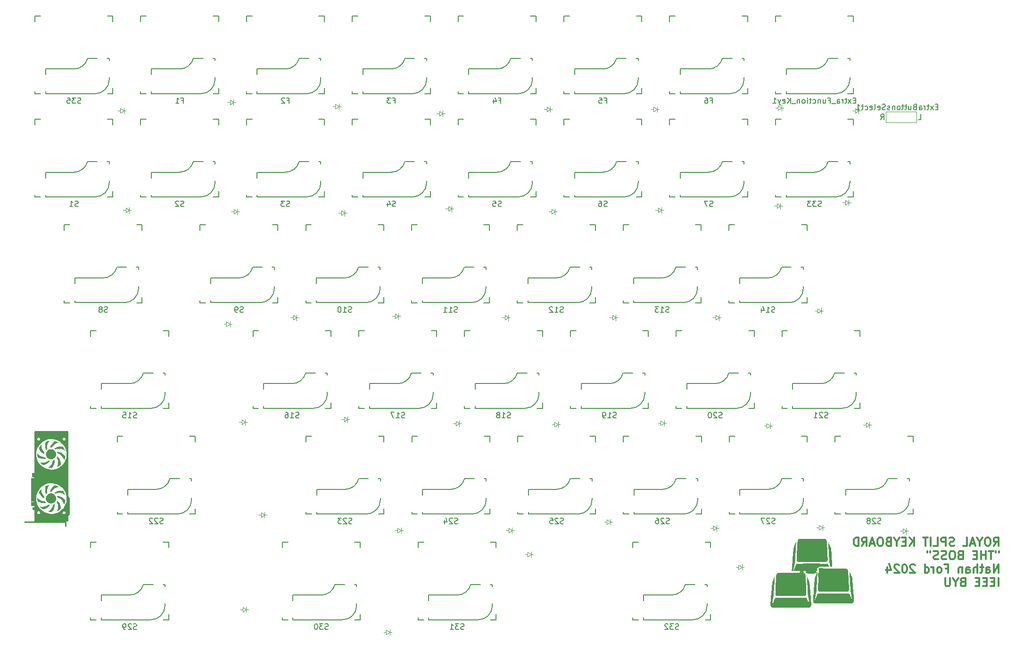
<source format=gbr>
%TF.GenerationSoftware,KiCad,Pcbnew,8.0.4*%
%TF.CreationDate,2024-11-20T20:15:21-07:00*%
%TF.ProjectId,simple_split_MX,73696d70-6c65-45f7-9370-6c69745f4d58,v1.0.0*%
%TF.SameCoordinates,Original*%
%TF.FileFunction,Legend,Bot*%
%TF.FilePolarity,Positive*%
%FSLAX46Y46*%
G04 Gerber Fmt 4.6, Leading zero omitted, Abs format (unit mm)*
G04 Created by KiCad (PCBNEW 8.0.4) date 2024-11-20 20:15:21*
%MOMM*%
%LPD*%
G01*
G04 APERTURE LIST*
%ADD10C,0.300000*%
%ADD11C,0.150000*%
%ADD12C,0.100000*%
%ADD13C,0.000000*%
%ADD14C,0.120000*%
G04 APERTURE END LIST*
D10*
X285088346Y-179056080D02*
X285588346Y-178341794D01*
X285945489Y-179056080D02*
X285945489Y-177556080D01*
X285945489Y-177556080D02*
X285374060Y-177556080D01*
X285374060Y-177556080D02*
X285231203Y-177627509D01*
X285231203Y-177627509D02*
X285159774Y-177698937D01*
X285159774Y-177698937D02*
X285088346Y-177841794D01*
X285088346Y-177841794D02*
X285088346Y-178056080D01*
X285088346Y-178056080D02*
X285159774Y-178198937D01*
X285159774Y-178198937D02*
X285231203Y-178270366D01*
X285231203Y-178270366D02*
X285374060Y-178341794D01*
X285374060Y-178341794D02*
X285945489Y-178341794D01*
X284159774Y-177556080D02*
X283874060Y-177556080D01*
X283874060Y-177556080D02*
X283731203Y-177627509D01*
X283731203Y-177627509D02*
X283588346Y-177770366D01*
X283588346Y-177770366D02*
X283516917Y-178056080D01*
X283516917Y-178056080D02*
X283516917Y-178556080D01*
X283516917Y-178556080D02*
X283588346Y-178841794D01*
X283588346Y-178841794D02*
X283731203Y-178984652D01*
X283731203Y-178984652D02*
X283874060Y-179056080D01*
X283874060Y-179056080D02*
X284159774Y-179056080D01*
X284159774Y-179056080D02*
X284302632Y-178984652D01*
X284302632Y-178984652D02*
X284445489Y-178841794D01*
X284445489Y-178841794D02*
X284516917Y-178556080D01*
X284516917Y-178556080D02*
X284516917Y-178056080D01*
X284516917Y-178056080D02*
X284445489Y-177770366D01*
X284445489Y-177770366D02*
X284302632Y-177627509D01*
X284302632Y-177627509D02*
X284159774Y-177556080D01*
X282588345Y-178341794D02*
X282588345Y-179056080D01*
X283088345Y-177556080D02*
X282588345Y-178341794D01*
X282588345Y-178341794D02*
X282088345Y-177556080D01*
X281659774Y-178627509D02*
X280945489Y-178627509D01*
X281802631Y-179056080D02*
X281302631Y-177556080D01*
X281302631Y-177556080D02*
X280802631Y-179056080D01*
X279588346Y-179056080D02*
X280302632Y-179056080D01*
X280302632Y-179056080D02*
X280302632Y-177556080D01*
X278016917Y-178984652D02*
X277802632Y-179056080D01*
X277802632Y-179056080D02*
X277445489Y-179056080D01*
X277445489Y-179056080D02*
X277302632Y-178984652D01*
X277302632Y-178984652D02*
X277231203Y-178913223D01*
X277231203Y-178913223D02*
X277159774Y-178770366D01*
X277159774Y-178770366D02*
X277159774Y-178627509D01*
X277159774Y-178627509D02*
X277231203Y-178484652D01*
X277231203Y-178484652D02*
X277302632Y-178413223D01*
X277302632Y-178413223D02*
X277445489Y-178341794D01*
X277445489Y-178341794D02*
X277731203Y-178270366D01*
X277731203Y-178270366D02*
X277874060Y-178198937D01*
X277874060Y-178198937D02*
X277945489Y-178127509D01*
X277945489Y-178127509D02*
X278016917Y-177984652D01*
X278016917Y-177984652D02*
X278016917Y-177841794D01*
X278016917Y-177841794D02*
X277945489Y-177698937D01*
X277945489Y-177698937D02*
X277874060Y-177627509D01*
X277874060Y-177627509D02*
X277731203Y-177556080D01*
X277731203Y-177556080D02*
X277374060Y-177556080D01*
X277374060Y-177556080D02*
X277159774Y-177627509D01*
X276516918Y-179056080D02*
X276516918Y-177556080D01*
X276516918Y-177556080D02*
X275945489Y-177556080D01*
X275945489Y-177556080D02*
X275802632Y-177627509D01*
X275802632Y-177627509D02*
X275731203Y-177698937D01*
X275731203Y-177698937D02*
X275659775Y-177841794D01*
X275659775Y-177841794D02*
X275659775Y-178056080D01*
X275659775Y-178056080D02*
X275731203Y-178198937D01*
X275731203Y-178198937D02*
X275802632Y-178270366D01*
X275802632Y-178270366D02*
X275945489Y-178341794D01*
X275945489Y-178341794D02*
X276516918Y-178341794D01*
X274302632Y-179056080D02*
X275016918Y-179056080D01*
X275016918Y-179056080D02*
X275016918Y-177556080D01*
X273802632Y-179056080D02*
X273802632Y-177556080D01*
X273302631Y-177556080D02*
X272445489Y-177556080D01*
X272874060Y-179056080D02*
X272874060Y-177556080D01*
X270802632Y-179056080D02*
X270802632Y-177556080D01*
X269945489Y-179056080D02*
X270588346Y-178198937D01*
X269945489Y-177556080D02*
X270802632Y-178413223D01*
X269302632Y-178270366D02*
X268802632Y-178270366D01*
X268588346Y-179056080D02*
X269302632Y-179056080D01*
X269302632Y-179056080D02*
X269302632Y-177556080D01*
X269302632Y-177556080D02*
X268588346Y-177556080D01*
X267659774Y-178341794D02*
X267659774Y-179056080D01*
X268159774Y-177556080D02*
X267659774Y-178341794D01*
X267659774Y-178341794D02*
X267159774Y-177556080D01*
X266159775Y-178270366D02*
X265945489Y-178341794D01*
X265945489Y-178341794D02*
X265874060Y-178413223D01*
X265874060Y-178413223D02*
X265802632Y-178556080D01*
X265802632Y-178556080D02*
X265802632Y-178770366D01*
X265802632Y-178770366D02*
X265874060Y-178913223D01*
X265874060Y-178913223D02*
X265945489Y-178984652D01*
X265945489Y-178984652D02*
X266088346Y-179056080D01*
X266088346Y-179056080D02*
X266659775Y-179056080D01*
X266659775Y-179056080D02*
X266659775Y-177556080D01*
X266659775Y-177556080D02*
X266159775Y-177556080D01*
X266159775Y-177556080D02*
X266016918Y-177627509D01*
X266016918Y-177627509D02*
X265945489Y-177698937D01*
X265945489Y-177698937D02*
X265874060Y-177841794D01*
X265874060Y-177841794D02*
X265874060Y-177984652D01*
X265874060Y-177984652D02*
X265945489Y-178127509D01*
X265945489Y-178127509D02*
X266016918Y-178198937D01*
X266016918Y-178198937D02*
X266159775Y-178270366D01*
X266159775Y-178270366D02*
X266659775Y-178270366D01*
X264874060Y-177556080D02*
X264588346Y-177556080D01*
X264588346Y-177556080D02*
X264445489Y-177627509D01*
X264445489Y-177627509D02*
X264302632Y-177770366D01*
X264302632Y-177770366D02*
X264231203Y-178056080D01*
X264231203Y-178056080D02*
X264231203Y-178556080D01*
X264231203Y-178556080D02*
X264302632Y-178841794D01*
X264302632Y-178841794D02*
X264445489Y-178984652D01*
X264445489Y-178984652D02*
X264588346Y-179056080D01*
X264588346Y-179056080D02*
X264874060Y-179056080D01*
X264874060Y-179056080D02*
X265016918Y-178984652D01*
X265016918Y-178984652D02*
X265159775Y-178841794D01*
X265159775Y-178841794D02*
X265231203Y-178556080D01*
X265231203Y-178556080D02*
X265231203Y-178056080D01*
X265231203Y-178056080D02*
X265159775Y-177770366D01*
X265159775Y-177770366D02*
X265016918Y-177627509D01*
X265016918Y-177627509D02*
X264874060Y-177556080D01*
X263659774Y-178627509D02*
X262945489Y-178627509D01*
X263802631Y-179056080D02*
X263302631Y-177556080D01*
X263302631Y-177556080D02*
X262802631Y-179056080D01*
X261445489Y-179056080D02*
X261945489Y-178341794D01*
X262302632Y-179056080D02*
X262302632Y-177556080D01*
X262302632Y-177556080D02*
X261731203Y-177556080D01*
X261731203Y-177556080D02*
X261588346Y-177627509D01*
X261588346Y-177627509D02*
X261516917Y-177698937D01*
X261516917Y-177698937D02*
X261445489Y-177841794D01*
X261445489Y-177841794D02*
X261445489Y-178056080D01*
X261445489Y-178056080D02*
X261516917Y-178198937D01*
X261516917Y-178198937D02*
X261588346Y-178270366D01*
X261588346Y-178270366D02*
X261731203Y-178341794D01*
X261731203Y-178341794D02*
X262302632Y-178341794D01*
X260802632Y-179056080D02*
X260802632Y-177556080D01*
X260802632Y-177556080D02*
X260445489Y-177556080D01*
X260445489Y-177556080D02*
X260231203Y-177627509D01*
X260231203Y-177627509D02*
X260088346Y-177770366D01*
X260088346Y-177770366D02*
X260016917Y-177913223D01*
X260016917Y-177913223D02*
X259945489Y-178198937D01*
X259945489Y-178198937D02*
X259945489Y-178413223D01*
X259945489Y-178413223D02*
X260016917Y-178698937D01*
X260016917Y-178698937D02*
X260088346Y-178841794D01*
X260088346Y-178841794D02*
X260231203Y-178984652D01*
X260231203Y-178984652D02*
X260445489Y-179056080D01*
X260445489Y-179056080D02*
X260802632Y-179056080D01*
X286016917Y-179970996D02*
X286016917Y-180256710D01*
X285445489Y-179970996D02*
X285445489Y-180256710D01*
X285016917Y-179970996D02*
X284159775Y-179970996D01*
X284588346Y-181470996D02*
X284588346Y-179970996D01*
X283659775Y-181470996D02*
X283659775Y-179970996D01*
X283659775Y-180685282D02*
X282802632Y-180685282D01*
X282802632Y-181470996D02*
X282802632Y-179970996D01*
X282088346Y-180685282D02*
X281588346Y-180685282D01*
X281374060Y-181470996D02*
X282088346Y-181470996D01*
X282088346Y-181470996D02*
X282088346Y-179970996D01*
X282088346Y-179970996D02*
X281374060Y-179970996D01*
X279088346Y-180685282D02*
X278874060Y-180756710D01*
X278874060Y-180756710D02*
X278802631Y-180828139D01*
X278802631Y-180828139D02*
X278731203Y-180970996D01*
X278731203Y-180970996D02*
X278731203Y-181185282D01*
X278731203Y-181185282D02*
X278802631Y-181328139D01*
X278802631Y-181328139D02*
X278874060Y-181399568D01*
X278874060Y-181399568D02*
X279016917Y-181470996D01*
X279016917Y-181470996D02*
X279588346Y-181470996D01*
X279588346Y-181470996D02*
X279588346Y-179970996D01*
X279588346Y-179970996D02*
X279088346Y-179970996D01*
X279088346Y-179970996D02*
X278945489Y-180042425D01*
X278945489Y-180042425D02*
X278874060Y-180113853D01*
X278874060Y-180113853D02*
X278802631Y-180256710D01*
X278802631Y-180256710D02*
X278802631Y-180399568D01*
X278802631Y-180399568D02*
X278874060Y-180542425D01*
X278874060Y-180542425D02*
X278945489Y-180613853D01*
X278945489Y-180613853D02*
X279088346Y-180685282D01*
X279088346Y-180685282D02*
X279588346Y-180685282D01*
X277802631Y-179970996D02*
X277516917Y-179970996D01*
X277516917Y-179970996D02*
X277374060Y-180042425D01*
X277374060Y-180042425D02*
X277231203Y-180185282D01*
X277231203Y-180185282D02*
X277159774Y-180470996D01*
X277159774Y-180470996D02*
X277159774Y-180970996D01*
X277159774Y-180970996D02*
X277231203Y-181256710D01*
X277231203Y-181256710D02*
X277374060Y-181399568D01*
X277374060Y-181399568D02*
X277516917Y-181470996D01*
X277516917Y-181470996D02*
X277802631Y-181470996D01*
X277802631Y-181470996D02*
X277945489Y-181399568D01*
X277945489Y-181399568D02*
X278088346Y-181256710D01*
X278088346Y-181256710D02*
X278159774Y-180970996D01*
X278159774Y-180970996D02*
X278159774Y-180470996D01*
X278159774Y-180470996D02*
X278088346Y-180185282D01*
X278088346Y-180185282D02*
X277945489Y-180042425D01*
X277945489Y-180042425D02*
X277802631Y-179970996D01*
X276588345Y-181399568D02*
X276374060Y-181470996D01*
X276374060Y-181470996D02*
X276016917Y-181470996D01*
X276016917Y-181470996D02*
X275874060Y-181399568D01*
X275874060Y-181399568D02*
X275802631Y-181328139D01*
X275802631Y-181328139D02*
X275731202Y-181185282D01*
X275731202Y-181185282D02*
X275731202Y-181042425D01*
X275731202Y-181042425D02*
X275802631Y-180899568D01*
X275802631Y-180899568D02*
X275874060Y-180828139D01*
X275874060Y-180828139D02*
X276016917Y-180756710D01*
X276016917Y-180756710D02*
X276302631Y-180685282D01*
X276302631Y-180685282D02*
X276445488Y-180613853D01*
X276445488Y-180613853D02*
X276516917Y-180542425D01*
X276516917Y-180542425D02*
X276588345Y-180399568D01*
X276588345Y-180399568D02*
X276588345Y-180256710D01*
X276588345Y-180256710D02*
X276516917Y-180113853D01*
X276516917Y-180113853D02*
X276445488Y-180042425D01*
X276445488Y-180042425D02*
X276302631Y-179970996D01*
X276302631Y-179970996D02*
X275945488Y-179970996D01*
X275945488Y-179970996D02*
X275731202Y-180042425D01*
X275159774Y-181399568D02*
X274945489Y-181470996D01*
X274945489Y-181470996D02*
X274588346Y-181470996D01*
X274588346Y-181470996D02*
X274445489Y-181399568D01*
X274445489Y-181399568D02*
X274374060Y-181328139D01*
X274374060Y-181328139D02*
X274302631Y-181185282D01*
X274302631Y-181185282D02*
X274302631Y-181042425D01*
X274302631Y-181042425D02*
X274374060Y-180899568D01*
X274374060Y-180899568D02*
X274445489Y-180828139D01*
X274445489Y-180828139D02*
X274588346Y-180756710D01*
X274588346Y-180756710D02*
X274874060Y-180685282D01*
X274874060Y-180685282D02*
X275016917Y-180613853D01*
X275016917Y-180613853D02*
X275088346Y-180542425D01*
X275088346Y-180542425D02*
X275159774Y-180399568D01*
X275159774Y-180399568D02*
X275159774Y-180256710D01*
X275159774Y-180256710D02*
X275088346Y-180113853D01*
X275088346Y-180113853D02*
X275016917Y-180042425D01*
X275016917Y-180042425D02*
X274874060Y-179970996D01*
X274874060Y-179970996D02*
X274516917Y-179970996D01*
X274516917Y-179970996D02*
X274302631Y-180042425D01*
X273731203Y-179970996D02*
X273731203Y-180256710D01*
X273159775Y-179970996D02*
X273159775Y-180256710D01*
X285945489Y-183885912D02*
X285945489Y-182385912D01*
X285945489Y-182385912D02*
X285088346Y-183885912D01*
X285088346Y-183885912D02*
X285088346Y-182385912D01*
X283731203Y-183885912D02*
X283731203Y-183100198D01*
X283731203Y-183100198D02*
X283802631Y-182957341D01*
X283802631Y-182957341D02*
X283945488Y-182885912D01*
X283945488Y-182885912D02*
X284231203Y-182885912D01*
X284231203Y-182885912D02*
X284374060Y-182957341D01*
X283731203Y-183814484D02*
X283874060Y-183885912D01*
X283874060Y-183885912D02*
X284231203Y-183885912D01*
X284231203Y-183885912D02*
X284374060Y-183814484D01*
X284374060Y-183814484D02*
X284445488Y-183671626D01*
X284445488Y-183671626D02*
X284445488Y-183528769D01*
X284445488Y-183528769D02*
X284374060Y-183385912D01*
X284374060Y-183385912D02*
X284231203Y-183314484D01*
X284231203Y-183314484D02*
X283874060Y-183314484D01*
X283874060Y-183314484D02*
X283731203Y-183243055D01*
X283231202Y-182885912D02*
X282659774Y-182885912D01*
X283016917Y-182385912D02*
X283016917Y-183671626D01*
X283016917Y-183671626D02*
X282945488Y-183814484D01*
X282945488Y-183814484D02*
X282802631Y-183885912D01*
X282802631Y-183885912D02*
X282659774Y-183885912D01*
X282159774Y-183885912D02*
X282159774Y-182385912D01*
X281516917Y-183885912D02*
X281516917Y-183100198D01*
X281516917Y-183100198D02*
X281588345Y-182957341D01*
X281588345Y-182957341D02*
X281731202Y-182885912D01*
X281731202Y-182885912D02*
X281945488Y-182885912D01*
X281945488Y-182885912D02*
X282088345Y-182957341D01*
X282088345Y-182957341D02*
X282159774Y-183028769D01*
X280159774Y-183885912D02*
X280159774Y-183100198D01*
X280159774Y-183100198D02*
X280231202Y-182957341D01*
X280231202Y-182957341D02*
X280374059Y-182885912D01*
X280374059Y-182885912D02*
X280659774Y-182885912D01*
X280659774Y-182885912D02*
X280802631Y-182957341D01*
X280159774Y-183814484D02*
X280302631Y-183885912D01*
X280302631Y-183885912D02*
X280659774Y-183885912D01*
X280659774Y-183885912D02*
X280802631Y-183814484D01*
X280802631Y-183814484D02*
X280874059Y-183671626D01*
X280874059Y-183671626D02*
X280874059Y-183528769D01*
X280874059Y-183528769D02*
X280802631Y-183385912D01*
X280802631Y-183385912D02*
X280659774Y-183314484D01*
X280659774Y-183314484D02*
X280302631Y-183314484D01*
X280302631Y-183314484D02*
X280159774Y-183243055D01*
X279445488Y-182885912D02*
X279445488Y-183885912D01*
X279445488Y-183028769D02*
X279374059Y-182957341D01*
X279374059Y-182957341D02*
X279231202Y-182885912D01*
X279231202Y-182885912D02*
X279016916Y-182885912D01*
X279016916Y-182885912D02*
X278874059Y-182957341D01*
X278874059Y-182957341D02*
X278802631Y-183100198D01*
X278802631Y-183100198D02*
X278802631Y-183885912D01*
X276445488Y-183100198D02*
X276945488Y-183100198D01*
X276945488Y-183885912D02*
X276945488Y-182385912D01*
X276945488Y-182385912D02*
X276231202Y-182385912D01*
X275445488Y-183885912D02*
X275588345Y-183814484D01*
X275588345Y-183814484D02*
X275659774Y-183743055D01*
X275659774Y-183743055D02*
X275731202Y-183600198D01*
X275731202Y-183600198D02*
X275731202Y-183171626D01*
X275731202Y-183171626D02*
X275659774Y-183028769D01*
X275659774Y-183028769D02*
X275588345Y-182957341D01*
X275588345Y-182957341D02*
X275445488Y-182885912D01*
X275445488Y-182885912D02*
X275231202Y-182885912D01*
X275231202Y-182885912D02*
X275088345Y-182957341D01*
X275088345Y-182957341D02*
X275016917Y-183028769D01*
X275016917Y-183028769D02*
X274945488Y-183171626D01*
X274945488Y-183171626D02*
X274945488Y-183600198D01*
X274945488Y-183600198D02*
X275016917Y-183743055D01*
X275016917Y-183743055D02*
X275088345Y-183814484D01*
X275088345Y-183814484D02*
X275231202Y-183885912D01*
X275231202Y-183885912D02*
X275445488Y-183885912D01*
X274302631Y-183885912D02*
X274302631Y-182885912D01*
X274302631Y-183171626D02*
X274231202Y-183028769D01*
X274231202Y-183028769D02*
X274159774Y-182957341D01*
X274159774Y-182957341D02*
X274016916Y-182885912D01*
X274016916Y-182885912D02*
X273874059Y-182885912D01*
X272731203Y-183885912D02*
X272731203Y-182385912D01*
X272731203Y-183814484D02*
X272874060Y-183885912D01*
X272874060Y-183885912D02*
X273159774Y-183885912D01*
X273159774Y-183885912D02*
X273302631Y-183814484D01*
X273302631Y-183814484D02*
X273374060Y-183743055D01*
X273374060Y-183743055D02*
X273445488Y-183600198D01*
X273445488Y-183600198D02*
X273445488Y-183171626D01*
X273445488Y-183171626D02*
X273374060Y-183028769D01*
X273374060Y-183028769D02*
X273302631Y-182957341D01*
X273302631Y-182957341D02*
X273159774Y-182885912D01*
X273159774Y-182885912D02*
X272874060Y-182885912D01*
X272874060Y-182885912D02*
X272731203Y-182957341D01*
X270945488Y-182528769D02*
X270874060Y-182457341D01*
X270874060Y-182457341D02*
X270731203Y-182385912D01*
X270731203Y-182385912D02*
X270374060Y-182385912D01*
X270374060Y-182385912D02*
X270231203Y-182457341D01*
X270231203Y-182457341D02*
X270159774Y-182528769D01*
X270159774Y-182528769D02*
X270088345Y-182671626D01*
X270088345Y-182671626D02*
X270088345Y-182814484D01*
X270088345Y-182814484D02*
X270159774Y-183028769D01*
X270159774Y-183028769D02*
X271016917Y-183885912D01*
X271016917Y-183885912D02*
X270088345Y-183885912D01*
X269159774Y-182385912D02*
X269016917Y-182385912D01*
X269016917Y-182385912D02*
X268874060Y-182457341D01*
X268874060Y-182457341D02*
X268802632Y-182528769D01*
X268802632Y-182528769D02*
X268731203Y-182671626D01*
X268731203Y-182671626D02*
X268659774Y-182957341D01*
X268659774Y-182957341D02*
X268659774Y-183314484D01*
X268659774Y-183314484D02*
X268731203Y-183600198D01*
X268731203Y-183600198D02*
X268802632Y-183743055D01*
X268802632Y-183743055D02*
X268874060Y-183814484D01*
X268874060Y-183814484D02*
X269016917Y-183885912D01*
X269016917Y-183885912D02*
X269159774Y-183885912D01*
X269159774Y-183885912D02*
X269302632Y-183814484D01*
X269302632Y-183814484D02*
X269374060Y-183743055D01*
X269374060Y-183743055D02*
X269445489Y-183600198D01*
X269445489Y-183600198D02*
X269516917Y-183314484D01*
X269516917Y-183314484D02*
X269516917Y-182957341D01*
X269516917Y-182957341D02*
X269445489Y-182671626D01*
X269445489Y-182671626D02*
X269374060Y-182528769D01*
X269374060Y-182528769D02*
X269302632Y-182457341D01*
X269302632Y-182457341D02*
X269159774Y-182385912D01*
X268088346Y-182528769D02*
X268016918Y-182457341D01*
X268016918Y-182457341D02*
X267874061Y-182385912D01*
X267874061Y-182385912D02*
X267516918Y-182385912D01*
X267516918Y-182385912D02*
X267374061Y-182457341D01*
X267374061Y-182457341D02*
X267302632Y-182528769D01*
X267302632Y-182528769D02*
X267231203Y-182671626D01*
X267231203Y-182671626D02*
X267231203Y-182814484D01*
X267231203Y-182814484D02*
X267302632Y-183028769D01*
X267302632Y-183028769D02*
X268159775Y-183885912D01*
X268159775Y-183885912D02*
X267231203Y-183885912D01*
X265945490Y-182885912D02*
X265945490Y-183885912D01*
X266302632Y-182314484D02*
X266659775Y-183385912D01*
X266659775Y-183385912D02*
X265731204Y-183385912D01*
X285945489Y-186300828D02*
X285945489Y-184800828D01*
X285231203Y-185515114D02*
X284731203Y-185515114D01*
X284516917Y-186300828D02*
X285231203Y-186300828D01*
X285231203Y-186300828D02*
X285231203Y-184800828D01*
X285231203Y-184800828D02*
X284516917Y-184800828D01*
X283874060Y-185515114D02*
X283374060Y-185515114D01*
X283159774Y-186300828D02*
X283874060Y-186300828D01*
X283874060Y-186300828D02*
X283874060Y-184800828D01*
X283874060Y-184800828D02*
X283159774Y-184800828D01*
X282516917Y-185515114D02*
X282016917Y-185515114D01*
X281802631Y-186300828D02*
X282516917Y-186300828D01*
X282516917Y-186300828D02*
X282516917Y-184800828D01*
X282516917Y-184800828D02*
X281802631Y-184800828D01*
X279516917Y-185515114D02*
X279302631Y-185586542D01*
X279302631Y-185586542D02*
X279231202Y-185657971D01*
X279231202Y-185657971D02*
X279159774Y-185800828D01*
X279159774Y-185800828D02*
X279159774Y-186015114D01*
X279159774Y-186015114D02*
X279231202Y-186157971D01*
X279231202Y-186157971D02*
X279302631Y-186229400D01*
X279302631Y-186229400D02*
X279445488Y-186300828D01*
X279445488Y-186300828D02*
X280016917Y-186300828D01*
X280016917Y-186300828D02*
X280016917Y-184800828D01*
X280016917Y-184800828D02*
X279516917Y-184800828D01*
X279516917Y-184800828D02*
X279374060Y-184872257D01*
X279374060Y-184872257D02*
X279302631Y-184943685D01*
X279302631Y-184943685D02*
X279231202Y-185086542D01*
X279231202Y-185086542D02*
X279231202Y-185229400D01*
X279231202Y-185229400D02*
X279302631Y-185372257D01*
X279302631Y-185372257D02*
X279374060Y-185443685D01*
X279374060Y-185443685D02*
X279516917Y-185515114D01*
X279516917Y-185515114D02*
X280016917Y-185515114D01*
X278231202Y-185586542D02*
X278231202Y-186300828D01*
X278731202Y-184800828D02*
X278231202Y-185586542D01*
X278231202Y-185586542D02*
X277731202Y-184800828D01*
X277231203Y-184800828D02*
X277231203Y-186015114D01*
X277231203Y-186015114D02*
X277159774Y-186157971D01*
X277159774Y-186157971D02*
X277088346Y-186229400D01*
X277088346Y-186229400D02*
X276945488Y-186300828D01*
X276945488Y-186300828D02*
X276659774Y-186300828D01*
X276659774Y-186300828D02*
X276516917Y-186229400D01*
X276516917Y-186229400D02*
X276445488Y-186157971D01*
X276445488Y-186157971D02*
X276374060Y-186015114D01*
X276374060Y-186015114D02*
X276374060Y-184800828D01*
D11*
X254145594Y-118014200D02*
X254002737Y-118061819D01*
X254002737Y-118061819D02*
X253764642Y-118061819D01*
X253764642Y-118061819D02*
X253669404Y-118014200D01*
X253669404Y-118014200D02*
X253621785Y-117966580D01*
X253621785Y-117966580D02*
X253574166Y-117871342D01*
X253574166Y-117871342D02*
X253574166Y-117776104D01*
X253574166Y-117776104D02*
X253621785Y-117680866D01*
X253621785Y-117680866D02*
X253669404Y-117633247D01*
X253669404Y-117633247D02*
X253764642Y-117585628D01*
X253764642Y-117585628D02*
X253955118Y-117538009D01*
X253955118Y-117538009D02*
X254050356Y-117490390D01*
X254050356Y-117490390D02*
X254097975Y-117442771D01*
X254097975Y-117442771D02*
X254145594Y-117347533D01*
X254145594Y-117347533D02*
X254145594Y-117252295D01*
X254145594Y-117252295D02*
X254097975Y-117157057D01*
X254097975Y-117157057D02*
X254050356Y-117109438D01*
X254050356Y-117109438D02*
X253955118Y-117061819D01*
X253955118Y-117061819D02*
X253717023Y-117061819D01*
X253717023Y-117061819D02*
X253574166Y-117109438D01*
X253240832Y-117061819D02*
X252621785Y-117061819D01*
X252621785Y-117061819D02*
X252955118Y-117442771D01*
X252955118Y-117442771D02*
X252812261Y-117442771D01*
X252812261Y-117442771D02*
X252717023Y-117490390D01*
X252717023Y-117490390D02*
X252669404Y-117538009D01*
X252669404Y-117538009D02*
X252621785Y-117633247D01*
X252621785Y-117633247D02*
X252621785Y-117871342D01*
X252621785Y-117871342D02*
X252669404Y-117966580D01*
X252669404Y-117966580D02*
X252717023Y-118014200D01*
X252717023Y-118014200D02*
X252812261Y-118061819D01*
X252812261Y-118061819D02*
X253097975Y-118061819D01*
X253097975Y-118061819D02*
X253193213Y-118014200D01*
X253193213Y-118014200D02*
X253240832Y-117966580D01*
X252288451Y-117061819D02*
X251669404Y-117061819D01*
X251669404Y-117061819D02*
X252002737Y-117442771D01*
X252002737Y-117442771D02*
X251859880Y-117442771D01*
X251859880Y-117442771D02*
X251764642Y-117490390D01*
X251764642Y-117490390D02*
X251717023Y-117538009D01*
X251717023Y-117538009D02*
X251669404Y-117633247D01*
X251669404Y-117633247D02*
X251669404Y-117871342D01*
X251669404Y-117871342D02*
X251717023Y-117966580D01*
X251717023Y-117966580D02*
X251764642Y-118014200D01*
X251764642Y-118014200D02*
X251859880Y-118061819D01*
X251859880Y-118061819D02*
X252145594Y-118061819D01*
X252145594Y-118061819D02*
X252240832Y-118014200D01*
X252240832Y-118014200D02*
X252288451Y-117966580D01*
X189963594Y-194014200D02*
X189820737Y-194061819D01*
X189820737Y-194061819D02*
X189582642Y-194061819D01*
X189582642Y-194061819D02*
X189487404Y-194014200D01*
X189487404Y-194014200D02*
X189439785Y-193966580D01*
X189439785Y-193966580D02*
X189392166Y-193871342D01*
X189392166Y-193871342D02*
X189392166Y-193776104D01*
X189392166Y-193776104D02*
X189439785Y-193680866D01*
X189439785Y-193680866D02*
X189487404Y-193633247D01*
X189487404Y-193633247D02*
X189582642Y-193585628D01*
X189582642Y-193585628D02*
X189773118Y-193538009D01*
X189773118Y-193538009D02*
X189868356Y-193490390D01*
X189868356Y-193490390D02*
X189915975Y-193442771D01*
X189915975Y-193442771D02*
X189963594Y-193347533D01*
X189963594Y-193347533D02*
X189963594Y-193252295D01*
X189963594Y-193252295D02*
X189915975Y-193157057D01*
X189915975Y-193157057D02*
X189868356Y-193109438D01*
X189868356Y-193109438D02*
X189773118Y-193061819D01*
X189773118Y-193061819D02*
X189535023Y-193061819D01*
X189535023Y-193061819D02*
X189392166Y-193109438D01*
X189058832Y-193061819D02*
X188439785Y-193061819D01*
X188439785Y-193061819D02*
X188773118Y-193442771D01*
X188773118Y-193442771D02*
X188630261Y-193442771D01*
X188630261Y-193442771D02*
X188535023Y-193490390D01*
X188535023Y-193490390D02*
X188487404Y-193538009D01*
X188487404Y-193538009D02*
X188439785Y-193633247D01*
X188439785Y-193633247D02*
X188439785Y-193871342D01*
X188439785Y-193871342D02*
X188487404Y-193966580D01*
X188487404Y-193966580D02*
X188535023Y-194014200D01*
X188535023Y-194014200D02*
X188630261Y-194061819D01*
X188630261Y-194061819D02*
X188915975Y-194061819D01*
X188915975Y-194061819D02*
X189011213Y-194014200D01*
X189011213Y-194014200D02*
X189058832Y-193966580D01*
X187487404Y-194061819D02*
X188058832Y-194061819D01*
X187773118Y-194061819D02*
X187773118Y-193061819D01*
X187773118Y-193061819D02*
X187868356Y-193204676D01*
X187868356Y-193204676D02*
X187963594Y-193299914D01*
X187963594Y-193299914D02*
X188058832Y-193347533D01*
X125931904Y-137014200D02*
X125789047Y-137061819D01*
X125789047Y-137061819D02*
X125550952Y-137061819D01*
X125550952Y-137061819D02*
X125455714Y-137014200D01*
X125455714Y-137014200D02*
X125408095Y-136966580D01*
X125408095Y-136966580D02*
X125360476Y-136871342D01*
X125360476Y-136871342D02*
X125360476Y-136776104D01*
X125360476Y-136776104D02*
X125408095Y-136680866D01*
X125408095Y-136680866D02*
X125455714Y-136633247D01*
X125455714Y-136633247D02*
X125550952Y-136585628D01*
X125550952Y-136585628D02*
X125741428Y-136538009D01*
X125741428Y-136538009D02*
X125836666Y-136490390D01*
X125836666Y-136490390D02*
X125884285Y-136442771D01*
X125884285Y-136442771D02*
X125931904Y-136347533D01*
X125931904Y-136347533D02*
X125931904Y-136252295D01*
X125931904Y-136252295D02*
X125884285Y-136157057D01*
X125884285Y-136157057D02*
X125836666Y-136109438D01*
X125836666Y-136109438D02*
X125741428Y-136061819D01*
X125741428Y-136061819D02*
X125503333Y-136061819D01*
X125503333Y-136061819D02*
X125360476Y-136109438D01*
X124789047Y-136490390D02*
X124884285Y-136442771D01*
X124884285Y-136442771D02*
X124931904Y-136395152D01*
X124931904Y-136395152D02*
X124979523Y-136299914D01*
X124979523Y-136299914D02*
X124979523Y-136252295D01*
X124979523Y-136252295D02*
X124931904Y-136157057D01*
X124931904Y-136157057D02*
X124884285Y-136109438D01*
X124884285Y-136109438D02*
X124789047Y-136061819D01*
X124789047Y-136061819D02*
X124598571Y-136061819D01*
X124598571Y-136061819D02*
X124503333Y-136109438D01*
X124503333Y-136109438D02*
X124455714Y-136157057D01*
X124455714Y-136157057D02*
X124408095Y-136252295D01*
X124408095Y-136252295D02*
X124408095Y-136299914D01*
X124408095Y-136299914D02*
X124455714Y-136395152D01*
X124455714Y-136395152D02*
X124503333Y-136442771D01*
X124503333Y-136442771D02*
X124598571Y-136490390D01*
X124598571Y-136490390D02*
X124789047Y-136490390D01*
X124789047Y-136490390D02*
X124884285Y-136538009D01*
X124884285Y-136538009D02*
X124931904Y-136585628D01*
X124931904Y-136585628D02*
X124979523Y-136680866D01*
X124979523Y-136680866D02*
X124979523Y-136871342D01*
X124979523Y-136871342D02*
X124931904Y-136966580D01*
X124931904Y-136966580D02*
X124884285Y-137014200D01*
X124884285Y-137014200D02*
X124789047Y-137061819D01*
X124789047Y-137061819D02*
X124598571Y-137061819D01*
X124598571Y-137061819D02*
X124503333Y-137014200D01*
X124503333Y-137014200D02*
X124455714Y-136966580D01*
X124455714Y-136966580D02*
X124408095Y-136871342D01*
X124408095Y-136871342D02*
X124408095Y-136680866D01*
X124408095Y-136680866D02*
X124455714Y-136585628D01*
X124455714Y-136585628D02*
X124503333Y-136538009D01*
X124503333Y-136538009D02*
X124598571Y-136490390D01*
X236317094Y-156014200D02*
X236174237Y-156061819D01*
X236174237Y-156061819D02*
X235936142Y-156061819D01*
X235936142Y-156061819D02*
X235840904Y-156014200D01*
X235840904Y-156014200D02*
X235793285Y-155966580D01*
X235793285Y-155966580D02*
X235745666Y-155871342D01*
X235745666Y-155871342D02*
X235745666Y-155776104D01*
X235745666Y-155776104D02*
X235793285Y-155680866D01*
X235793285Y-155680866D02*
X235840904Y-155633247D01*
X235840904Y-155633247D02*
X235936142Y-155585628D01*
X235936142Y-155585628D02*
X236126618Y-155538009D01*
X236126618Y-155538009D02*
X236221856Y-155490390D01*
X236221856Y-155490390D02*
X236269475Y-155442771D01*
X236269475Y-155442771D02*
X236317094Y-155347533D01*
X236317094Y-155347533D02*
X236317094Y-155252295D01*
X236317094Y-155252295D02*
X236269475Y-155157057D01*
X236269475Y-155157057D02*
X236221856Y-155109438D01*
X236221856Y-155109438D02*
X236126618Y-155061819D01*
X236126618Y-155061819D02*
X235888523Y-155061819D01*
X235888523Y-155061819D02*
X235745666Y-155109438D01*
X235364713Y-155157057D02*
X235317094Y-155109438D01*
X235317094Y-155109438D02*
X235221856Y-155061819D01*
X235221856Y-155061819D02*
X234983761Y-155061819D01*
X234983761Y-155061819D02*
X234888523Y-155109438D01*
X234888523Y-155109438D02*
X234840904Y-155157057D01*
X234840904Y-155157057D02*
X234793285Y-155252295D01*
X234793285Y-155252295D02*
X234793285Y-155347533D01*
X234793285Y-155347533D02*
X234840904Y-155490390D01*
X234840904Y-155490390D02*
X235412332Y-156061819D01*
X235412332Y-156061819D02*
X234793285Y-156061819D01*
X234174237Y-155061819D02*
X234078999Y-155061819D01*
X234078999Y-155061819D02*
X233983761Y-155109438D01*
X233983761Y-155109438D02*
X233936142Y-155157057D01*
X233936142Y-155157057D02*
X233888523Y-155252295D01*
X233888523Y-155252295D02*
X233840904Y-155442771D01*
X233840904Y-155442771D02*
X233840904Y-155680866D01*
X233840904Y-155680866D02*
X233888523Y-155871342D01*
X233888523Y-155871342D02*
X233936142Y-155966580D01*
X233936142Y-155966580D02*
X233983761Y-156014200D01*
X233983761Y-156014200D02*
X234078999Y-156061819D01*
X234078999Y-156061819D02*
X234174237Y-156061819D01*
X234174237Y-156061819D02*
X234269475Y-156014200D01*
X234269475Y-156014200D02*
X234317094Y-155966580D01*
X234317094Y-155966580D02*
X234364713Y-155871342D01*
X234364713Y-155871342D02*
X234412332Y-155680866D01*
X234412332Y-155680866D02*
X234412332Y-155442771D01*
X234412332Y-155442771D02*
X234364713Y-155252295D01*
X234364713Y-155252295D02*
X234317094Y-155157057D01*
X234317094Y-155157057D02*
X234269475Y-155109438D01*
X234269475Y-155109438D02*
X234174237Y-155061819D01*
X188792094Y-137014200D02*
X188649237Y-137061819D01*
X188649237Y-137061819D02*
X188411142Y-137061819D01*
X188411142Y-137061819D02*
X188315904Y-137014200D01*
X188315904Y-137014200D02*
X188268285Y-136966580D01*
X188268285Y-136966580D02*
X188220666Y-136871342D01*
X188220666Y-136871342D02*
X188220666Y-136776104D01*
X188220666Y-136776104D02*
X188268285Y-136680866D01*
X188268285Y-136680866D02*
X188315904Y-136633247D01*
X188315904Y-136633247D02*
X188411142Y-136585628D01*
X188411142Y-136585628D02*
X188601618Y-136538009D01*
X188601618Y-136538009D02*
X188696856Y-136490390D01*
X188696856Y-136490390D02*
X188744475Y-136442771D01*
X188744475Y-136442771D02*
X188792094Y-136347533D01*
X188792094Y-136347533D02*
X188792094Y-136252295D01*
X188792094Y-136252295D02*
X188744475Y-136157057D01*
X188744475Y-136157057D02*
X188696856Y-136109438D01*
X188696856Y-136109438D02*
X188601618Y-136061819D01*
X188601618Y-136061819D02*
X188363523Y-136061819D01*
X188363523Y-136061819D02*
X188220666Y-136109438D01*
X187268285Y-137061819D02*
X187839713Y-137061819D01*
X187553999Y-137061819D02*
X187553999Y-136061819D01*
X187553999Y-136061819D02*
X187649237Y-136204676D01*
X187649237Y-136204676D02*
X187744475Y-136299914D01*
X187744475Y-136299914D02*
X187839713Y-136347533D01*
X186315904Y-137061819D02*
X186887332Y-137061819D01*
X186601618Y-137061819D02*
X186601618Y-136061819D01*
X186601618Y-136061819D02*
X186696856Y-136204676D01*
X186696856Y-136204676D02*
X186792094Y-136299914D01*
X186792094Y-136299914D02*
X186887332Y-136347533D01*
X215669404Y-118014200D02*
X215526547Y-118061819D01*
X215526547Y-118061819D02*
X215288452Y-118061819D01*
X215288452Y-118061819D02*
X215193214Y-118014200D01*
X215193214Y-118014200D02*
X215145595Y-117966580D01*
X215145595Y-117966580D02*
X215097976Y-117871342D01*
X215097976Y-117871342D02*
X215097976Y-117776104D01*
X215097976Y-117776104D02*
X215145595Y-117680866D01*
X215145595Y-117680866D02*
X215193214Y-117633247D01*
X215193214Y-117633247D02*
X215288452Y-117585628D01*
X215288452Y-117585628D02*
X215478928Y-117538009D01*
X215478928Y-117538009D02*
X215574166Y-117490390D01*
X215574166Y-117490390D02*
X215621785Y-117442771D01*
X215621785Y-117442771D02*
X215669404Y-117347533D01*
X215669404Y-117347533D02*
X215669404Y-117252295D01*
X215669404Y-117252295D02*
X215621785Y-117157057D01*
X215621785Y-117157057D02*
X215574166Y-117109438D01*
X215574166Y-117109438D02*
X215478928Y-117061819D01*
X215478928Y-117061819D02*
X215240833Y-117061819D01*
X215240833Y-117061819D02*
X215097976Y-117109438D01*
X214240833Y-117061819D02*
X214431309Y-117061819D01*
X214431309Y-117061819D02*
X214526547Y-117109438D01*
X214526547Y-117109438D02*
X214574166Y-117157057D01*
X214574166Y-117157057D02*
X214669404Y-117299914D01*
X214669404Y-117299914D02*
X214717023Y-117490390D01*
X214717023Y-117490390D02*
X214717023Y-117871342D01*
X214717023Y-117871342D02*
X214669404Y-117966580D01*
X214669404Y-117966580D02*
X214621785Y-118014200D01*
X214621785Y-118014200D02*
X214526547Y-118061819D01*
X214526547Y-118061819D02*
X214336071Y-118061819D01*
X214336071Y-118061819D02*
X214240833Y-118014200D01*
X214240833Y-118014200D02*
X214193214Y-117966580D01*
X214193214Y-117966580D02*
X214145595Y-117871342D01*
X214145595Y-117871342D02*
X214145595Y-117633247D01*
X214145595Y-117633247D02*
X214193214Y-117538009D01*
X214193214Y-117538009D02*
X214240833Y-117490390D01*
X214240833Y-117490390D02*
X214336071Y-117442771D01*
X214336071Y-117442771D02*
X214526547Y-117442771D01*
X214526547Y-117442771D02*
X214621785Y-117490390D01*
X214621785Y-117490390D02*
X214669404Y-117538009D01*
X214669404Y-117538009D02*
X214717023Y-117633247D01*
X177240833Y-98986009D02*
X177574166Y-98986009D01*
X177574166Y-99509819D02*
X177574166Y-98509819D01*
X177574166Y-98509819D02*
X177097976Y-98509819D01*
X176812261Y-98509819D02*
X176193214Y-98509819D01*
X176193214Y-98509819D02*
X176526547Y-98890771D01*
X176526547Y-98890771D02*
X176383690Y-98890771D01*
X176383690Y-98890771D02*
X176288452Y-98938390D01*
X176288452Y-98938390D02*
X176240833Y-98986009D01*
X176240833Y-98986009D02*
X176193214Y-99081247D01*
X176193214Y-99081247D02*
X176193214Y-99319342D01*
X176193214Y-99319342D02*
X176240833Y-99414580D01*
X176240833Y-99414580D02*
X176288452Y-99462200D01*
X176288452Y-99462200D02*
X176383690Y-99509819D01*
X176383690Y-99509819D02*
X176669404Y-99509819D01*
X176669404Y-99509819D02*
X176764642Y-99462200D01*
X176764642Y-99462200D02*
X176812261Y-99414580D01*
X139240833Y-98986009D02*
X139574166Y-98986009D01*
X139574166Y-99509819D02*
X139574166Y-98509819D01*
X139574166Y-98509819D02*
X139097976Y-98509819D01*
X138193214Y-99509819D02*
X138764642Y-99509819D01*
X138478928Y-99509819D02*
X138478928Y-98509819D01*
X138478928Y-98509819D02*
X138574166Y-98652676D01*
X138574166Y-98652676D02*
X138669404Y-98747914D01*
X138669404Y-98747914D02*
X138764642Y-98795533D01*
X121145594Y-99462200D02*
X121002737Y-99509819D01*
X121002737Y-99509819D02*
X120764642Y-99509819D01*
X120764642Y-99509819D02*
X120669404Y-99462200D01*
X120669404Y-99462200D02*
X120621785Y-99414580D01*
X120621785Y-99414580D02*
X120574166Y-99319342D01*
X120574166Y-99319342D02*
X120574166Y-99224104D01*
X120574166Y-99224104D02*
X120621785Y-99128866D01*
X120621785Y-99128866D02*
X120669404Y-99081247D01*
X120669404Y-99081247D02*
X120764642Y-99033628D01*
X120764642Y-99033628D02*
X120955118Y-98986009D01*
X120955118Y-98986009D02*
X121050356Y-98938390D01*
X121050356Y-98938390D02*
X121097975Y-98890771D01*
X121097975Y-98890771D02*
X121145594Y-98795533D01*
X121145594Y-98795533D02*
X121145594Y-98700295D01*
X121145594Y-98700295D02*
X121097975Y-98605057D01*
X121097975Y-98605057D02*
X121050356Y-98557438D01*
X121050356Y-98557438D02*
X120955118Y-98509819D01*
X120955118Y-98509819D02*
X120717023Y-98509819D01*
X120717023Y-98509819D02*
X120574166Y-98557438D01*
X120240832Y-98509819D02*
X119621785Y-98509819D01*
X119621785Y-98509819D02*
X119955118Y-98890771D01*
X119955118Y-98890771D02*
X119812261Y-98890771D01*
X119812261Y-98890771D02*
X119717023Y-98938390D01*
X119717023Y-98938390D02*
X119669404Y-98986009D01*
X119669404Y-98986009D02*
X119621785Y-99081247D01*
X119621785Y-99081247D02*
X119621785Y-99319342D01*
X119621785Y-99319342D02*
X119669404Y-99414580D01*
X119669404Y-99414580D02*
X119717023Y-99462200D01*
X119717023Y-99462200D02*
X119812261Y-99509819D01*
X119812261Y-99509819D02*
X120097975Y-99509819D01*
X120097975Y-99509819D02*
X120193213Y-99462200D01*
X120193213Y-99462200D02*
X120240832Y-99414580D01*
X118717023Y-98509819D02*
X119193213Y-98509819D01*
X119193213Y-98509819D02*
X119240832Y-98986009D01*
X119240832Y-98986009D02*
X119193213Y-98938390D01*
X119193213Y-98938390D02*
X119097975Y-98890771D01*
X119097975Y-98890771D02*
X118859880Y-98890771D01*
X118859880Y-98890771D02*
X118764642Y-98938390D01*
X118764642Y-98938390D02*
X118717023Y-98986009D01*
X118717023Y-98986009D02*
X118669404Y-99081247D01*
X118669404Y-99081247D02*
X118669404Y-99319342D01*
X118669404Y-99319342D02*
X118717023Y-99414580D01*
X118717023Y-99414580D02*
X118764642Y-99462200D01*
X118764642Y-99462200D02*
X118859880Y-99509819D01*
X118859880Y-99509819D02*
X119097975Y-99509819D01*
X119097975Y-99509819D02*
X119193213Y-99462200D01*
X119193213Y-99462200D02*
X119240832Y-99414580D01*
X177669404Y-118014200D02*
X177526547Y-118061819D01*
X177526547Y-118061819D02*
X177288452Y-118061819D01*
X177288452Y-118061819D02*
X177193214Y-118014200D01*
X177193214Y-118014200D02*
X177145595Y-117966580D01*
X177145595Y-117966580D02*
X177097976Y-117871342D01*
X177097976Y-117871342D02*
X177097976Y-117776104D01*
X177097976Y-117776104D02*
X177145595Y-117680866D01*
X177145595Y-117680866D02*
X177193214Y-117633247D01*
X177193214Y-117633247D02*
X177288452Y-117585628D01*
X177288452Y-117585628D02*
X177478928Y-117538009D01*
X177478928Y-117538009D02*
X177574166Y-117490390D01*
X177574166Y-117490390D02*
X177621785Y-117442771D01*
X177621785Y-117442771D02*
X177669404Y-117347533D01*
X177669404Y-117347533D02*
X177669404Y-117252295D01*
X177669404Y-117252295D02*
X177621785Y-117157057D01*
X177621785Y-117157057D02*
X177574166Y-117109438D01*
X177574166Y-117109438D02*
X177478928Y-117061819D01*
X177478928Y-117061819D02*
X177240833Y-117061819D01*
X177240833Y-117061819D02*
X177097976Y-117109438D01*
X176240833Y-117395152D02*
X176240833Y-118061819D01*
X176478928Y-117014200D02*
X176717023Y-117728485D01*
X176717023Y-117728485D02*
X176097976Y-117728485D01*
X158669404Y-118014200D02*
X158526547Y-118061819D01*
X158526547Y-118061819D02*
X158288452Y-118061819D01*
X158288452Y-118061819D02*
X158193214Y-118014200D01*
X158193214Y-118014200D02*
X158145595Y-117966580D01*
X158145595Y-117966580D02*
X158097976Y-117871342D01*
X158097976Y-117871342D02*
X158097976Y-117776104D01*
X158097976Y-117776104D02*
X158145595Y-117680866D01*
X158145595Y-117680866D02*
X158193214Y-117633247D01*
X158193214Y-117633247D02*
X158288452Y-117585628D01*
X158288452Y-117585628D02*
X158478928Y-117538009D01*
X158478928Y-117538009D02*
X158574166Y-117490390D01*
X158574166Y-117490390D02*
X158621785Y-117442771D01*
X158621785Y-117442771D02*
X158669404Y-117347533D01*
X158669404Y-117347533D02*
X158669404Y-117252295D01*
X158669404Y-117252295D02*
X158621785Y-117157057D01*
X158621785Y-117157057D02*
X158574166Y-117109438D01*
X158574166Y-117109438D02*
X158478928Y-117061819D01*
X158478928Y-117061819D02*
X158240833Y-117061819D01*
X158240833Y-117061819D02*
X158097976Y-117109438D01*
X157764642Y-117061819D02*
X157145595Y-117061819D01*
X157145595Y-117061819D02*
X157478928Y-117442771D01*
X157478928Y-117442771D02*
X157336071Y-117442771D01*
X157336071Y-117442771D02*
X157240833Y-117490390D01*
X157240833Y-117490390D02*
X157193214Y-117538009D01*
X157193214Y-117538009D02*
X157145595Y-117633247D01*
X157145595Y-117633247D02*
X157145595Y-117871342D01*
X157145595Y-117871342D02*
X157193214Y-117966580D01*
X157193214Y-117966580D02*
X157240833Y-118014200D01*
X157240833Y-118014200D02*
X157336071Y-118061819D01*
X157336071Y-118061819D02*
X157621785Y-118061819D01*
X157621785Y-118061819D02*
X157717023Y-118014200D01*
X157717023Y-118014200D02*
X157764642Y-117966580D01*
X260312262Y-98986009D02*
X259978929Y-98986009D01*
X259836072Y-99509819D02*
X260312262Y-99509819D01*
X260312262Y-99509819D02*
X260312262Y-98509819D01*
X260312262Y-98509819D02*
X259836072Y-98509819D01*
X259502738Y-99509819D02*
X258978929Y-98843152D01*
X259502738Y-98843152D02*
X258978929Y-99509819D01*
X258740833Y-98843152D02*
X258359881Y-98843152D01*
X258597976Y-98509819D02*
X258597976Y-99366961D01*
X258597976Y-99366961D02*
X258550357Y-99462200D01*
X258550357Y-99462200D02*
X258455119Y-99509819D01*
X258455119Y-99509819D02*
X258359881Y-99509819D01*
X258026547Y-99509819D02*
X258026547Y-98843152D01*
X258026547Y-99033628D02*
X257978928Y-98938390D01*
X257978928Y-98938390D02*
X257931309Y-98890771D01*
X257931309Y-98890771D02*
X257836071Y-98843152D01*
X257836071Y-98843152D02*
X257740833Y-98843152D01*
X256978928Y-99509819D02*
X256978928Y-98986009D01*
X256978928Y-98986009D02*
X257026547Y-98890771D01*
X257026547Y-98890771D02*
X257121785Y-98843152D01*
X257121785Y-98843152D02*
X257312261Y-98843152D01*
X257312261Y-98843152D02*
X257407499Y-98890771D01*
X256978928Y-99462200D02*
X257074166Y-99509819D01*
X257074166Y-99509819D02*
X257312261Y-99509819D01*
X257312261Y-99509819D02*
X257407499Y-99462200D01*
X257407499Y-99462200D02*
X257455118Y-99366961D01*
X257455118Y-99366961D02*
X257455118Y-99271723D01*
X257455118Y-99271723D02*
X257407499Y-99176485D01*
X257407499Y-99176485D02*
X257312261Y-99128866D01*
X257312261Y-99128866D02*
X257074166Y-99128866D01*
X257074166Y-99128866D02*
X256978928Y-99081247D01*
X256740833Y-99605057D02*
X255978928Y-99605057D01*
X255407499Y-98986009D02*
X255740832Y-98986009D01*
X255740832Y-99509819D02*
X255740832Y-98509819D01*
X255740832Y-98509819D02*
X255264642Y-98509819D01*
X254455118Y-98843152D02*
X254455118Y-99509819D01*
X254883689Y-98843152D02*
X254883689Y-99366961D01*
X254883689Y-99366961D02*
X254836070Y-99462200D01*
X254836070Y-99462200D02*
X254740832Y-99509819D01*
X254740832Y-99509819D02*
X254597975Y-99509819D01*
X254597975Y-99509819D02*
X254502737Y-99462200D01*
X254502737Y-99462200D02*
X254455118Y-99414580D01*
X253978927Y-98843152D02*
X253978927Y-99509819D01*
X253978927Y-98938390D02*
X253931308Y-98890771D01*
X253931308Y-98890771D02*
X253836070Y-98843152D01*
X253836070Y-98843152D02*
X253693213Y-98843152D01*
X253693213Y-98843152D02*
X253597975Y-98890771D01*
X253597975Y-98890771D02*
X253550356Y-98986009D01*
X253550356Y-98986009D02*
X253550356Y-99509819D01*
X252645594Y-99462200D02*
X252740832Y-99509819D01*
X252740832Y-99509819D02*
X252931308Y-99509819D01*
X252931308Y-99509819D02*
X253026546Y-99462200D01*
X253026546Y-99462200D02*
X253074165Y-99414580D01*
X253074165Y-99414580D02*
X253121784Y-99319342D01*
X253121784Y-99319342D02*
X253121784Y-99033628D01*
X253121784Y-99033628D02*
X253074165Y-98938390D01*
X253074165Y-98938390D02*
X253026546Y-98890771D01*
X253026546Y-98890771D02*
X252931308Y-98843152D01*
X252931308Y-98843152D02*
X252740832Y-98843152D01*
X252740832Y-98843152D02*
X252645594Y-98890771D01*
X252359879Y-98843152D02*
X251978927Y-98843152D01*
X252217022Y-98509819D02*
X252217022Y-99366961D01*
X252217022Y-99366961D02*
X252169403Y-99462200D01*
X252169403Y-99462200D02*
X252074165Y-99509819D01*
X252074165Y-99509819D02*
X251978927Y-99509819D01*
X251645593Y-99509819D02*
X251645593Y-98843152D01*
X251645593Y-98509819D02*
X251693212Y-98557438D01*
X251693212Y-98557438D02*
X251645593Y-98605057D01*
X251645593Y-98605057D02*
X251597974Y-98557438D01*
X251597974Y-98557438D02*
X251645593Y-98509819D01*
X251645593Y-98509819D02*
X251645593Y-98605057D01*
X251026546Y-99509819D02*
X251121784Y-99462200D01*
X251121784Y-99462200D02*
X251169403Y-99414580D01*
X251169403Y-99414580D02*
X251217022Y-99319342D01*
X251217022Y-99319342D02*
X251217022Y-99033628D01*
X251217022Y-99033628D02*
X251169403Y-98938390D01*
X251169403Y-98938390D02*
X251121784Y-98890771D01*
X251121784Y-98890771D02*
X251026546Y-98843152D01*
X251026546Y-98843152D02*
X250883689Y-98843152D01*
X250883689Y-98843152D02*
X250788451Y-98890771D01*
X250788451Y-98890771D02*
X250740832Y-98938390D01*
X250740832Y-98938390D02*
X250693213Y-99033628D01*
X250693213Y-99033628D02*
X250693213Y-99319342D01*
X250693213Y-99319342D02*
X250740832Y-99414580D01*
X250740832Y-99414580D02*
X250788451Y-99462200D01*
X250788451Y-99462200D02*
X250883689Y-99509819D01*
X250883689Y-99509819D02*
X251026546Y-99509819D01*
X250264641Y-98843152D02*
X250264641Y-99509819D01*
X250264641Y-98938390D02*
X250217022Y-98890771D01*
X250217022Y-98890771D02*
X250121784Y-98843152D01*
X250121784Y-98843152D02*
X249978927Y-98843152D01*
X249978927Y-98843152D02*
X249883689Y-98890771D01*
X249883689Y-98890771D02*
X249836070Y-98986009D01*
X249836070Y-98986009D02*
X249836070Y-99509819D01*
X249597975Y-99605057D02*
X248836070Y-99605057D01*
X248597974Y-99509819D02*
X248597974Y-98509819D01*
X248026546Y-99509819D02*
X248455117Y-98938390D01*
X248026546Y-98509819D02*
X248597974Y-99081247D01*
X247217022Y-99462200D02*
X247312260Y-99509819D01*
X247312260Y-99509819D02*
X247502736Y-99509819D01*
X247502736Y-99509819D02*
X247597974Y-99462200D01*
X247597974Y-99462200D02*
X247645593Y-99366961D01*
X247645593Y-99366961D02*
X247645593Y-98986009D01*
X247645593Y-98986009D02*
X247597974Y-98890771D01*
X247597974Y-98890771D02*
X247502736Y-98843152D01*
X247502736Y-98843152D02*
X247312260Y-98843152D01*
X247312260Y-98843152D02*
X247217022Y-98890771D01*
X247217022Y-98890771D02*
X247169403Y-98986009D01*
X247169403Y-98986009D02*
X247169403Y-99081247D01*
X247169403Y-99081247D02*
X247645593Y-99176485D01*
X246836069Y-98843152D02*
X246597974Y-99509819D01*
X246359879Y-98843152D02*
X246597974Y-99509819D01*
X246597974Y-99509819D02*
X246693212Y-99747914D01*
X246693212Y-99747914D02*
X246740831Y-99795533D01*
X246740831Y-99795533D02*
X246836069Y-99843152D01*
X245455117Y-99509819D02*
X246026545Y-99509819D01*
X245740831Y-99509819D02*
X245740831Y-98509819D01*
X245740831Y-98509819D02*
X245836069Y-98652676D01*
X245836069Y-98652676D02*
X245931307Y-98747914D01*
X245931307Y-98747914D02*
X246026545Y-98795533D01*
X234240833Y-98986009D02*
X234574166Y-98986009D01*
X234574166Y-99509819D02*
X234574166Y-98509819D01*
X234574166Y-98509819D02*
X234097976Y-98509819D01*
X233288452Y-98509819D02*
X233478928Y-98509819D01*
X233478928Y-98509819D02*
X233574166Y-98557438D01*
X233574166Y-98557438D02*
X233621785Y-98605057D01*
X233621785Y-98605057D02*
X233717023Y-98747914D01*
X233717023Y-98747914D02*
X233764642Y-98938390D01*
X233764642Y-98938390D02*
X233764642Y-99319342D01*
X233764642Y-99319342D02*
X233717023Y-99414580D01*
X233717023Y-99414580D02*
X233669404Y-99462200D01*
X233669404Y-99462200D02*
X233574166Y-99509819D01*
X233574166Y-99509819D02*
X233383690Y-99509819D01*
X233383690Y-99509819D02*
X233288452Y-99462200D01*
X233288452Y-99462200D02*
X233240833Y-99414580D01*
X233240833Y-99414580D02*
X233193214Y-99319342D01*
X233193214Y-99319342D02*
X233193214Y-99081247D01*
X233193214Y-99081247D02*
X233240833Y-98986009D01*
X233240833Y-98986009D02*
X233288452Y-98938390D01*
X233288452Y-98938390D02*
X233383690Y-98890771D01*
X233383690Y-98890771D02*
X233574166Y-98890771D01*
X233574166Y-98890771D02*
X233669404Y-98938390D01*
X233669404Y-98938390D02*
X233717023Y-98986009D01*
X233717023Y-98986009D02*
X233764642Y-99081247D01*
X196669404Y-118014200D02*
X196526547Y-118061819D01*
X196526547Y-118061819D02*
X196288452Y-118061819D01*
X196288452Y-118061819D02*
X196193214Y-118014200D01*
X196193214Y-118014200D02*
X196145595Y-117966580D01*
X196145595Y-117966580D02*
X196097976Y-117871342D01*
X196097976Y-117871342D02*
X196097976Y-117776104D01*
X196097976Y-117776104D02*
X196145595Y-117680866D01*
X196145595Y-117680866D02*
X196193214Y-117633247D01*
X196193214Y-117633247D02*
X196288452Y-117585628D01*
X196288452Y-117585628D02*
X196478928Y-117538009D01*
X196478928Y-117538009D02*
X196574166Y-117490390D01*
X196574166Y-117490390D02*
X196621785Y-117442771D01*
X196621785Y-117442771D02*
X196669404Y-117347533D01*
X196669404Y-117347533D02*
X196669404Y-117252295D01*
X196669404Y-117252295D02*
X196621785Y-117157057D01*
X196621785Y-117157057D02*
X196574166Y-117109438D01*
X196574166Y-117109438D02*
X196478928Y-117061819D01*
X196478928Y-117061819D02*
X196240833Y-117061819D01*
X196240833Y-117061819D02*
X196097976Y-117109438D01*
X195193214Y-117061819D02*
X195669404Y-117061819D01*
X195669404Y-117061819D02*
X195717023Y-117538009D01*
X195717023Y-117538009D02*
X195669404Y-117490390D01*
X195669404Y-117490390D02*
X195574166Y-117442771D01*
X195574166Y-117442771D02*
X195336071Y-117442771D01*
X195336071Y-117442771D02*
X195240833Y-117490390D01*
X195240833Y-117490390D02*
X195193214Y-117538009D01*
X195193214Y-117538009D02*
X195145595Y-117633247D01*
X195145595Y-117633247D02*
X195145595Y-117871342D01*
X195145595Y-117871342D02*
X195193214Y-117966580D01*
X195193214Y-117966580D02*
X195240833Y-118014200D01*
X195240833Y-118014200D02*
X195336071Y-118061819D01*
X195336071Y-118061819D02*
X195574166Y-118061819D01*
X195574166Y-118061819D02*
X195669404Y-118014200D01*
X195669404Y-118014200D02*
X195717023Y-117966580D01*
X207842094Y-175014200D02*
X207699237Y-175061819D01*
X207699237Y-175061819D02*
X207461142Y-175061819D01*
X207461142Y-175061819D02*
X207365904Y-175014200D01*
X207365904Y-175014200D02*
X207318285Y-174966580D01*
X207318285Y-174966580D02*
X207270666Y-174871342D01*
X207270666Y-174871342D02*
X207270666Y-174776104D01*
X207270666Y-174776104D02*
X207318285Y-174680866D01*
X207318285Y-174680866D02*
X207365904Y-174633247D01*
X207365904Y-174633247D02*
X207461142Y-174585628D01*
X207461142Y-174585628D02*
X207651618Y-174538009D01*
X207651618Y-174538009D02*
X207746856Y-174490390D01*
X207746856Y-174490390D02*
X207794475Y-174442771D01*
X207794475Y-174442771D02*
X207842094Y-174347533D01*
X207842094Y-174347533D02*
X207842094Y-174252295D01*
X207842094Y-174252295D02*
X207794475Y-174157057D01*
X207794475Y-174157057D02*
X207746856Y-174109438D01*
X207746856Y-174109438D02*
X207651618Y-174061819D01*
X207651618Y-174061819D02*
X207413523Y-174061819D01*
X207413523Y-174061819D02*
X207270666Y-174109438D01*
X206889713Y-174157057D02*
X206842094Y-174109438D01*
X206842094Y-174109438D02*
X206746856Y-174061819D01*
X206746856Y-174061819D02*
X206508761Y-174061819D01*
X206508761Y-174061819D02*
X206413523Y-174109438D01*
X206413523Y-174109438D02*
X206365904Y-174157057D01*
X206365904Y-174157057D02*
X206318285Y-174252295D01*
X206318285Y-174252295D02*
X206318285Y-174347533D01*
X206318285Y-174347533D02*
X206365904Y-174490390D01*
X206365904Y-174490390D02*
X206937332Y-175061819D01*
X206937332Y-175061819D02*
X206318285Y-175061819D01*
X205413523Y-174061819D02*
X205889713Y-174061819D01*
X205889713Y-174061819D02*
X205937332Y-174538009D01*
X205937332Y-174538009D02*
X205889713Y-174490390D01*
X205889713Y-174490390D02*
X205794475Y-174442771D01*
X205794475Y-174442771D02*
X205556380Y-174442771D01*
X205556380Y-174442771D02*
X205461142Y-174490390D01*
X205461142Y-174490390D02*
X205413523Y-174538009D01*
X205413523Y-174538009D02*
X205365904Y-174633247D01*
X205365904Y-174633247D02*
X205365904Y-174871342D01*
X205365904Y-174871342D02*
X205413523Y-174966580D01*
X205413523Y-174966580D02*
X205461142Y-175014200D01*
X205461142Y-175014200D02*
X205556380Y-175061819D01*
X205556380Y-175061819D02*
X205794475Y-175061819D01*
X205794475Y-175061819D02*
X205889713Y-175014200D01*
X205889713Y-175014200D02*
X205937332Y-174966580D01*
X234669404Y-118014200D02*
X234526547Y-118061819D01*
X234526547Y-118061819D02*
X234288452Y-118061819D01*
X234288452Y-118061819D02*
X234193214Y-118014200D01*
X234193214Y-118014200D02*
X234145595Y-117966580D01*
X234145595Y-117966580D02*
X234097976Y-117871342D01*
X234097976Y-117871342D02*
X234097976Y-117776104D01*
X234097976Y-117776104D02*
X234145595Y-117680866D01*
X234145595Y-117680866D02*
X234193214Y-117633247D01*
X234193214Y-117633247D02*
X234288452Y-117585628D01*
X234288452Y-117585628D02*
X234478928Y-117538009D01*
X234478928Y-117538009D02*
X234574166Y-117490390D01*
X234574166Y-117490390D02*
X234621785Y-117442771D01*
X234621785Y-117442771D02*
X234669404Y-117347533D01*
X234669404Y-117347533D02*
X234669404Y-117252295D01*
X234669404Y-117252295D02*
X234621785Y-117157057D01*
X234621785Y-117157057D02*
X234574166Y-117109438D01*
X234574166Y-117109438D02*
X234478928Y-117061819D01*
X234478928Y-117061819D02*
X234240833Y-117061819D01*
X234240833Y-117061819D02*
X234097976Y-117109438D01*
X233764642Y-117061819D02*
X233097976Y-117061819D01*
X233097976Y-117061819D02*
X233526547Y-118061819D01*
X120669404Y-118014200D02*
X120526547Y-118061819D01*
X120526547Y-118061819D02*
X120288452Y-118061819D01*
X120288452Y-118061819D02*
X120193214Y-118014200D01*
X120193214Y-118014200D02*
X120145595Y-117966580D01*
X120145595Y-117966580D02*
X120097976Y-117871342D01*
X120097976Y-117871342D02*
X120097976Y-117776104D01*
X120097976Y-117776104D02*
X120145595Y-117680866D01*
X120145595Y-117680866D02*
X120193214Y-117633247D01*
X120193214Y-117633247D02*
X120288452Y-117585628D01*
X120288452Y-117585628D02*
X120478928Y-117538009D01*
X120478928Y-117538009D02*
X120574166Y-117490390D01*
X120574166Y-117490390D02*
X120621785Y-117442771D01*
X120621785Y-117442771D02*
X120669404Y-117347533D01*
X120669404Y-117347533D02*
X120669404Y-117252295D01*
X120669404Y-117252295D02*
X120621785Y-117157057D01*
X120621785Y-117157057D02*
X120574166Y-117109438D01*
X120574166Y-117109438D02*
X120478928Y-117061819D01*
X120478928Y-117061819D02*
X120240833Y-117061819D01*
X120240833Y-117061819D02*
X120097976Y-117109438D01*
X119145595Y-118061819D02*
X119717023Y-118061819D01*
X119431309Y-118061819D02*
X119431309Y-117061819D01*
X119431309Y-117061819D02*
X119526547Y-117204676D01*
X119526547Y-117204676D02*
X119621785Y-117299914D01*
X119621785Y-117299914D02*
X119717023Y-117347533D01*
X158240833Y-98986009D02*
X158574166Y-98986009D01*
X158574166Y-99509819D02*
X158574166Y-98509819D01*
X158574166Y-98509819D02*
X158097976Y-98509819D01*
X157764642Y-98605057D02*
X157717023Y-98557438D01*
X157717023Y-98557438D02*
X157621785Y-98509819D01*
X157621785Y-98509819D02*
X157383690Y-98509819D01*
X157383690Y-98509819D02*
X157288452Y-98557438D01*
X157288452Y-98557438D02*
X157240833Y-98605057D01*
X157240833Y-98605057D02*
X157193214Y-98700295D01*
X157193214Y-98700295D02*
X157193214Y-98795533D01*
X157193214Y-98795533D02*
X157240833Y-98938390D01*
X157240833Y-98938390D02*
X157812261Y-99509819D01*
X157812261Y-99509819D02*
X157193214Y-99509819D01*
X207792094Y-137014200D02*
X207649237Y-137061819D01*
X207649237Y-137061819D02*
X207411142Y-137061819D01*
X207411142Y-137061819D02*
X207315904Y-137014200D01*
X207315904Y-137014200D02*
X207268285Y-136966580D01*
X207268285Y-136966580D02*
X207220666Y-136871342D01*
X207220666Y-136871342D02*
X207220666Y-136776104D01*
X207220666Y-136776104D02*
X207268285Y-136680866D01*
X207268285Y-136680866D02*
X207315904Y-136633247D01*
X207315904Y-136633247D02*
X207411142Y-136585628D01*
X207411142Y-136585628D02*
X207601618Y-136538009D01*
X207601618Y-136538009D02*
X207696856Y-136490390D01*
X207696856Y-136490390D02*
X207744475Y-136442771D01*
X207744475Y-136442771D02*
X207792094Y-136347533D01*
X207792094Y-136347533D02*
X207792094Y-136252295D01*
X207792094Y-136252295D02*
X207744475Y-136157057D01*
X207744475Y-136157057D02*
X207696856Y-136109438D01*
X207696856Y-136109438D02*
X207601618Y-136061819D01*
X207601618Y-136061819D02*
X207363523Y-136061819D01*
X207363523Y-136061819D02*
X207220666Y-136109438D01*
X206268285Y-137061819D02*
X206839713Y-137061819D01*
X206553999Y-137061819D02*
X206553999Y-136061819D01*
X206553999Y-136061819D02*
X206649237Y-136204676D01*
X206649237Y-136204676D02*
X206744475Y-136299914D01*
X206744475Y-136299914D02*
X206839713Y-136347533D01*
X205887332Y-136157057D02*
X205839713Y-136109438D01*
X205839713Y-136109438D02*
X205744475Y-136061819D01*
X205744475Y-136061819D02*
X205506380Y-136061819D01*
X205506380Y-136061819D02*
X205411142Y-136109438D01*
X205411142Y-136109438D02*
X205363523Y-136157057D01*
X205363523Y-136157057D02*
X205315904Y-136252295D01*
X205315904Y-136252295D02*
X205315904Y-136347533D01*
X205315904Y-136347533D02*
X205363523Y-136490390D01*
X205363523Y-136490390D02*
X205934951Y-137061819D01*
X205934951Y-137061819D02*
X205315904Y-137061819D01*
X188842094Y-175014200D02*
X188699237Y-175061819D01*
X188699237Y-175061819D02*
X188461142Y-175061819D01*
X188461142Y-175061819D02*
X188365904Y-175014200D01*
X188365904Y-175014200D02*
X188318285Y-174966580D01*
X188318285Y-174966580D02*
X188270666Y-174871342D01*
X188270666Y-174871342D02*
X188270666Y-174776104D01*
X188270666Y-174776104D02*
X188318285Y-174680866D01*
X188318285Y-174680866D02*
X188365904Y-174633247D01*
X188365904Y-174633247D02*
X188461142Y-174585628D01*
X188461142Y-174585628D02*
X188651618Y-174538009D01*
X188651618Y-174538009D02*
X188746856Y-174490390D01*
X188746856Y-174490390D02*
X188794475Y-174442771D01*
X188794475Y-174442771D02*
X188842094Y-174347533D01*
X188842094Y-174347533D02*
X188842094Y-174252295D01*
X188842094Y-174252295D02*
X188794475Y-174157057D01*
X188794475Y-174157057D02*
X188746856Y-174109438D01*
X188746856Y-174109438D02*
X188651618Y-174061819D01*
X188651618Y-174061819D02*
X188413523Y-174061819D01*
X188413523Y-174061819D02*
X188270666Y-174109438D01*
X187889713Y-174157057D02*
X187842094Y-174109438D01*
X187842094Y-174109438D02*
X187746856Y-174061819D01*
X187746856Y-174061819D02*
X187508761Y-174061819D01*
X187508761Y-174061819D02*
X187413523Y-174109438D01*
X187413523Y-174109438D02*
X187365904Y-174157057D01*
X187365904Y-174157057D02*
X187318285Y-174252295D01*
X187318285Y-174252295D02*
X187318285Y-174347533D01*
X187318285Y-174347533D02*
X187365904Y-174490390D01*
X187365904Y-174490390D02*
X187937332Y-175061819D01*
X187937332Y-175061819D02*
X187318285Y-175061819D01*
X186461142Y-174395152D02*
X186461142Y-175061819D01*
X186699237Y-174014200D02*
X186937332Y-174728485D01*
X186937332Y-174728485D02*
X186318285Y-174728485D01*
X139669404Y-118014200D02*
X139526547Y-118061819D01*
X139526547Y-118061819D02*
X139288452Y-118061819D01*
X139288452Y-118061819D02*
X139193214Y-118014200D01*
X139193214Y-118014200D02*
X139145595Y-117966580D01*
X139145595Y-117966580D02*
X139097976Y-117871342D01*
X139097976Y-117871342D02*
X139097976Y-117776104D01*
X139097976Y-117776104D02*
X139145595Y-117680866D01*
X139145595Y-117680866D02*
X139193214Y-117633247D01*
X139193214Y-117633247D02*
X139288452Y-117585628D01*
X139288452Y-117585628D02*
X139478928Y-117538009D01*
X139478928Y-117538009D02*
X139574166Y-117490390D01*
X139574166Y-117490390D02*
X139621785Y-117442771D01*
X139621785Y-117442771D02*
X139669404Y-117347533D01*
X139669404Y-117347533D02*
X139669404Y-117252295D01*
X139669404Y-117252295D02*
X139621785Y-117157057D01*
X139621785Y-117157057D02*
X139574166Y-117109438D01*
X139574166Y-117109438D02*
X139478928Y-117061819D01*
X139478928Y-117061819D02*
X139240833Y-117061819D01*
X139240833Y-117061819D02*
X139097976Y-117109438D01*
X138717023Y-117157057D02*
X138669404Y-117109438D01*
X138669404Y-117109438D02*
X138574166Y-117061819D01*
X138574166Y-117061819D02*
X138336071Y-117061819D01*
X138336071Y-117061819D02*
X138240833Y-117109438D01*
X138240833Y-117109438D02*
X138193214Y-117157057D01*
X138193214Y-117157057D02*
X138145595Y-117252295D01*
X138145595Y-117252295D02*
X138145595Y-117347533D01*
X138145595Y-117347533D02*
X138193214Y-117490390D01*
X138193214Y-117490390D02*
X138764642Y-118061819D01*
X138764642Y-118061819D02*
X138145595Y-118061819D01*
X160317094Y-156014200D02*
X160174237Y-156061819D01*
X160174237Y-156061819D02*
X159936142Y-156061819D01*
X159936142Y-156061819D02*
X159840904Y-156014200D01*
X159840904Y-156014200D02*
X159793285Y-155966580D01*
X159793285Y-155966580D02*
X159745666Y-155871342D01*
X159745666Y-155871342D02*
X159745666Y-155776104D01*
X159745666Y-155776104D02*
X159793285Y-155680866D01*
X159793285Y-155680866D02*
X159840904Y-155633247D01*
X159840904Y-155633247D02*
X159936142Y-155585628D01*
X159936142Y-155585628D02*
X160126618Y-155538009D01*
X160126618Y-155538009D02*
X160221856Y-155490390D01*
X160221856Y-155490390D02*
X160269475Y-155442771D01*
X160269475Y-155442771D02*
X160317094Y-155347533D01*
X160317094Y-155347533D02*
X160317094Y-155252295D01*
X160317094Y-155252295D02*
X160269475Y-155157057D01*
X160269475Y-155157057D02*
X160221856Y-155109438D01*
X160221856Y-155109438D02*
X160126618Y-155061819D01*
X160126618Y-155061819D02*
X159888523Y-155061819D01*
X159888523Y-155061819D02*
X159745666Y-155109438D01*
X158793285Y-156061819D02*
X159364713Y-156061819D01*
X159078999Y-156061819D02*
X159078999Y-155061819D01*
X159078999Y-155061819D02*
X159174237Y-155204676D01*
X159174237Y-155204676D02*
X159269475Y-155299914D01*
X159269475Y-155299914D02*
X159364713Y-155347533D01*
X157936142Y-155061819D02*
X158126618Y-155061819D01*
X158126618Y-155061819D02*
X158221856Y-155109438D01*
X158221856Y-155109438D02*
X158269475Y-155157057D01*
X158269475Y-155157057D02*
X158364713Y-155299914D01*
X158364713Y-155299914D02*
X158412332Y-155490390D01*
X158412332Y-155490390D02*
X158412332Y-155871342D01*
X158412332Y-155871342D02*
X158364713Y-155966580D01*
X158364713Y-155966580D02*
X158317094Y-156014200D01*
X158317094Y-156014200D02*
X158221856Y-156061819D01*
X158221856Y-156061819D02*
X158031380Y-156061819D01*
X158031380Y-156061819D02*
X157936142Y-156014200D01*
X157936142Y-156014200D02*
X157888523Y-155966580D01*
X157888523Y-155966580D02*
X157840904Y-155871342D01*
X157840904Y-155871342D02*
X157840904Y-155633247D01*
X157840904Y-155633247D02*
X157888523Y-155538009D01*
X157888523Y-155538009D02*
X157936142Y-155490390D01*
X157936142Y-155490390D02*
X158031380Y-155442771D01*
X158031380Y-155442771D02*
X158221856Y-155442771D01*
X158221856Y-155442771D02*
X158317094Y-155490390D01*
X158317094Y-155490390D02*
X158364713Y-155538009D01*
X158364713Y-155538009D02*
X158412332Y-155633247D01*
X255317094Y-156014200D02*
X255174237Y-156061819D01*
X255174237Y-156061819D02*
X254936142Y-156061819D01*
X254936142Y-156061819D02*
X254840904Y-156014200D01*
X254840904Y-156014200D02*
X254793285Y-155966580D01*
X254793285Y-155966580D02*
X254745666Y-155871342D01*
X254745666Y-155871342D02*
X254745666Y-155776104D01*
X254745666Y-155776104D02*
X254793285Y-155680866D01*
X254793285Y-155680866D02*
X254840904Y-155633247D01*
X254840904Y-155633247D02*
X254936142Y-155585628D01*
X254936142Y-155585628D02*
X255126618Y-155538009D01*
X255126618Y-155538009D02*
X255221856Y-155490390D01*
X255221856Y-155490390D02*
X255269475Y-155442771D01*
X255269475Y-155442771D02*
X255317094Y-155347533D01*
X255317094Y-155347533D02*
X255317094Y-155252295D01*
X255317094Y-155252295D02*
X255269475Y-155157057D01*
X255269475Y-155157057D02*
X255221856Y-155109438D01*
X255221856Y-155109438D02*
X255126618Y-155061819D01*
X255126618Y-155061819D02*
X254888523Y-155061819D01*
X254888523Y-155061819D02*
X254745666Y-155109438D01*
X254364713Y-155157057D02*
X254317094Y-155109438D01*
X254317094Y-155109438D02*
X254221856Y-155061819D01*
X254221856Y-155061819D02*
X253983761Y-155061819D01*
X253983761Y-155061819D02*
X253888523Y-155109438D01*
X253888523Y-155109438D02*
X253840904Y-155157057D01*
X253840904Y-155157057D02*
X253793285Y-155252295D01*
X253793285Y-155252295D02*
X253793285Y-155347533D01*
X253793285Y-155347533D02*
X253840904Y-155490390D01*
X253840904Y-155490390D02*
X254412332Y-156061819D01*
X254412332Y-156061819D02*
X253793285Y-156061819D01*
X252840904Y-156061819D02*
X253412332Y-156061819D01*
X253126618Y-156061819D02*
X253126618Y-155061819D01*
X253126618Y-155061819D02*
X253221856Y-155204676D01*
X253221856Y-155204676D02*
X253317094Y-155299914D01*
X253317094Y-155299914D02*
X253412332Y-155347533D01*
X226842094Y-175014200D02*
X226699237Y-175061819D01*
X226699237Y-175061819D02*
X226461142Y-175061819D01*
X226461142Y-175061819D02*
X226365904Y-175014200D01*
X226365904Y-175014200D02*
X226318285Y-174966580D01*
X226318285Y-174966580D02*
X226270666Y-174871342D01*
X226270666Y-174871342D02*
X226270666Y-174776104D01*
X226270666Y-174776104D02*
X226318285Y-174680866D01*
X226318285Y-174680866D02*
X226365904Y-174633247D01*
X226365904Y-174633247D02*
X226461142Y-174585628D01*
X226461142Y-174585628D02*
X226651618Y-174538009D01*
X226651618Y-174538009D02*
X226746856Y-174490390D01*
X226746856Y-174490390D02*
X226794475Y-174442771D01*
X226794475Y-174442771D02*
X226842094Y-174347533D01*
X226842094Y-174347533D02*
X226842094Y-174252295D01*
X226842094Y-174252295D02*
X226794475Y-174157057D01*
X226794475Y-174157057D02*
X226746856Y-174109438D01*
X226746856Y-174109438D02*
X226651618Y-174061819D01*
X226651618Y-174061819D02*
X226413523Y-174061819D01*
X226413523Y-174061819D02*
X226270666Y-174109438D01*
X225889713Y-174157057D02*
X225842094Y-174109438D01*
X225842094Y-174109438D02*
X225746856Y-174061819D01*
X225746856Y-174061819D02*
X225508761Y-174061819D01*
X225508761Y-174061819D02*
X225413523Y-174109438D01*
X225413523Y-174109438D02*
X225365904Y-174157057D01*
X225365904Y-174157057D02*
X225318285Y-174252295D01*
X225318285Y-174252295D02*
X225318285Y-174347533D01*
X225318285Y-174347533D02*
X225365904Y-174490390D01*
X225365904Y-174490390D02*
X225937332Y-175061819D01*
X225937332Y-175061819D02*
X225318285Y-175061819D01*
X224461142Y-174061819D02*
X224651618Y-174061819D01*
X224651618Y-174061819D02*
X224746856Y-174109438D01*
X224746856Y-174109438D02*
X224794475Y-174157057D01*
X224794475Y-174157057D02*
X224889713Y-174299914D01*
X224889713Y-174299914D02*
X224937332Y-174490390D01*
X224937332Y-174490390D02*
X224937332Y-174871342D01*
X224937332Y-174871342D02*
X224889713Y-174966580D01*
X224889713Y-174966580D02*
X224842094Y-175014200D01*
X224842094Y-175014200D02*
X224746856Y-175061819D01*
X224746856Y-175061819D02*
X224556380Y-175061819D01*
X224556380Y-175061819D02*
X224461142Y-175014200D01*
X224461142Y-175014200D02*
X224413523Y-174966580D01*
X224413523Y-174966580D02*
X224365904Y-174871342D01*
X224365904Y-174871342D02*
X224365904Y-174633247D01*
X224365904Y-174633247D02*
X224413523Y-174538009D01*
X224413523Y-174538009D02*
X224461142Y-174490390D01*
X224461142Y-174490390D02*
X224556380Y-174442771D01*
X224556380Y-174442771D02*
X224746856Y-174442771D01*
X224746856Y-174442771D02*
X224842094Y-174490390D01*
X224842094Y-174490390D02*
X224889713Y-174538009D01*
X224889713Y-174538009D02*
X224937332Y-174633247D01*
X179317094Y-156014200D02*
X179174237Y-156061819D01*
X179174237Y-156061819D02*
X178936142Y-156061819D01*
X178936142Y-156061819D02*
X178840904Y-156014200D01*
X178840904Y-156014200D02*
X178793285Y-155966580D01*
X178793285Y-155966580D02*
X178745666Y-155871342D01*
X178745666Y-155871342D02*
X178745666Y-155776104D01*
X178745666Y-155776104D02*
X178793285Y-155680866D01*
X178793285Y-155680866D02*
X178840904Y-155633247D01*
X178840904Y-155633247D02*
X178936142Y-155585628D01*
X178936142Y-155585628D02*
X179126618Y-155538009D01*
X179126618Y-155538009D02*
X179221856Y-155490390D01*
X179221856Y-155490390D02*
X179269475Y-155442771D01*
X179269475Y-155442771D02*
X179317094Y-155347533D01*
X179317094Y-155347533D02*
X179317094Y-155252295D01*
X179317094Y-155252295D02*
X179269475Y-155157057D01*
X179269475Y-155157057D02*
X179221856Y-155109438D01*
X179221856Y-155109438D02*
X179126618Y-155061819D01*
X179126618Y-155061819D02*
X178888523Y-155061819D01*
X178888523Y-155061819D02*
X178745666Y-155109438D01*
X177793285Y-156061819D02*
X178364713Y-156061819D01*
X178078999Y-156061819D02*
X178078999Y-155061819D01*
X178078999Y-155061819D02*
X178174237Y-155204676D01*
X178174237Y-155204676D02*
X178269475Y-155299914D01*
X178269475Y-155299914D02*
X178364713Y-155347533D01*
X177459951Y-155061819D02*
X176793285Y-155061819D01*
X176793285Y-155061819D02*
X177221856Y-156061819D01*
X198317094Y-156014200D02*
X198174237Y-156061819D01*
X198174237Y-156061819D02*
X197936142Y-156061819D01*
X197936142Y-156061819D02*
X197840904Y-156014200D01*
X197840904Y-156014200D02*
X197793285Y-155966580D01*
X197793285Y-155966580D02*
X197745666Y-155871342D01*
X197745666Y-155871342D02*
X197745666Y-155776104D01*
X197745666Y-155776104D02*
X197793285Y-155680866D01*
X197793285Y-155680866D02*
X197840904Y-155633247D01*
X197840904Y-155633247D02*
X197936142Y-155585628D01*
X197936142Y-155585628D02*
X198126618Y-155538009D01*
X198126618Y-155538009D02*
X198221856Y-155490390D01*
X198221856Y-155490390D02*
X198269475Y-155442771D01*
X198269475Y-155442771D02*
X198317094Y-155347533D01*
X198317094Y-155347533D02*
X198317094Y-155252295D01*
X198317094Y-155252295D02*
X198269475Y-155157057D01*
X198269475Y-155157057D02*
X198221856Y-155109438D01*
X198221856Y-155109438D02*
X198126618Y-155061819D01*
X198126618Y-155061819D02*
X197888523Y-155061819D01*
X197888523Y-155061819D02*
X197745666Y-155109438D01*
X196793285Y-156061819D02*
X197364713Y-156061819D01*
X197078999Y-156061819D02*
X197078999Y-155061819D01*
X197078999Y-155061819D02*
X197174237Y-155204676D01*
X197174237Y-155204676D02*
X197269475Y-155299914D01*
X197269475Y-155299914D02*
X197364713Y-155347533D01*
X196221856Y-155490390D02*
X196317094Y-155442771D01*
X196317094Y-155442771D02*
X196364713Y-155395152D01*
X196364713Y-155395152D02*
X196412332Y-155299914D01*
X196412332Y-155299914D02*
X196412332Y-155252295D01*
X196412332Y-155252295D02*
X196364713Y-155157057D01*
X196364713Y-155157057D02*
X196317094Y-155109438D01*
X196317094Y-155109438D02*
X196221856Y-155061819D01*
X196221856Y-155061819D02*
X196031380Y-155061819D01*
X196031380Y-155061819D02*
X195936142Y-155109438D01*
X195936142Y-155109438D02*
X195888523Y-155157057D01*
X195888523Y-155157057D02*
X195840904Y-155252295D01*
X195840904Y-155252295D02*
X195840904Y-155299914D01*
X195840904Y-155299914D02*
X195888523Y-155395152D01*
X195888523Y-155395152D02*
X195936142Y-155442771D01*
X195936142Y-155442771D02*
X196031380Y-155490390D01*
X196031380Y-155490390D02*
X196221856Y-155490390D01*
X196221856Y-155490390D02*
X196317094Y-155538009D01*
X196317094Y-155538009D02*
X196364713Y-155585628D01*
X196364713Y-155585628D02*
X196412332Y-155680866D01*
X196412332Y-155680866D02*
X196412332Y-155871342D01*
X196412332Y-155871342D02*
X196364713Y-155966580D01*
X196364713Y-155966580D02*
X196317094Y-156014200D01*
X196317094Y-156014200D02*
X196221856Y-156061819D01*
X196221856Y-156061819D02*
X196031380Y-156061819D01*
X196031380Y-156061819D02*
X195936142Y-156014200D01*
X195936142Y-156014200D02*
X195888523Y-155966580D01*
X195888523Y-155966580D02*
X195840904Y-155871342D01*
X195840904Y-155871342D02*
X195840904Y-155680866D01*
X195840904Y-155680866D02*
X195888523Y-155585628D01*
X195888523Y-155585628D02*
X195936142Y-155538009D01*
X195936142Y-155538009D02*
X196031380Y-155490390D01*
X228513594Y-194014200D02*
X228370737Y-194061819D01*
X228370737Y-194061819D02*
X228132642Y-194061819D01*
X228132642Y-194061819D02*
X228037404Y-194014200D01*
X228037404Y-194014200D02*
X227989785Y-193966580D01*
X227989785Y-193966580D02*
X227942166Y-193871342D01*
X227942166Y-193871342D02*
X227942166Y-193776104D01*
X227942166Y-193776104D02*
X227989785Y-193680866D01*
X227989785Y-193680866D02*
X228037404Y-193633247D01*
X228037404Y-193633247D02*
X228132642Y-193585628D01*
X228132642Y-193585628D02*
X228323118Y-193538009D01*
X228323118Y-193538009D02*
X228418356Y-193490390D01*
X228418356Y-193490390D02*
X228465975Y-193442771D01*
X228465975Y-193442771D02*
X228513594Y-193347533D01*
X228513594Y-193347533D02*
X228513594Y-193252295D01*
X228513594Y-193252295D02*
X228465975Y-193157057D01*
X228465975Y-193157057D02*
X228418356Y-193109438D01*
X228418356Y-193109438D02*
X228323118Y-193061819D01*
X228323118Y-193061819D02*
X228085023Y-193061819D01*
X228085023Y-193061819D02*
X227942166Y-193109438D01*
X227608832Y-193061819D02*
X226989785Y-193061819D01*
X226989785Y-193061819D02*
X227323118Y-193442771D01*
X227323118Y-193442771D02*
X227180261Y-193442771D01*
X227180261Y-193442771D02*
X227085023Y-193490390D01*
X227085023Y-193490390D02*
X227037404Y-193538009D01*
X227037404Y-193538009D02*
X226989785Y-193633247D01*
X226989785Y-193633247D02*
X226989785Y-193871342D01*
X226989785Y-193871342D02*
X227037404Y-193966580D01*
X227037404Y-193966580D02*
X227085023Y-194014200D01*
X227085023Y-194014200D02*
X227180261Y-194061819D01*
X227180261Y-194061819D02*
X227465975Y-194061819D01*
X227465975Y-194061819D02*
X227561213Y-194014200D01*
X227561213Y-194014200D02*
X227608832Y-193966580D01*
X226608832Y-193157057D02*
X226561213Y-193109438D01*
X226561213Y-193109438D02*
X226465975Y-193061819D01*
X226465975Y-193061819D02*
X226227880Y-193061819D01*
X226227880Y-193061819D02*
X226132642Y-193109438D01*
X226132642Y-193109438D02*
X226085023Y-193157057D01*
X226085023Y-193157057D02*
X226037404Y-193252295D01*
X226037404Y-193252295D02*
X226037404Y-193347533D01*
X226037404Y-193347533D02*
X226085023Y-193490390D01*
X226085023Y-193490390D02*
X226656451Y-194061819D01*
X226656451Y-194061819D02*
X226037404Y-194061819D01*
X131170594Y-194014200D02*
X131027737Y-194061819D01*
X131027737Y-194061819D02*
X130789642Y-194061819D01*
X130789642Y-194061819D02*
X130694404Y-194014200D01*
X130694404Y-194014200D02*
X130646785Y-193966580D01*
X130646785Y-193966580D02*
X130599166Y-193871342D01*
X130599166Y-193871342D02*
X130599166Y-193776104D01*
X130599166Y-193776104D02*
X130646785Y-193680866D01*
X130646785Y-193680866D02*
X130694404Y-193633247D01*
X130694404Y-193633247D02*
X130789642Y-193585628D01*
X130789642Y-193585628D02*
X130980118Y-193538009D01*
X130980118Y-193538009D02*
X131075356Y-193490390D01*
X131075356Y-193490390D02*
X131122975Y-193442771D01*
X131122975Y-193442771D02*
X131170594Y-193347533D01*
X131170594Y-193347533D02*
X131170594Y-193252295D01*
X131170594Y-193252295D02*
X131122975Y-193157057D01*
X131122975Y-193157057D02*
X131075356Y-193109438D01*
X131075356Y-193109438D02*
X130980118Y-193061819D01*
X130980118Y-193061819D02*
X130742023Y-193061819D01*
X130742023Y-193061819D02*
X130599166Y-193109438D01*
X130218213Y-193157057D02*
X130170594Y-193109438D01*
X130170594Y-193109438D02*
X130075356Y-193061819D01*
X130075356Y-193061819D02*
X129837261Y-193061819D01*
X129837261Y-193061819D02*
X129742023Y-193109438D01*
X129742023Y-193109438D02*
X129694404Y-193157057D01*
X129694404Y-193157057D02*
X129646785Y-193252295D01*
X129646785Y-193252295D02*
X129646785Y-193347533D01*
X129646785Y-193347533D02*
X129694404Y-193490390D01*
X129694404Y-193490390D02*
X130265832Y-194061819D01*
X130265832Y-194061819D02*
X129646785Y-194061819D01*
X129170594Y-194061819D02*
X128980118Y-194061819D01*
X128980118Y-194061819D02*
X128884880Y-194014200D01*
X128884880Y-194014200D02*
X128837261Y-193966580D01*
X128837261Y-193966580D02*
X128742023Y-193823723D01*
X128742023Y-193823723D02*
X128694404Y-193633247D01*
X128694404Y-193633247D02*
X128694404Y-193252295D01*
X128694404Y-193252295D02*
X128742023Y-193157057D01*
X128742023Y-193157057D02*
X128789642Y-193109438D01*
X128789642Y-193109438D02*
X128884880Y-193061819D01*
X128884880Y-193061819D02*
X129075356Y-193061819D01*
X129075356Y-193061819D02*
X129170594Y-193109438D01*
X129170594Y-193109438D02*
X129218213Y-193157057D01*
X129218213Y-193157057D02*
X129265832Y-193252295D01*
X129265832Y-193252295D02*
X129265832Y-193490390D01*
X129265832Y-193490390D02*
X129218213Y-193585628D01*
X129218213Y-193585628D02*
X129170594Y-193633247D01*
X129170594Y-193633247D02*
X129075356Y-193680866D01*
X129075356Y-193680866D02*
X128884880Y-193680866D01*
X128884880Y-193680866D02*
X128789642Y-193633247D01*
X128789642Y-193633247D02*
X128742023Y-193585628D01*
X128742023Y-193585628D02*
X128694404Y-193490390D01*
X169842094Y-175014200D02*
X169699237Y-175061819D01*
X169699237Y-175061819D02*
X169461142Y-175061819D01*
X169461142Y-175061819D02*
X169365904Y-175014200D01*
X169365904Y-175014200D02*
X169318285Y-174966580D01*
X169318285Y-174966580D02*
X169270666Y-174871342D01*
X169270666Y-174871342D02*
X169270666Y-174776104D01*
X169270666Y-174776104D02*
X169318285Y-174680866D01*
X169318285Y-174680866D02*
X169365904Y-174633247D01*
X169365904Y-174633247D02*
X169461142Y-174585628D01*
X169461142Y-174585628D02*
X169651618Y-174538009D01*
X169651618Y-174538009D02*
X169746856Y-174490390D01*
X169746856Y-174490390D02*
X169794475Y-174442771D01*
X169794475Y-174442771D02*
X169842094Y-174347533D01*
X169842094Y-174347533D02*
X169842094Y-174252295D01*
X169842094Y-174252295D02*
X169794475Y-174157057D01*
X169794475Y-174157057D02*
X169746856Y-174109438D01*
X169746856Y-174109438D02*
X169651618Y-174061819D01*
X169651618Y-174061819D02*
X169413523Y-174061819D01*
X169413523Y-174061819D02*
X169270666Y-174109438D01*
X168889713Y-174157057D02*
X168842094Y-174109438D01*
X168842094Y-174109438D02*
X168746856Y-174061819D01*
X168746856Y-174061819D02*
X168508761Y-174061819D01*
X168508761Y-174061819D02*
X168413523Y-174109438D01*
X168413523Y-174109438D02*
X168365904Y-174157057D01*
X168365904Y-174157057D02*
X168318285Y-174252295D01*
X168318285Y-174252295D02*
X168318285Y-174347533D01*
X168318285Y-174347533D02*
X168365904Y-174490390D01*
X168365904Y-174490390D02*
X168937332Y-175061819D01*
X168937332Y-175061819D02*
X168318285Y-175061819D01*
X167984951Y-174061819D02*
X167365904Y-174061819D01*
X167365904Y-174061819D02*
X167699237Y-174442771D01*
X167699237Y-174442771D02*
X167556380Y-174442771D01*
X167556380Y-174442771D02*
X167461142Y-174490390D01*
X167461142Y-174490390D02*
X167413523Y-174538009D01*
X167413523Y-174538009D02*
X167365904Y-174633247D01*
X167365904Y-174633247D02*
X167365904Y-174871342D01*
X167365904Y-174871342D02*
X167413523Y-174966580D01*
X167413523Y-174966580D02*
X167461142Y-175014200D01*
X167461142Y-175014200D02*
X167556380Y-175061819D01*
X167556380Y-175061819D02*
X167842094Y-175061819D01*
X167842094Y-175061819D02*
X167937332Y-175014200D01*
X167937332Y-175014200D02*
X167984951Y-174966580D01*
X215240833Y-98986009D02*
X215574166Y-98986009D01*
X215574166Y-99509819D02*
X215574166Y-98509819D01*
X215574166Y-98509819D02*
X215097976Y-98509819D01*
X214240833Y-98509819D02*
X214717023Y-98509819D01*
X214717023Y-98509819D02*
X214764642Y-98986009D01*
X214764642Y-98986009D02*
X214717023Y-98938390D01*
X214717023Y-98938390D02*
X214621785Y-98890771D01*
X214621785Y-98890771D02*
X214383690Y-98890771D01*
X214383690Y-98890771D02*
X214288452Y-98938390D01*
X214288452Y-98938390D02*
X214240833Y-98986009D01*
X214240833Y-98986009D02*
X214193214Y-99081247D01*
X214193214Y-99081247D02*
X214193214Y-99319342D01*
X214193214Y-99319342D02*
X214240833Y-99414580D01*
X214240833Y-99414580D02*
X214288452Y-99462200D01*
X214288452Y-99462200D02*
X214383690Y-99509819D01*
X214383690Y-99509819D02*
X214621785Y-99509819D01*
X214621785Y-99509819D02*
X214717023Y-99462200D01*
X214717023Y-99462200D02*
X214764642Y-99414580D01*
X245792094Y-137014200D02*
X245649237Y-137061819D01*
X245649237Y-137061819D02*
X245411142Y-137061819D01*
X245411142Y-137061819D02*
X245315904Y-137014200D01*
X245315904Y-137014200D02*
X245268285Y-136966580D01*
X245268285Y-136966580D02*
X245220666Y-136871342D01*
X245220666Y-136871342D02*
X245220666Y-136776104D01*
X245220666Y-136776104D02*
X245268285Y-136680866D01*
X245268285Y-136680866D02*
X245315904Y-136633247D01*
X245315904Y-136633247D02*
X245411142Y-136585628D01*
X245411142Y-136585628D02*
X245601618Y-136538009D01*
X245601618Y-136538009D02*
X245696856Y-136490390D01*
X245696856Y-136490390D02*
X245744475Y-136442771D01*
X245744475Y-136442771D02*
X245792094Y-136347533D01*
X245792094Y-136347533D02*
X245792094Y-136252295D01*
X245792094Y-136252295D02*
X245744475Y-136157057D01*
X245744475Y-136157057D02*
X245696856Y-136109438D01*
X245696856Y-136109438D02*
X245601618Y-136061819D01*
X245601618Y-136061819D02*
X245363523Y-136061819D01*
X245363523Y-136061819D02*
X245220666Y-136109438D01*
X244268285Y-137061819D02*
X244839713Y-137061819D01*
X244553999Y-137061819D02*
X244553999Y-136061819D01*
X244553999Y-136061819D02*
X244649237Y-136204676D01*
X244649237Y-136204676D02*
X244744475Y-136299914D01*
X244744475Y-136299914D02*
X244839713Y-136347533D01*
X243411142Y-136395152D02*
X243411142Y-137061819D01*
X243649237Y-136014200D02*
X243887332Y-136728485D01*
X243887332Y-136728485D02*
X243268285Y-136728485D01*
X245842094Y-175014200D02*
X245699237Y-175061819D01*
X245699237Y-175061819D02*
X245461142Y-175061819D01*
X245461142Y-175061819D02*
X245365904Y-175014200D01*
X245365904Y-175014200D02*
X245318285Y-174966580D01*
X245318285Y-174966580D02*
X245270666Y-174871342D01*
X245270666Y-174871342D02*
X245270666Y-174776104D01*
X245270666Y-174776104D02*
X245318285Y-174680866D01*
X245318285Y-174680866D02*
X245365904Y-174633247D01*
X245365904Y-174633247D02*
X245461142Y-174585628D01*
X245461142Y-174585628D02*
X245651618Y-174538009D01*
X245651618Y-174538009D02*
X245746856Y-174490390D01*
X245746856Y-174490390D02*
X245794475Y-174442771D01*
X245794475Y-174442771D02*
X245842094Y-174347533D01*
X245842094Y-174347533D02*
X245842094Y-174252295D01*
X245842094Y-174252295D02*
X245794475Y-174157057D01*
X245794475Y-174157057D02*
X245746856Y-174109438D01*
X245746856Y-174109438D02*
X245651618Y-174061819D01*
X245651618Y-174061819D02*
X245413523Y-174061819D01*
X245413523Y-174061819D02*
X245270666Y-174109438D01*
X244889713Y-174157057D02*
X244842094Y-174109438D01*
X244842094Y-174109438D02*
X244746856Y-174061819D01*
X244746856Y-174061819D02*
X244508761Y-174061819D01*
X244508761Y-174061819D02*
X244413523Y-174109438D01*
X244413523Y-174109438D02*
X244365904Y-174157057D01*
X244365904Y-174157057D02*
X244318285Y-174252295D01*
X244318285Y-174252295D02*
X244318285Y-174347533D01*
X244318285Y-174347533D02*
X244365904Y-174490390D01*
X244365904Y-174490390D02*
X244937332Y-175061819D01*
X244937332Y-175061819D02*
X244318285Y-175061819D01*
X243984951Y-174061819D02*
X243318285Y-174061819D01*
X243318285Y-174061819D02*
X243746856Y-175061819D01*
X264842094Y-175014200D02*
X264699237Y-175061819D01*
X264699237Y-175061819D02*
X264461142Y-175061819D01*
X264461142Y-175061819D02*
X264365904Y-175014200D01*
X264365904Y-175014200D02*
X264318285Y-174966580D01*
X264318285Y-174966580D02*
X264270666Y-174871342D01*
X264270666Y-174871342D02*
X264270666Y-174776104D01*
X264270666Y-174776104D02*
X264318285Y-174680866D01*
X264318285Y-174680866D02*
X264365904Y-174633247D01*
X264365904Y-174633247D02*
X264461142Y-174585628D01*
X264461142Y-174585628D02*
X264651618Y-174538009D01*
X264651618Y-174538009D02*
X264746856Y-174490390D01*
X264746856Y-174490390D02*
X264794475Y-174442771D01*
X264794475Y-174442771D02*
X264842094Y-174347533D01*
X264842094Y-174347533D02*
X264842094Y-174252295D01*
X264842094Y-174252295D02*
X264794475Y-174157057D01*
X264794475Y-174157057D02*
X264746856Y-174109438D01*
X264746856Y-174109438D02*
X264651618Y-174061819D01*
X264651618Y-174061819D02*
X264413523Y-174061819D01*
X264413523Y-174061819D02*
X264270666Y-174109438D01*
X263889713Y-174157057D02*
X263842094Y-174109438D01*
X263842094Y-174109438D02*
X263746856Y-174061819D01*
X263746856Y-174061819D02*
X263508761Y-174061819D01*
X263508761Y-174061819D02*
X263413523Y-174109438D01*
X263413523Y-174109438D02*
X263365904Y-174157057D01*
X263365904Y-174157057D02*
X263318285Y-174252295D01*
X263318285Y-174252295D02*
X263318285Y-174347533D01*
X263318285Y-174347533D02*
X263365904Y-174490390D01*
X263365904Y-174490390D02*
X263937332Y-175061819D01*
X263937332Y-175061819D02*
X263318285Y-175061819D01*
X262746856Y-174490390D02*
X262842094Y-174442771D01*
X262842094Y-174442771D02*
X262889713Y-174395152D01*
X262889713Y-174395152D02*
X262937332Y-174299914D01*
X262937332Y-174299914D02*
X262937332Y-174252295D01*
X262937332Y-174252295D02*
X262889713Y-174157057D01*
X262889713Y-174157057D02*
X262842094Y-174109438D01*
X262842094Y-174109438D02*
X262746856Y-174061819D01*
X262746856Y-174061819D02*
X262556380Y-174061819D01*
X262556380Y-174061819D02*
X262461142Y-174109438D01*
X262461142Y-174109438D02*
X262413523Y-174157057D01*
X262413523Y-174157057D02*
X262365904Y-174252295D01*
X262365904Y-174252295D02*
X262365904Y-174299914D01*
X262365904Y-174299914D02*
X262413523Y-174395152D01*
X262413523Y-174395152D02*
X262461142Y-174442771D01*
X262461142Y-174442771D02*
X262556380Y-174490390D01*
X262556380Y-174490390D02*
X262746856Y-174490390D01*
X262746856Y-174490390D02*
X262842094Y-174538009D01*
X262842094Y-174538009D02*
X262889713Y-174585628D01*
X262889713Y-174585628D02*
X262937332Y-174680866D01*
X262937332Y-174680866D02*
X262937332Y-174871342D01*
X262937332Y-174871342D02*
X262889713Y-174966580D01*
X262889713Y-174966580D02*
X262842094Y-175014200D01*
X262842094Y-175014200D02*
X262746856Y-175061819D01*
X262746856Y-175061819D02*
X262556380Y-175061819D01*
X262556380Y-175061819D02*
X262461142Y-175014200D01*
X262461142Y-175014200D02*
X262413523Y-174966580D01*
X262413523Y-174966580D02*
X262365904Y-174871342D01*
X262365904Y-174871342D02*
X262365904Y-174680866D01*
X262365904Y-174680866D02*
X262413523Y-174585628D01*
X262413523Y-174585628D02*
X262461142Y-174538009D01*
X262461142Y-174538009D02*
X262556380Y-174490390D01*
X131170594Y-156014200D02*
X131027737Y-156061819D01*
X131027737Y-156061819D02*
X130789642Y-156061819D01*
X130789642Y-156061819D02*
X130694404Y-156014200D01*
X130694404Y-156014200D02*
X130646785Y-155966580D01*
X130646785Y-155966580D02*
X130599166Y-155871342D01*
X130599166Y-155871342D02*
X130599166Y-155776104D01*
X130599166Y-155776104D02*
X130646785Y-155680866D01*
X130646785Y-155680866D02*
X130694404Y-155633247D01*
X130694404Y-155633247D02*
X130789642Y-155585628D01*
X130789642Y-155585628D02*
X130980118Y-155538009D01*
X130980118Y-155538009D02*
X131075356Y-155490390D01*
X131075356Y-155490390D02*
X131122975Y-155442771D01*
X131122975Y-155442771D02*
X131170594Y-155347533D01*
X131170594Y-155347533D02*
X131170594Y-155252295D01*
X131170594Y-155252295D02*
X131122975Y-155157057D01*
X131122975Y-155157057D02*
X131075356Y-155109438D01*
X131075356Y-155109438D02*
X130980118Y-155061819D01*
X130980118Y-155061819D02*
X130742023Y-155061819D01*
X130742023Y-155061819D02*
X130599166Y-155109438D01*
X129646785Y-156061819D02*
X130218213Y-156061819D01*
X129932499Y-156061819D02*
X129932499Y-155061819D01*
X129932499Y-155061819D02*
X130027737Y-155204676D01*
X130027737Y-155204676D02*
X130122975Y-155299914D01*
X130122975Y-155299914D02*
X130218213Y-155347533D01*
X128742023Y-155061819D02*
X129218213Y-155061819D01*
X129218213Y-155061819D02*
X129265832Y-155538009D01*
X129265832Y-155538009D02*
X129218213Y-155490390D01*
X129218213Y-155490390D02*
X129122975Y-155442771D01*
X129122975Y-155442771D02*
X128884880Y-155442771D01*
X128884880Y-155442771D02*
X128789642Y-155490390D01*
X128789642Y-155490390D02*
X128742023Y-155538009D01*
X128742023Y-155538009D02*
X128694404Y-155633247D01*
X128694404Y-155633247D02*
X128694404Y-155871342D01*
X128694404Y-155871342D02*
X128742023Y-155966580D01*
X128742023Y-155966580D02*
X128789642Y-156014200D01*
X128789642Y-156014200D02*
X128884880Y-156061819D01*
X128884880Y-156061819D02*
X129122975Y-156061819D01*
X129122975Y-156061819D02*
X129218213Y-156014200D01*
X129218213Y-156014200D02*
X129265832Y-155966580D01*
X135933094Y-175014200D02*
X135790237Y-175061819D01*
X135790237Y-175061819D02*
X135552142Y-175061819D01*
X135552142Y-175061819D02*
X135456904Y-175014200D01*
X135456904Y-175014200D02*
X135409285Y-174966580D01*
X135409285Y-174966580D02*
X135361666Y-174871342D01*
X135361666Y-174871342D02*
X135361666Y-174776104D01*
X135361666Y-174776104D02*
X135409285Y-174680866D01*
X135409285Y-174680866D02*
X135456904Y-174633247D01*
X135456904Y-174633247D02*
X135552142Y-174585628D01*
X135552142Y-174585628D02*
X135742618Y-174538009D01*
X135742618Y-174538009D02*
X135837856Y-174490390D01*
X135837856Y-174490390D02*
X135885475Y-174442771D01*
X135885475Y-174442771D02*
X135933094Y-174347533D01*
X135933094Y-174347533D02*
X135933094Y-174252295D01*
X135933094Y-174252295D02*
X135885475Y-174157057D01*
X135885475Y-174157057D02*
X135837856Y-174109438D01*
X135837856Y-174109438D02*
X135742618Y-174061819D01*
X135742618Y-174061819D02*
X135504523Y-174061819D01*
X135504523Y-174061819D02*
X135361666Y-174109438D01*
X134980713Y-174157057D02*
X134933094Y-174109438D01*
X134933094Y-174109438D02*
X134837856Y-174061819D01*
X134837856Y-174061819D02*
X134599761Y-174061819D01*
X134599761Y-174061819D02*
X134504523Y-174109438D01*
X134504523Y-174109438D02*
X134456904Y-174157057D01*
X134456904Y-174157057D02*
X134409285Y-174252295D01*
X134409285Y-174252295D02*
X134409285Y-174347533D01*
X134409285Y-174347533D02*
X134456904Y-174490390D01*
X134456904Y-174490390D02*
X135028332Y-175061819D01*
X135028332Y-175061819D02*
X134409285Y-175061819D01*
X134028332Y-174157057D02*
X133980713Y-174109438D01*
X133980713Y-174109438D02*
X133885475Y-174061819D01*
X133885475Y-174061819D02*
X133647380Y-174061819D01*
X133647380Y-174061819D02*
X133552142Y-174109438D01*
X133552142Y-174109438D02*
X133504523Y-174157057D01*
X133504523Y-174157057D02*
X133456904Y-174252295D01*
X133456904Y-174252295D02*
X133456904Y-174347533D01*
X133456904Y-174347533D02*
X133504523Y-174490390D01*
X133504523Y-174490390D02*
X134075951Y-175061819D01*
X134075951Y-175061819D02*
X133456904Y-175061819D01*
X217317094Y-156014200D02*
X217174237Y-156061819D01*
X217174237Y-156061819D02*
X216936142Y-156061819D01*
X216936142Y-156061819D02*
X216840904Y-156014200D01*
X216840904Y-156014200D02*
X216793285Y-155966580D01*
X216793285Y-155966580D02*
X216745666Y-155871342D01*
X216745666Y-155871342D02*
X216745666Y-155776104D01*
X216745666Y-155776104D02*
X216793285Y-155680866D01*
X216793285Y-155680866D02*
X216840904Y-155633247D01*
X216840904Y-155633247D02*
X216936142Y-155585628D01*
X216936142Y-155585628D02*
X217126618Y-155538009D01*
X217126618Y-155538009D02*
X217221856Y-155490390D01*
X217221856Y-155490390D02*
X217269475Y-155442771D01*
X217269475Y-155442771D02*
X217317094Y-155347533D01*
X217317094Y-155347533D02*
X217317094Y-155252295D01*
X217317094Y-155252295D02*
X217269475Y-155157057D01*
X217269475Y-155157057D02*
X217221856Y-155109438D01*
X217221856Y-155109438D02*
X217126618Y-155061819D01*
X217126618Y-155061819D02*
X216888523Y-155061819D01*
X216888523Y-155061819D02*
X216745666Y-155109438D01*
X215793285Y-156061819D02*
X216364713Y-156061819D01*
X216078999Y-156061819D02*
X216078999Y-155061819D01*
X216078999Y-155061819D02*
X216174237Y-155204676D01*
X216174237Y-155204676D02*
X216269475Y-155299914D01*
X216269475Y-155299914D02*
X216364713Y-155347533D01*
X215317094Y-156061819D02*
X215126618Y-156061819D01*
X215126618Y-156061819D02*
X215031380Y-156014200D01*
X215031380Y-156014200D02*
X214983761Y-155966580D01*
X214983761Y-155966580D02*
X214888523Y-155823723D01*
X214888523Y-155823723D02*
X214840904Y-155633247D01*
X214840904Y-155633247D02*
X214840904Y-155252295D01*
X214840904Y-155252295D02*
X214888523Y-155157057D01*
X214888523Y-155157057D02*
X214936142Y-155109438D01*
X214936142Y-155109438D02*
X215031380Y-155061819D01*
X215031380Y-155061819D02*
X215221856Y-155061819D01*
X215221856Y-155061819D02*
X215317094Y-155109438D01*
X215317094Y-155109438D02*
X215364713Y-155157057D01*
X215364713Y-155157057D02*
X215412332Y-155252295D01*
X215412332Y-155252295D02*
X215412332Y-155490390D01*
X215412332Y-155490390D02*
X215364713Y-155585628D01*
X215364713Y-155585628D02*
X215317094Y-155633247D01*
X215317094Y-155633247D02*
X215221856Y-155680866D01*
X215221856Y-155680866D02*
X215031380Y-155680866D01*
X215031380Y-155680866D02*
X214936142Y-155633247D01*
X214936142Y-155633247D02*
X214888523Y-155585628D01*
X214888523Y-155585628D02*
X214840904Y-155490390D01*
X150315904Y-137014200D02*
X150173047Y-137061819D01*
X150173047Y-137061819D02*
X149934952Y-137061819D01*
X149934952Y-137061819D02*
X149839714Y-137014200D01*
X149839714Y-137014200D02*
X149792095Y-136966580D01*
X149792095Y-136966580D02*
X149744476Y-136871342D01*
X149744476Y-136871342D02*
X149744476Y-136776104D01*
X149744476Y-136776104D02*
X149792095Y-136680866D01*
X149792095Y-136680866D02*
X149839714Y-136633247D01*
X149839714Y-136633247D02*
X149934952Y-136585628D01*
X149934952Y-136585628D02*
X150125428Y-136538009D01*
X150125428Y-136538009D02*
X150220666Y-136490390D01*
X150220666Y-136490390D02*
X150268285Y-136442771D01*
X150268285Y-136442771D02*
X150315904Y-136347533D01*
X150315904Y-136347533D02*
X150315904Y-136252295D01*
X150315904Y-136252295D02*
X150268285Y-136157057D01*
X150268285Y-136157057D02*
X150220666Y-136109438D01*
X150220666Y-136109438D02*
X150125428Y-136061819D01*
X150125428Y-136061819D02*
X149887333Y-136061819D01*
X149887333Y-136061819D02*
X149744476Y-136109438D01*
X149268285Y-137061819D02*
X149077809Y-137061819D01*
X149077809Y-137061819D02*
X148982571Y-137014200D01*
X148982571Y-137014200D02*
X148934952Y-136966580D01*
X148934952Y-136966580D02*
X148839714Y-136823723D01*
X148839714Y-136823723D02*
X148792095Y-136633247D01*
X148792095Y-136633247D02*
X148792095Y-136252295D01*
X148792095Y-136252295D02*
X148839714Y-136157057D01*
X148839714Y-136157057D02*
X148887333Y-136109438D01*
X148887333Y-136109438D02*
X148982571Y-136061819D01*
X148982571Y-136061819D02*
X149173047Y-136061819D01*
X149173047Y-136061819D02*
X149268285Y-136109438D01*
X149268285Y-136109438D02*
X149315904Y-136157057D01*
X149315904Y-136157057D02*
X149363523Y-136252295D01*
X149363523Y-136252295D02*
X149363523Y-136490390D01*
X149363523Y-136490390D02*
X149315904Y-136585628D01*
X149315904Y-136585628D02*
X149268285Y-136633247D01*
X149268285Y-136633247D02*
X149173047Y-136680866D01*
X149173047Y-136680866D02*
X148982571Y-136680866D01*
X148982571Y-136680866D02*
X148887333Y-136633247D01*
X148887333Y-136633247D02*
X148839714Y-136585628D01*
X148839714Y-136585628D02*
X148792095Y-136490390D01*
X196240833Y-98986009D02*
X196574166Y-98986009D01*
X196574166Y-99509819D02*
X196574166Y-98509819D01*
X196574166Y-98509819D02*
X196097976Y-98509819D01*
X195288452Y-98843152D02*
X195288452Y-99509819D01*
X195526547Y-98462200D02*
X195764642Y-99176485D01*
X195764642Y-99176485D02*
X195145595Y-99176485D01*
X226792094Y-137014200D02*
X226649237Y-137061819D01*
X226649237Y-137061819D02*
X226411142Y-137061819D01*
X226411142Y-137061819D02*
X226315904Y-137014200D01*
X226315904Y-137014200D02*
X226268285Y-136966580D01*
X226268285Y-136966580D02*
X226220666Y-136871342D01*
X226220666Y-136871342D02*
X226220666Y-136776104D01*
X226220666Y-136776104D02*
X226268285Y-136680866D01*
X226268285Y-136680866D02*
X226315904Y-136633247D01*
X226315904Y-136633247D02*
X226411142Y-136585628D01*
X226411142Y-136585628D02*
X226601618Y-136538009D01*
X226601618Y-136538009D02*
X226696856Y-136490390D01*
X226696856Y-136490390D02*
X226744475Y-136442771D01*
X226744475Y-136442771D02*
X226792094Y-136347533D01*
X226792094Y-136347533D02*
X226792094Y-136252295D01*
X226792094Y-136252295D02*
X226744475Y-136157057D01*
X226744475Y-136157057D02*
X226696856Y-136109438D01*
X226696856Y-136109438D02*
X226601618Y-136061819D01*
X226601618Y-136061819D02*
X226363523Y-136061819D01*
X226363523Y-136061819D02*
X226220666Y-136109438D01*
X225268285Y-137061819D02*
X225839713Y-137061819D01*
X225553999Y-137061819D02*
X225553999Y-136061819D01*
X225553999Y-136061819D02*
X225649237Y-136204676D01*
X225649237Y-136204676D02*
X225744475Y-136299914D01*
X225744475Y-136299914D02*
X225839713Y-136347533D01*
X224934951Y-136061819D02*
X224315904Y-136061819D01*
X224315904Y-136061819D02*
X224649237Y-136442771D01*
X224649237Y-136442771D02*
X224506380Y-136442771D01*
X224506380Y-136442771D02*
X224411142Y-136490390D01*
X224411142Y-136490390D02*
X224363523Y-136538009D01*
X224363523Y-136538009D02*
X224315904Y-136633247D01*
X224315904Y-136633247D02*
X224315904Y-136871342D01*
X224315904Y-136871342D02*
X224363523Y-136966580D01*
X224363523Y-136966580D02*
X224411142Y-137014200D01*
X224411142Y-137014200D02*
X224506380Y-137061819D01*
X224506380Y-137061819D02*
X224792094Y-137061819D01*
X224792094Y-137061819D02*
X224887332Y-137014200D01*
X224887332Y-137014200D02*
X224934951Y-136966580D01*
X169792094Y-137014200D02*
X169649237Y-137061819D01*
X169649237Y-137061819D02*
X169411142Y-137061819D01*
X169411142Y-137061819D02*
X169315904Y-137014200D01*
X169315904Y-137014200D02*
X169268285Y-136966580D01*
X169268285Y-136966580D02*
X169220666Y-136871342D01*
X169220666Y-136871342D02*
X169220666Y-136776104D01*
X169220666Y-136776104D02*
X169268285Y-136680866D01*
X169268285Y-136680866D02*
X169315904Y-136633247D01*
X169315904Y-136633247D02*
X169411142Y-136585628D01*
X169411142Y-136585628D02*
X169601618Y-136538009D01*
X169601618Y-136538009D02*
X169696856Y-136490390D01*
X169696856Y-136490390D02*
X169744475Y-136442771D01*
X169744475Y-136442771D02*
X169792094Y-136347533D01*
X169792094Y-136347533D02*
X169792094Y-136252295D01*
X169792094Y-136252295D02*
X169744475Y-136157057D01*
X169744475Y-136157057D02*
X169696856Y-136109438D01*
X169696856Y-136109438D02*
X169601618Y-136061819D01*
X169601618Y-136061819D02*
X169363523Y-136061819D01*
X169363523Y-136061819D02*
X169220666Y-136109438D01*
X168268285Y-137061819D02*
X168839713Y-137061819D01*
X168553999Y-137061819D02*
X168553999Y-136061819D01*
X168553999Y-136061819D02*
X168649237Y-136204676D01*
X168649237Y-136204676D02*
X168744475Y-136299914D01*
X168744475Y-136299914D02*
X168839713Y-136347533D01*
X167649237Y-136061819D02*
X167553999Y-136061819D01*
X167553999Y-136061819D02*
X167458761Y-136109438D01*
X167458761Y-136109438D02*
X167411142Y-136157057D01*
X167411142Y-136157057D02*
X167363523Y-136252295D01*
X167363523Y-136252295D02*
X167315904Y-136442771D01*
X167315904Y-136442771D02*
X167315904Y-136680866D01*
X167315904Y-136680866D02*
X167363523Y-136871342D01*
X167363523Y-136871342D02*
X167411142Y-136966580D01*
X167411142Y-136966580D02*
X167458761Y-137014200D01*
X167458761Y-137014200D02*
X167553999Y-137061819D01*
X167553999Y-137061819D02*
X167649237Y-137061819D01*
X167649237Y-137061819D02*
X167744475Y-137014200D01*
X167744475Y-137014200D02*
X167792094Y-136966580D01*
X167792094Y-136966580D02*
X167839713Y-136871342D01*
X167839713Y-136871342D02*
X167887332Y-136680866D01*
X167887332Y-136680866D02*
X167887332Y-136442771D01*
X167887332Y-136442771D02*
X167839713Y-136252295D01*
X167839713Y-136252295D02*
X167792094Y-136157057D01*
X167792094Y-136157057D02*
X167744475Y-136109438D01*
X167744475Y-136109438D02*
X167649237Y-136061819D01*
X165579594Y-194014200D02*
X165436737Y-194061819D01*
X165436737Y-194061819D02*
X165198642Y-194061819D01*
X165198642Y-194061819D02*
X165103404Y-194014200D01*
X165103404Y-194014200D02*
X165055785Y-193966580D01*
X165055785Y-193966580D02*
X165008166Y-193871342D01*
X165008166Y-193871342D02*
X165008166Y-193776104D01*
X165008166Y-193776104D02*
X165055785Y-193680866D01*
X165055785Y-193680866D02*
X165103404Y-193633247D01*
X165103404Y-193633247D02*
X165198642Y-193585628D01*
X165198642Y-193585628D02*
X165389118Y-193538009D01*
X165389118Y-193538009D02*
X165484356Y-193490390D01*
X165484356Y-193490390D02*
X165531975Y-193442771D01*
X165531975Y-193442771D02*
X165579594Y-193347533D01*
X165579594Y-193347533D02*
X165579594Y-193252295D01*
X165579594Y-193252295D02*
X165531975Y-193157057D01*
X165531975Y-193157057D02*
X165484356Y-193109438D01*
X165484356Y-193109438D02*
X165389118Y-193061819D01*
X165389118Y-193061819D02*
X165151023Y-193061819D01*
X165151023Y-193061819D02*
X165008166Y-193109438D01*
X164674832Y-193061819D02*
X164055785Y-193061819D01*
X164055785Y-193061819D02*
X164389118Y-193442771D01*
X164389118Y-193442771D02*
X164246261Y-193442771D01*
X164246261Y-193442771D02*
X164151023Y-193490390D01*
X164151023Y-193490390D02*
X164103404Y-193538009D01*
X164103404Y-193538009D02*
X164055785Y-193633247D01*
X164055785Y-193633247D02*
X164055785Y-193871342D01*
X164055785Y-193871342D02*
X164103404Y-193966580D01*
X164103404Y-193966580D02*
X164151023Y-194014200D01*
X164151023Y-194014200D02*
X164246261Y-194061819D01*
X164246261Y-194061819D02*
X164531975Y-194061819D01*
X164531975Y-194061819D02*
X164627213Y-194014200D01*
X164627213Y-194014200D02*
X164674832Y-193966580D01*
X163436737Y-193061819D02*
X163341499Y-193061819D01*
X163341499Y-193061819D02*
X163246261Y-193109438D01*
X163246261Y-193109438D02*
X163198642Y-193157057D01*
X163198642Y-193157057D02*
X163151023Y-193252295D01*
X163151023Y-193252295D02*
X163103404Y-193442771D01*
X163103404Y-193442771D02*
X163103404Y-193680866D01*
X163103404Y-193680866D02*
X163151023Y-193871342D01*
X163151023Y-193871342D02*
X163198642Y-193966580D01*
X163198642Y-193966580D02*
X163246261Y-194014200D01*
X163246261Y-194014200D02*
X163341499Y-194061819D01*
X163341499Y-194061819D02*
X163436737Y-194061819D01*
X163436737Y-194061819D02*
X163531975Y-194014200D01*
X163531975Y-194014200D02*
X163579594Y-193966580D01*
X163579594Y-193966580D02*
X163627213Y-193871342D01*
X163627213Y-193871342D02*
X163674832Y-193680866D01*
X163674832Y-193680866D02*
X163674832Y-193442771D01*
X163674832Y-193442771D02*
X163627213Y-193252295D01*
X163627213Y-193252295D02*
X163579594Y-193157057D01*
X163579594Y-193157057D02*
X163531975Y-193109438D01*
X163531975Y-193109438D02*
X163436737Y-193061819D01*
X275070715Y-100156009D02*
X274737382Y-100156009D01*
X274594525Y-100679819D02*
X275070715Y-100679819D01*
X275070715Y-100679819D02*
X275070715Y-99679819D01*
X275070715Y-99679819D02*
X274594525Y-99679819D01*
X274261191Y-100679819D02*
X273737382Y-100013152D01*
X274261191Y-100013152D02*
X273737382Y-100679819D01*
X273499286Y-100013152D02*
X273118334Y-100013152D01*
X273356429Y-99679819D02*
X273356429Y-100536961D01*
X273356429Y-100536961D02*
X273308810Y-100632200D01*
X273308810Y-100632200D02*
X273213572Y-100679819D01*
X273213572Y-100679819D02*
X273118334Y-100679819D01*
X272785000Y-100679819D02*
X272785000Y-100013152D01*
X272785000Y-100203628D02*
X272737381Y-100108390D01*
X272737381Y-100108390D02*
X272689762Y-100060771D01*
X272689762Y-100060771D02*
X272594524Y-100013152D01*
X272594524Y-100013152D02*
X272499286Y-100013152D01*
X271737381Y-100679819D02*
X271737381Y-100156009D01*
X271737381Y-100156009D02*
X271785000Y-100060771D01*
X271785000Y-100060771D02*
X271880238Y-100013152D01*
X271880238Y-100013152D02*
X272070714Y-100013152D01*
X272070714Y-100013152D02*
X272165952Y-100060771D01*
X271737381Y-100632200D02*
X271832619Y-100679819D01*
X271832619Y-100679819D02*
X272070714Y-100679819D01*
X272070714Y-100679819D02*
X272165952Y-100632200D01*
X272165952Y-100632200D02*
X272213571Y-100536961D01*
X272213571Y-100536961D02*
X272213571Y-100441723D01*
X272213571Y-100441723D02*
X272165952Y-100346485D01*
X272165952Y-100346485D02*
X272070714Y-100298866D01*
X272070714Y-100298866D02*
X271832619Y-100298866D01*
X271832619Y-100298866D02*
X271737381Y-100251247D01*
X270927857Y-100156009D02*
X270785000Y-100203628D01*
X270785000Y-100203628D02*
X270737381Y-100251247D01*
X270737381Y-100251247D02*
X270689762Y-100346485D01*
X270689762Y-100346485D02*
X270689762Y-100489342D01*
X270689762Y-100489342D02*
X270737381Y-100584580D01*
X270737381Y-100584580D02*
X270785000Y-100632200D01*
X270785000Y-100632200D02*
X270880238Y-100679819D01*
X270880238Y-100679819D02*
X271261190Y-100679819D01*
X271261190Y-100679819D02*
X271261190Y-99679819D01*
X271261190Y-99679819D02*
X270927857Y-99679819D01*
X270927857Y-99679819D02*
X270832619Y-99727438D01*
X270832619Y-99727438D02*
X270785000Y-99775057D01*
X270785000Y-99775057D02*
X270737381Y-99870295D01*
X270737381Y-99870295D02*
X270737381Y-99965533D01*
X270737381Y-99965533D02*
X270785000Y-100060771D01*
X270785000Y-100060771D02*
X270832619Y-100108390D01*
X270832619Y-100108390D02*
X270927857Y-100156009D01*
X270927857Y-100156009D02*
X271261190Y-100156009D01*
X269832619Y-100013152D02*
X269832619Y-100679819D01*
X270261190Y-100013152D02*
X270261190Y-100536961D01*
X270261190Y-100536961D02*
X270213571Y-100632200D01*
X270213571Y-100632200D02*
X270118333Y-100679819D01*
X270118333Y-100679819D02*
X269975476Y-100679819D01*
X269975476Y-100679819D02*
X269880238Y-100632200D01*
X269880238Y-100632200D02*
X269832619Y-100584580D01*
X269499285Y-100013152D02*
X269118333Y-100013152D01*
X269356428Y-99679819D02*
X269356428Y-100536961D01*
X269356428Y-100536961D02*
X269308809Y-100632200D01*
X269308809Y-100632200D02*
X269213571Y-100679819D01*
X269213571Y-100679819D02*
X269118333Y-100679819D01*
X268927856Y-100013152D02*
X268546904Y-100013152D01*
X268784999Y-99679819D02*
X268784999Y-100536961D01*
X268784999Y-100536961D02*
X268737380Y-100632200D01*
X268737380Y-100632200D02*
X268642142Y-100679819D01*
X268642142Y-100679819D02*
X268546904Y-100679819D01*
X268070713Y-100679819D02*
X268165951Y-100632200D01*
X268165951Y-100632200D02*
X268213570Y-100584580D01*
X268213570Y-100584580D02*
X268261189Y-100489342D01*
X268261189Y-100489342D02*
X268261189Y-100203628D01*
X268261189Y-100203628D02*
X268213570Y-100108390D01*
X268213570Y-100108390D02*
X268165951Y-100060771D01*
X268165951Y-100060771D02*
X268070713Y-100013152D01*
X268070713Y-100013152D02*
X267927856Y-100013152D01*
X267927856Y-100013152D02*
X267832618Y-100060771D01*
X267832618Y-100060771D02*
X267784999Y-100108390D01*
X267784999Y-100108390D02*
X267737380Y-100203628D01*
X267737380Y-100203628D02*
X267737380Y-100489342D01*
X267737380Y-100489342D02*
X267784999Y-100584580D01*
X267784999Y-100584580D02*
X267832618Y-100632200D01*
X267832618Y-100632200D02*
X267927856Y-100679819D01*
X267927856Y-100679819D02*
X268070713Y-100679819D01*
X267308808Y-100013152D02*
X267308808Y-100679819D01*
X267308808Y-100108390D02*
X267261189Y-100060771D01*
X267261189Y-100060771D02*
X267165951Y-100013152D01*
X267165951Y-100013152D02*
X267023094Y-100013152D01*
X267023094Y-100013152D02*
X266927856Y-100060771D01*
X266927856Y-100060771D02*
X266880237Y-100156009D01*
X266880237Y-100156009D02*
X266880237Y-100679819D01*
X266451665Y-100632200D02*
X266356427Y-100679819D01*
X266356427Y-100679819D02*
X266165951Y-100679819D01*
X266165951Y-100679819D02*
X266070713Y-100632200D01*
X266070713Y-100632200D02*
X266023094Y-100536961D01*
X266023094Y-100536961D02*
X266023094Y-100489342D01*
X266023094Y-100489342D02*
X266070713Y-100394104D01*
X266070713Y-100394104D02*
X266165951Y-100346485D01*
X266165951Y-100346485D02*
X266308808Y-100346485D01*
X266308808Y-100346485D02*
X266404046Y-100298866D01*
X266404046Y-100298866D02*
X266451665Y-100203628D01*
X266451665Y-100203628D02*
X266451665Y-100156009D01*
X266451665Y-100156009D02*
X266404046Y-100060771D01*
X266404046Y-100060771D02*
X266308808Y-100013152D01*
X266308808Y-100013152D02*
X266165951Y-100013152D01*
X266165951Y-100013152D02*
X266070713Y-100060771D01*
X265642141Y-100632200D02*
X265499284Y-100679819D01*
X265499284Y-100679819D02*
X265261189Y-100679819D01*
X265261189Y-100679819D02*
X265165951Y-100632200D01*
X265165951Y-100632200D02*
X265118332Y-100584580D01*
X265118332Y-100584580D02*
X265070713Y-100489342D01*
X265070713Y-100489342D02*
X265070713Y-100394104D01*
X265070713Y-100394104D02*
X265118332Y-100298866D01*
X265118332Y-100298866D02*
X265165951Y-100251247D01*
X265165951Y-100251247D02*
X265261189Y-100203628D01*
X265261189Y-100203628D02*
X265451665Y-100156009D01*
X265451665Y-100156009D02*
X265546903Y-100108390D01*
X265546903Y-100108390D02*
X265594522Y-100060771D01*
X265594522Y-100060771D02*
X265642141Y-99965533D01*
X265642141Y-99965533D02*
X265642141Y-99870295D01*
X265642141Y-99870295D02*
X265594522Y-99775057D01*
X265594522Y-99775057D02*
X265546903Y-99727438D01*
X265546903Y-99727438D02*
X265451665Y-99679819D01*
X265451665Y-99679819D02*
X265213570Y-99679819D01*
X265213570Y-99679819D02*
X265070713Y-99727438D01*
X264261189Y-100632200D02*
X264356427Y-100679819D01*
X264356427Y-100679819D02*
X264546903Y-100679819D01*
X264546903Y-100679819D02*
X264642141Y-100632200D01*
X264642141Y-100632200D02*
X264689760Y-100536961D01*
X264689760Y-100536961D02*
X264689760Y-100156009D01*
X264689760Y-100156009D02*
X264642141Y-100060771D01*
X264642141Y-100060771D02*
X264546903Y-100013152D01*
X264546903Y-100013152D02*
X264356427Y-100013152D01*
X264356427Y-100013152D02*
X264261189Y-100060771D01*
X264261189Y-100060771D02*
X264213570Y-100156009D01*
X264213570Y-100156009D02*
X264213570Y-100251247D01*
X264213570Y-100251247D02*
X264689760Y-100346485D01*
X263642141Y-100679819D02*
X263737379Y-100632200D01*
X263737379Y-100632200D02*
X263784998Y-100536961D01*
X263784998Y-100536961D02*
X263784998Y-99679819D01*
X262880236Y-100632200D02*
X262975474Y-100679819D01*
X262975474Y-100679819D02*
X263165950Y-100679819D01*
X263165950Y-100679819D02*
X263261188Y-100632200D01*
X263261188Y-100632200D02*
X263308807Y-100536961D01*
X263308807Y-100536961D02*
X263308807Y-100156009D01*
X263308807Y-100156009D02*
X263261188Y-100060771D01*
X263261188Y-100060771D02*
X263165950Y-100013152D01*
X263165950Y-100013152D02*
X262975474Y-100013152D01*
X262975474Y-100013152D02*
X262880236Y-100060771D01*
X262880236Y-100060771D02*
X262832617Y-100156009D01*
X262832617Y-100156009D02*
X262832617Y-100251247D01*
X262832617Y-100251247D02*
X263308807Y-100346485D01*
X261975474Y-100632200D02*
X262070712Y-100679819D01*
X262070712Y-100679819D02*
X262261188Y-100679819D01*
X262261188Y-100679819D02*
X262356426Y-100632200D01*
X262356426Y-100632200D02*
X262404045Y-100584580D01*
X262404045Y-100584580D02*
X262451664Y-100489342D01*
X262451664Y-100489342D02*
X262451664Y-100203628D01*
X262451664Y-100203628D02*
X262404045Y-100108390D01*
X262404045Y-100108390D02*
X262356426Y-100060771D01*
X262356426Y-100060771D02*
X262261188Y-100013152D01*
X262261188Y-100013152D02*
X262070712Y-100013152D01*
X262070712Y-100013152D02*
X261975474Y-100060771D01*
X261689759Y-100013152D02*
X261308807Y-100013152D01*
X261546902Y-99679819D02*
X261546902Y-100536961D01*
X261546902Y-100536961D02*
X261499283Y-100632200D01*
X261499283Y-100632200D02*
X261404045Y-100679819D01*
X261404045Y-100679819D02*
X261308807Y-100679819D01*
X260451664Y-100679819D02*
X261023092Y-100679819D01*
X260737378Y-100679819D02*
X260737378Y-99679819D01*
X260737378Y-99679819D02*
X260832616Y-99822676D01*
X260832616Y-99822676D02*
X260927854Y-99917914D01*
X260927854Y-99917914D02*
X261023092Y-99965533D01*
X271550476Y-102454819D02*
X272026666Y-102454819D01*
X272026666Y-102454819D02*
X272026666Y-101454819D01*
X264800476Y-102454819D02*
X265133809Y-101978628D01*
X265371904Y-102454819D02*
X265371904Y-101454819D01*
X265371904Y-101454819D02*
X264990952Y-101454819D01*
X264990952Y-101454819D02*
X264895714Y-101502438D01*
X264895714Y-101502438D02*
X264848095Y-101550057D01*
X264848095Y-101550057D02*
X264800476Y-101645295D01*
X264800476Y-101645295D02*
X264800476Y-101788152D01*
X264800476Y-101788152D02*
X264848095Y-101883390D01*
X264848095Y-101883390D02*
X264895714Y-101931009D01*
X264895714Y-101931009D02*
X264990952Y-101978628D01*
X264990952Y-101978628D02*
X265371904Y-101978628D01*
D10*
X253821427Y-183249757D02*
X253964285Y-183178328D01*
X253964285Y-183178328D02*
X254178570Y-183178328D01*
X254178570Y-183178328D02*
X254392856Y-183249757D01*
X254392856Y-183249757D02*
X254535713Y-183392614D01*
X254535713Y-183392614D02*
X254607142Y-183535471D01*
X254607142Y-183535471D02*
X254678570Y-183821185D01*
X254678570Y-183821185D02*
X254678570Y-184035471D01*
X254678570Y-184035471D02*
X254607142Y-184321185D01*
X254607142Y-184321185D02*
X254535713Y-184464042D01*
X254535713Y-184464042D02*
X254392856Y-184606900D01*
X254392856Y-184606900D02*
X254178570Y-184678328D01*
X254178570Y-184678328D02*
X254035713Y-184678328D01*
X254035713Y-184678328D02*
X253821427Y-184606900D01*
X253821427Y-184606900D02*
X253749999Y-184535471D01*
X253749999Y-184535471D02*
X253749999Y-184035471D01*
X253749999Y-184035471D02*
X254035713Y-184035471D01*
X252892856Y-183178328D02*
X252892856Y-183535471D01*
X253249999Y-183392614D02*
X252892856Y-183535471D01*
X252892856Y-183535471D02*
X252535713Y-183392614D01*
X253107142Y-183821185D02*
X252892856Y-183535471D01*
X252892856Y-183535471D02*
X252678570Y-183821185D01*
X251749999Y-183178328D02*
X251749999Y-183535471D01*
X252107142Y-183392614D02*
X251749999Y-183535471D01*
X251749999Y-183535471D02*
X251392856Y-183392614D01*
X251964285Y-183821185D02*
X251749999Y-183535471D01*
X251749999Y-183535471D02*
X251535713Y-183821185D01*
X250607142Y-183178328D02*
X250607142Y-183535471D01*
X250964285Y-183392614D02*
X250607142Y-183535471D01*
X250607142Y-183535471D02*
X250249999Y-183392614D01*
X250821428Y-183821185D02*
X250607142Y-183535471D01*
X250607142Y-183535471D02*
X250392856Y-183821185D01*
D11*
%TO.C,S33*%
X245907500Y-102352000D02*
X246907500Y-102352000D01*
X245907500Y-103352000D02*
X245907500Y-102352000D01*
X245907500Y-116352000D02*
X245907500Y-115956000D01*
X246907500Y-116352000D02*
X245907500Y-116352000D01*
X247827500Y-111892000D02*
X247827500Y-112908000D01*
X247827500Y-115956000D02*
X247827500Y-116337000D01*
X247827500Y-116337000D02*
X256717500Y-116337000D01*
X252907500Y-111892000D02*
X247827500Y-111892000D01*
X257098500Y-109987000D02*
X255447500Y-109987000D01*
X258907500Y-102352000D02*
X259907500Y-102352000D01*
X259257500Y-109987000D02*
X258876500Y-109987000D01*
X259257500Y-110368000D02*
X259257500Y-109987000D01*
X259257500Y-113797000D02*
X259257500Y-113416000D01*
X259907500Y-102352000D02*
X259907500Y-103352000D01*
X259907500Y-115352000D02*
X259907500Y-116352000D01*
X259907500Y-116352000D02*
X258907500Y-116352000D01*
X255368768Y-109979503D02*
G75*
G02*
X252907500Y-111892000I-2461268J627503D01*
G01*
X259257500Y-113797000D02*
G75*
G02*
X256717500Y-116337000I-2540001J1D01*
G01*
D12*
%TO.C,D26*%
X234752000Y-175458000D02*
X235352000Y-175858000D01*
X234752000Y-175858000D02*
X234252000Y-175858000D01*
X234752000Y-176258000D02*
X234752000Y-175458000D01*
X235352000Y-175858000D02*
X234752000Y-176258000D01*
X235352000Y-175858000D02*
X235352000Y-175308000D01*
X235352000Y-175858000D02*
X235352000Y-176408000D01*
X235752000Y-175858000D02*
X235352000Y-175858000D01*
%TO.C,D24*%
X197996000Y-175876000D02*
X198596000Y-176276000D01*
X197996000Y-176276000D02*
X197496000Y-176276000D01*
X197996000Y-176676000D02*
X197996000Y-175876000D01*
X198596000Y-176276000D02*
X197996000Y-176676000D01*
X198596000Y-176276000D02*
X198596000Y-175726000D01*
X198596000Y-176276000D02*
X198596000Y-176826000D01*
X198996000Y-176276000D02*
X198596000Y-176276000D01*
D11*
%TO.C,S31*%
X181725500Y-178352000D02*
X182725500Y-178352000D01*
X181725500Y-179352000D02*
X181725500Y-178352000D01*
X181725500Y-192352000D02*
X181725500Y-191956000D01*
X182725500Y-192352000D02*
X181725500Y-192352000D01*
X183645500Y-187892000D02*
X183645500Y-188908000D01*
X183645500Y-191956000D02*
X183645500Y-192337000D01*
X183645500Y-192337000D02*
X192535500Y-192337000D01*
X188725500Y-187892000D02*
X183645500Y-187892000D01*
X192916500Y-185987000D02*
X191265500Y-185987000D01*
X194725500Y-178352000D02*
X195725500Y-178352000D01*
X195075500Y-185987000D02*
X194694500Y-185987000D01*
X195075500Y-186368000D02*
X195075500Y-185987000D01*
X195075500Y-189797000D02*
X195075500Y-189416000D01*
X195725500Y-178352000D02*
X195725500Y-179352000D01*
X195725500Y-191352000D02*
X195725500Y-192352000D01*
X195725500Y-192352000D02*
X194725500Y-192352000D01*
X191186768Y-185979503D02*
G75*
G02*
X188725500Y-187892000I-2461268J627503D01*
G01*
X195075500Y-189797000D02*
G75*
G02*
X192535500Y-192337000I-2540001J1D01*
G01*
%TO.C,S8*%
X118170000Y-121352000D02*
X119170000Y-121352000D01*
X118170000Y-122352000D02*
X118170000Y-121352000D01*
X118170000Y-135352000D02*
X118170000Y-134956000D01*
X119170000Y-135352000D02*
X118170000Y-135352000D01*
X120090000Y-130892000D02*
X120090000Y-131908000D01*
X120090000Y-134956000D02*
X120090000Y-135337000D01*
X120090000Y-135337000D02*
X128980000Y-135337000D01*
X125170000Y-130892000D02*
X120090000Y-130892000D01*
X129361000Y-128987000D02*
X127710000Y-128987000D01*
X131170000Y-121352000D02*
X132170000Y-121352000D01*
X131520000Y-128987000D02*
X131139000Y-128987000D01*
X131520000Y-129368000D02*
X131520000Y-128987000D01*
X131520000Y-132797000D02*
X131520000Y-132416000D01*
X132170000Y-121352000D02*
X132170000Y-122352000D01*
X132170000Y-134352000D02*
X132170000Y-135352000D01*
X132170000Y-135352000D02*
X131170000Y-135352000D01*
X127631268Y-128979503D02*
G75*
G02*
X125170000Y-130892000I-2461268J627503D01*
G01*
X131520000Y-132797000D02*
G75*
G02*
X128980000Y-135337000I-2540001J1D01*
G01*
D12*
%TO.C,D6*%
X224846000Y-118308000D02*
X225446000Y-118708000D01*
X224846000Y-118708000D02*
X224346000Y-118708000D01*
X224846000Y-119108000D02*
X224846000Y-118308000D01*
X225446000Y-118708000D02*
X224846000Y-119108000D01*
X225446000Y-118708000D02*
X225446000Y-118158000D01*
X225446000Y-118708000D02*
X225446000Y-119258000D01*
X225846000Y-118708000D02*
X225446000Y-118708000D01*
%TO.C,D33*%
X258449000Y-116948000D02*
X259049000Y-117348000D01*
X258449000Y-117348000D02*
X257949000Y-117348000D01*
X258449000Y-117748000D02*
X258449000Y-116948000D01*
X259049000Y-117348000D02*
X258449000Y-117748000D01*
X259049000Y-117348000D02*
X259049000Y-116798000D01*
X259049000Y-117348000D02*
X259049000Y-117898000D01*
X259449000Y-117348000D02*
X259049000Y-117348000D01*
%TO.C,D9*%
X159314000Y-137612000D02*
X159914000Y-138012000D01*
X159314000Y-138012000D02*
X158814000Y-138012000D01*
X159314000Y-138412000D02*
X159314000Y-137612000D01*
X159914000Y-138012000D02*
X159314000Y-138412000D01*
X159914000Y-138012000D02*
X159914000Y-137462000D01*
X159914000Y-138012000D02*
X159914000Y-138562000D01*
X160314000Y-138012000D02*
X159914000Y-138012000D01*
%TO.C,D16*%
X168458000Y-155900000D02*
X169058000Y-156300000D01*
X168458000Y-156300000D02*
X167958000Y-156300000D01*
X168458000Y-156700000D02*
X168458000Y-155900000D01*
X169058000Y-156300000D02*
X168458000Y-156700000D01*
X169058000Y-156300000D02*
X169058000Y-155750000D01*
X169058000Y-156300000D02*
X169058000Y-156850000D01*
X169458000Y-156300000D02*
X169058000Y-156300000D01*
%TO.C,D10*%
X177602000Y-137358000D02*
X178202000Y-137758000D01*
X177602000Y-137758000D02*
X177102000Y-137758000D01*
X177602000Y-138158000D02*
X177602000Y-137358000D01*
X178202000Y-137758000D02*
X177602000Y-138158000D01*
X178202000Y-137758000D02*
X178202000Y-137208000D01*
X178202000Y-137758000D02*
X178202000Y-138308000D01*
X178602000Y-137758000D02*
X178202000Y-137758000D01*
D11*
%TO.C,S20*%
X228079000Y-140352000D02*
X229079000Y-140352000D01*
X228079000Y-141352000D02*
X228079000Y-140352000D01*
X228079000Y-154352000D02*
X228079000Y-153956000D01*
X229079000Y-154352000D02*
X228079000Y-154352000D01*
X229999000Y-149892000D02*
X229999000Y-150908000D01*
X229999000Y-153956000D02*
X229999000Y-154337000D01*
X229999000Y-154337000D02*
X238889000Y-154337000D01*
X235079000Y-149892000D02*
X229999000Y-149892000D01*
X239270000Y-147987000D02*
X237619000Y-147987000D01*
X241079000Y-140352000D02*
X242079000Y-140352000D01*
X241429000Y-147987000D02*
X241048000Y-147987000D01*
X241429000Y-148368000D02*
X241429000Y-147987000D01*
X241429000Y-151797000D02*
X241429000Y-151416000D01*
X242079000Y-140352000D02*
X242079000Y-141352000D01*
X242079000Y-153352000D02*
X242079000Y-154352000D01*
X242079000Y-154352000D02*
X241079000Y-154352000D01*
X237540268Y-147979503D02*
G75*
G02*
X235079000Y-149892000I-2461268J627503D01*
G01*
X241429000Y-151797000D02*
G75*
G02*
X238889000Y-154337000I-2540001J1D01*
G01*
%TO.C,S11*%
X180554000Y-121352000D02*
X181554000Y-121352000D01*
X180554000Y-122352000D02*
X180554000Y-121352000D01*
X180554000Y-135352000D02*
X180554000Y-134956000D01*
X181554000Y-135352000D02*
X180554000Y-135352000D01*
X182474000Y-130892000D02*
X182474000Y-131908000D01*
X182474000Y-134956000D02*
X182474000Y-135337000D01*
X182474000Y-135337000D02*
X191364000Y-135337000D01*
X187554000Y-130892000D02*
X182474000Y-130892000D01*
X191745000Y-128987000D02*
X190094000Y-128987000D01*
X193554000Y-121352000D02*
X194554000Y-121352000D01*
X193904000Y-128987000D02*
X193523000Y-128987000D01*
X193904000Y-129368000D02*
X193904000Y-128987000D01*
X193904000Y-132797000D02*
X193904000Y-132416000D01*
X194554000Y-121352000D02*
X194554000Y-122352000D01*
X194554000Y-134352000D02*
X194554000Y-135352000D01*
X194554000Y-135352000D02*
X193554000Y-135352000D01*
X190015268Y-128979503D02*
G75*
G02*
X187554000Y-130892000I-2461268J627503D01*
G01*
X193904000Y-132797000D02*
G75*
G02*
X191364000Y-135337000I-2540001J1D01*
G01*
D12*
%TO.C,D23*%
X178058000Y-175876000D02*
X178658000Y-176276000D01*
X178058000Y-176276000D02*
X177558000Y-176276000D01*
X178058000Y-176676000D02*
X178058000Y-175876000D01*
X178658000Y-176276000D02*
X178058000Y-176676000D01*
X178658000Y-176276000D02*
X178658000Y-175726000D01*
X178658000Y-176276000D02*
X178658000Y-176826000D01*
X179058000Y-176276000D02*
X178658000Y-176276000D01*
%TO.C,D7*%
X246182000Y-117546000D02*
X246782000Y-117946000D01*
X246182000Y-117946000D02*
X245682000Y-117946000D01*
X246182000Y-118346000D02*
X246182000Y-117546000D01*
X246782000Y-117946000D02*
X246182000Y-118346000D01*
X246782000Y-117946000D02*
X246782000Y-117396000D01*
X246782000Y-117946000D02*
X246782000Y-118496000D01*
X247182000Y-117946000D02*
X246782000Y-117946000D01*
D11*
%TO.C,S6*%
X207907500Y-102352000D02*
X208907500Y-102352000D01*
X207907500Y-103352000D02*
X207907500Y-102352000D01*
X207907500Y-116352000D02*
X207907500Y-115956000D01*
X208907500Y-116352000D02*
X207907500Y-116352000D01*
X209827500Y-111892000D02*
X209827500Y-112908000D01*
X209827500Y-115956000D02*
X209827500Y-116337000D01*
X209827500Y-116337000D02*
X218717500Y-116337000D01*
X214907500Y-111892000D02*
X209827500Y-111892000D01*
X219098500Y-109987000D02*
X217447500Y-109987000D01*
X220907500Y-102352000D02*
X221907500Y-102352000D01*
X221257500Y-109987000D02*
X220876500Y-109987000D01*
X221257500Y-110368000D02*
X221257500Y-109987000D01*
X221257500Y-113797000D02*
X221257500Y-113416000D01*
X221907500Y-102352000D02*
X221907500Y-103352000D01*
X221907500Y-115352000D02*
X221907500Y-116352000D01*
X221907500Y-116352000D02*
X220907500Y-116352000D01*
X217368768Y-109979503D02*
G75*
G02*
X214907500Y-111892000I-2461268J627503D01*
G01*
X221257500Y-113797000D02*
G75*
G02*
X218717500Y-116337000I-2540001J1D01*
G01*
%TO.C,F3*%
X169907500Y-83800000D02*
X170907500Y-83800000D01*
X169907500Y-84800000D02*
X169907500Y-83800000D01*
X169907500Y-97800000D02*
X169907500Y-97404000D01*
X170907500Y-97800000D02*
X169907500Y-97800000D01*
X171827500Y-93340000D02*
X171827500Y-94356000D01*
X171827500Y-97404000D02*
X171827500Y-97785000D01*
X171827500Y-97785000D02*
X180717500Y-97785000D01*
X176907500Y-93340000D02*
X171827500Y-93340000D01*
X181098500Y-91435000D02*
X179447500Y-91435000D01*
X182907500Y-83800000D02*
X183907500Y-83800000D01*
X183257500Y-91435000D02*
X182876500Y-91435000D01*
X183257500Y-91816000D02*
X183257500Y-91435000D01*
X183257500Y-95245000D02*
X183257500Y-94864000D01*
X183907500Y-83800000D02*
X183907500Y-84800000D01*
X183907500Y-96800000D02*
X183907500Y-97800000D01*
X183907500Y-97800000D02*
X182907500Y-97800000D01*
X179368768Y-91427503D02*
G75*
G02*
X176907500Y-93340000I-2461268J627503D01*
G01*
X183257500Y-95245000D02*
G75*
G02*
X180717500Y-97785000I-2540001J1D01*
G01*
%TO.C,F1*%
X131907500Y-83800000D02*
X132907500Y-83800000D01*
X131907500Y-84800000D02*
X131907500Y-83800000D01*
X131907500Y-97800000D02*
X131907500Y-97404000D01*
X132907500Y-97800000D02*
X131907500Y-97800000D01*
X133827500Y-93340000D02*
X133827500Y-94356000D01*
X133827500Y-97404000D02*
X133827500Y-97785000D01*
X133827500Y-97785000D02*
X142717500Y-97785000D01*
X138907500Y-93340000D02*
X133827500Y-93340000D01*
X143098500Y-91435000D02*
X141447500Y-91435000D01*
X144907500Y-83800000D02*
X145907500Y-83800000D01*
X145257500Y-91435000D02*
X144876500Y-91435000D01*
X145257500Y-91816000D02*
X145257500Y-91435000D01*
X145257500Y-95245000D02*
X145257500Y-94864000D01*
X145907500Y-83800000D02*
X145907500Y-84800000D01*
X145907500Y-96800000D02*
X145907500Y-97800000D01*
X145907500Y-97800000D02*
X144907500Y-97800000D01*
X141368768Y-91427503D02*
G75*
G02*
X138907500Y-93340000I-2461268J627503D01*
G01*
X145257500Y-95245000D02*
G75*
G02*
X142717500Y-97785000I-2540001J1D01*
G01*
%TO.C,S35*%
X112907500Y-83800000D02*
X113907500Y-83800000D01*
X112907500Y-84800000D02*
X112907500Y-83800000D01*
X112907500Y-97800000D02*
X112907500Y-97404000D01*
X113907500Y-97800000D02*
X112907500Y-97800000D01*
X114827500Y-93340000D02*
X114827500Y-94356000D01*
X114827500Y-97404000D02*
X114827500Y-97785000D01*
X114827500Y-97785000D02*
X123717500Y-97785000D01*
X119907500Y-93340000D02*
X114827500Y-93340000D01*
X124098500Y-91435000D02*
X122447500Y-91435000D01*
X125907500Y-83800000D02*
X126907500Y-83800000D01*
X126257500Y-91435000D02*
X125876500Y-91435000D01*
X126257500Y-91816000D02*
X126257500Y-91435000D01*
X126257500Y-95245000D02*
X126257500Y-94864000D01*
X126907500Y-83800000D02*
X126907500Y-84800000D01*
X126907500Y-96800000D02*
X126907500Y-97800000D01*
X126907500Y-97800000D02*
X125907500Y-97800000D01*
X122368768Y-91427503D02*
G75*
G02*
X119907500Y-93340000I-2461268J627503D01*
G01*
X126257500Y-95245000D02*
G75*
G02*
X123717500Y-97785000I-2540001J1D01*
G01*
%TO.C,S4*%
X169907500Y-102352000D02*
X170907500Y-102352000D01*
X169907500Y-103352000D02*
X169907500Y-102352000D01*
X169907500Y-116352000D02*
X169907500Y-115956000D01*
X170907500Y-116352000D02*
X169907500Y-116352000D01*
X171827500Y-111892000D02*
X171827500Y-112908000D01*
X171827500Y-115956000D02*
X171827500Y-116337000D01*
X171827500Y-116337000D02*
X180717500Y-116337000D01*
X176907500Y-111892000D02*
X171827500Y-111892000D01*
X181098500Y-109987000D02*
X179447500Y-109987000D01*
X182907500Y-102352000D02*
X183907500Y-102352000D01*
X183257500Y-109987000D02*
X182876500Y-109987000D01*
X183257500Y-110368000D02*
X183257500Y-109987000D01*
X183257500Y-113797000D02*
X183257500Y-113416000D01*
X183907500Y-102352000D02*
X183907500Y-103352000D01*
X183907500Y-115352000D02*
X183907500Y-116352000D01*
X183907500Y-116352000D02*
X182907500Y-116352000D01*
X179368768Y-109979503D02*
G75*
G02*
X176907500Y-111892000I-2461268J627503D01*
G01*
X183257500Y-113797000D02*
G75*
G02*
X180717500Y-116337000I-2540001J1D01*
G01*
%TO.C,S3*%
X150907500Y-102352000D02*
X151907500Y-102352000D01*
X150907500Y-103352000D02*
X150907500Y-102352000D01*
X150907500Y-116352000D02*
X150907500Y-115956000D01*
X151907500Y-116352000D02*
X150907500Y-116352000D01*
X152827500Y-111892000D02*
X152827500Y-112908000D01*
X152827500Y-115956000D02*
X152827500Y-116337000D01*
X152827500Y-116337000D02*
X161717500Y-116337000D01*
X157907500Y-111892000D02*
X152827500Y-111892000D01*
X162098500Y-109987000D02*
X160447500Y-109987000D01*
X163907500Y-102352000D02*
X164907500Y-102352000D01*
X164257500Y-109987000D02*
X163876500Y-109987000D01*
X164257500Y-110368000D02*
X164257500Y-109987000D01*
X164257500Y-113797000D02*
X164257500Y-113416000D01*
X164907500Y-102352000D02*
X164907500Y-103352000D01*
X164907500Y-115352000D02*
X164907500Y-116352000D01*
X164907500Y-116352000D02*
X163907500Y-116352000D01*
X160368768Y-109979503D02*
G75*
G02*
X157907500Y-111892000I-2461268J627503D01*
G01*
X164257500Y-113797000D02*
G75*
G02*
X161717500Y-116337000I-2540001J1D01*
G01*
%TO.C,Extra_Function_Key1*%
X245907500Y-83800000D02*
X246907500Y-83800000D01*
X245907500Y-84800000D02*
X245907500Y-83800000D01*
X245907500Y-97800000D02*
X245907500Y-97404000D01*
X246907500Y-97800000D02*
X245907500Y-97800000D01*
X247827500Y-93340000D02*
X247827500Y-94356000D01*
X247827500Y-97404000D02*
X247827500Y-97785000D01*
X247827500Y-97785000D02*
X256717500Y-97785000D01*
X252907500Y-93340000D02*
X247827500Y-93340000D01*
X257098500Y-91435000D02*
X255447500Y-91435000D01*
X258907500Y-83800000D02*
X259907500Y-83800000D01*
X259257500Y-91435000D02*
X258876500Y-91435000D01*
X259257500Y-91816000D02*
X259257500Y-91435000D01*
X259257500Y-95245000D02*
X259257500Y-94864000D01*
X259907500Y-83800000D02*
X259907500Y-84800000D01*
X259907500Y-96800000D02*
X259907500Y-97800000D01*
X259907500Y-97800000D02*
X258907500Y-97800000D01*
X255368768Y-91427503D02*
G75*
G02*
X252907500Y-93340000I-2461268J627503D01*
G01*
X259257500Y-95245000D02*
G75*
G02*
X256717500Y-97785000I-2540001J1D01*
G01*
D12*
%TO.C,D37*%
X185552000Y-100946000D02*
X186152000Y-101346000D01*
X185552000Y-101346000D02*
X185052000Y-101346000D01*
X185552000Y-101746000D02*
X185552000Y-100946000D01*
X186152000Y-101346000D02*
X185552000Y-101746000D01*
X186152000Y-101346000D02*
X186152000Y-100796000D01*
X186152000Y-101346000D02*
X186152000Y-101896000D01*
X186552000Y-101346000D02*
X186152000Y-101346000D01*
%TO.C,D15*%
X150100000Y-156408000D02*
X150700000Y-156808000D01*
X150100000Y-156808000D02*
X149600000Y-156808000D01*
X150100000Y-157208000D02*
X150100000Y-156408000D01*
X150700000Y-156808000D02*
X150100000Y-157208000D01*
X150700000Y-156808000D02*
X150700000Y-156258000D01*
X150700000Y-156808000D02*
X150700000Y-157358000D01*
X151100000Y-156808000D02*
X150700000Y-156808000D01*
%TO.C,D39*%
X224032000Y-100184000D02*
X224632000Y-100584000D01*
X224032000Y-100584000D02*
X223532000Y-100584000D01*
X224032000Y-100984000D02*
X224032000Y-100184000D01*
X224632000Y-100584000D02*
X224032000Y-100984000D01*
X224632000Y-100584000D02*
X224632000Y-100034000D01*
X224632000Y-100584000D02*
X224632000Y-101134000D01*
X225032000Y-100584000D02*
X224632000Y-100584000D01*
D11*
%TO.C,F6*%
X226907500Y-83800000D02*
X227907500Y-83800000D01*
X226907500Y-84800000D02*
X226907500Y-83800000D01*
X226907500Y-97800000D02*
X226907500Y-97404000D01*
X227907500Y-97800000D02*
X226907500Y-97800000D01*
X228827500Y-93340000D02*
X228827500Y-94356000D01*
X228827500Y-97404000D02*
X228827500Y-97785000D01*
X228827500Y-97785000D02*
X237717500Y-97785000D01*
X233907500Y-93340000D02*
X228827500Y-93340000D01*
X238098500Y-91435000D02*
X236447500Y-91435000D01*
X239907500Y-83800000D02*
X240907500Y-83800000D01*
X240257500Y-91435000D02*
X239876500Y-91435000D01*
X240257500Y-91816000D02*
X240257500Y-91435000D01*
X240257500Y-95245000D02*
X240257500Y-94864000D01*
X240907500Y-83800000D02*
X240907500Y-84800000D01*
X240907500Y-96800000D02*
X240907500Y-97800000D01*
X240907500Y-97800000D02*
X239907500Y-97800000D01*
X236368768Y-91427503D02*
G75*
G02*
X233907500Y-93340000I-2461268J627503D01*
G01*
X240257500Y-95245000D02*
G75*
G02*
X237717500Y-97785000I-2540001J1D01*
G01*
%TO.C,S5*%
X188907500Y-102352000D02*
X189907500Y-102352000D01*
X188907500Y-103352000D02*
X188907500Y-102352000D01*
X188907500Y-116352000D02*
X188907500Y-115956000D01*
X189907500Y-116352000D02*
X188907500Y-116352000D01*
X190827500Y-111892000D02*
X190827500Y-112908000D01*
X190827500Y-115956000D02*
X190827500Y-116337000D01*
X190827500Y-116337000D02*
X199717500Y-116337000D01*
X195907500Y-111892000D02*
X190827500Y-111892000D01*
X200098500Y-109987000D02*
X198447500Y-109987000D01*
X201907500Y-102352000D02*
X202907500Y-102352000D01*
X202257500Y-109987000D02*
X201876500Y-109987000D01*
X202257500Y-110368000D02*
X202257500Y-109987000D01*
X202257500Y-113797000D02*
X202257500Y-113416000D01*
X202907500Y-102352000D02*
X202907500Y-103352000D01*
X202907500Y-115352000D02*
X202907500Y-116352000D01*
X202907500Y-116352000D02*
X201907500Y-116352000D01*
X198368768Y-109979503D02*
G75*
G02*
X195907500Y-111892000I-2461268J627503D01*
G01*
X202257500Y-113797000D02*
G75*
G02*
X199717500Y-116337000I-2540001J1D01*
G01*
D12*
%TO.C,D36*%
X166882000Y-99676000D02*
X167482000Y-100076000D01*
X166882000Y-100076000D02*
X166382000Y-100076000D01*
X166882000Y-100476000D02*
X166882000Y-99676000D01*
X167482000Y-100076000D02*
X166882000Y-100476000D01*
X167482000Y-100076000D02*
X167482000Y-99526000D01*
X167482000Y-100076000D02*
X167482000Y-100626000D01*
X167882000Y-100076000D02*
X167482000Y-100076000D01*
%TO.C,D4*%
X187126000Y-118054000D02*
X187726000Y-118454000D01*
X187126000Y-118454000D02*
X186626000Y-118454000D01*
X187126000Y-118854000D02*
X187126000Y-118054000D01*
X187726000Y-118454000D02*
X187126000Y-118854000D01*
X187726000Y-118454000D02*
X187726000Y-117904000D01*
X187726000Y-118454000D02*
X187726000Y-119004000D01*
X188126000Y-118454000D02*
X187726000Y-118454000D01*
%TO.C,D5*%
X205668000Y-118562000D02*
X206268000Y-118962000D01*
X205668000Y-118962000D02*
X205168000Y-118962000D01*
X205668000Y-119362000D02*
X205668000Y-118562000D01*
X206268000Y-118962000D02*
X205668000Y-119362000D01*
X206268000Y-118962000D02*
X206268000Y-118412000D01*
X206268000Y-118962000D02*
X206268000Y-119512000D01*
X206668000Y-118962000D02*
X206268000Y-118962000D01*
D11*
%TO.C,S25*%
X199604000Y-159352000D02*
X200604000Y-159352000D01*
X199604000Y-160352000D02*
X199604000Y-159352000D01*
X199604000Y-173352000D02*
X199604000Y-172956000D01*
X200604000Y-173352000D02*
X199604000Y-173352000D01*
X201524000Y-168892000D02*
X201524000Y-169908000D01*
X201524000Y-172956000D02*
X201524000Y-173337000D01*
X201524000Y-173337000D02*
X210414000Y-173337000D01*
X206604000Y-168892000D02*
X201524000Y-168892000D01*
X210795000Y-166987000D02*
X209144000Y-166987000D01*
X212604000Y-159352000D02*
X213604000Y-159352000D01*
X212954000Y-166987000D02*
X212573000Y-166987000D01*
X212954000Y-167368000D02*
X212954000Y-166987000D01*
X212954000Y-170797000D02*
X212954000Y-170416000D01*
X213604000Y-159352000D02*
X213604000Y-160352000D01*
X213604000Y-172352000D02*
X213604000Y-173352000D01*
X213604000Y-173352000D02*
X212604000Y-173352000D01*
X209065268Y-166979503D02*
G75*
G02*
X206604000Y-168892000I-2461268J627503D01*
G01*
X212954000Y-170797000D02*
G75*
G02*
X210414000Y-173337000I-2540001J1D01*
G01*
%TO.C,S7*%
X226907500Y-102352000D02*
X227907500Y-102352000D01*
X226907500Y-103352000D02*
X226907500Y-102352000D01*
X226907500Y-116352000D02*
X226907500Y-115956000D01*
X227907500Y-116352000D02*
X226907500Y-116352000D01*
X228827500Y-111892000D02*
X228827500Y-112908000D01*
X228827500Y-115956000D02*
X228827500Y-116337000D01*
X228827500Y-116337000D02*
X237717500Y-116337000D01*
X233907500Y-111892000D02*
X228827500Y-111892000D01*
X238098500Y-109987000D02*
X236447500Y-109987000D01*
X239907500Y-102352000D02*
X240907500Y-102352000D01*
X240257500Y-109987000D02*
X239876500Y-109987000D01*
X240257500Y-110368000D02*
X240257500Y-109987000D01*
X240257500Y-113797000D02*
X240257500Y-113416000D01*
X240907500Y-102352000D02*
X240907500Y-103352000D01*
X240907500Y-115352000D02*
X240907500Y-116352000D01*
X240907500Y-116352000D02*
X239907500Y-116352000D01*
X236368768Y-109979503D02*
G75*
G02*
X233907500Y-111892000I-2461268J627503D01*
G01*
X240257500Y-113797000D02*
G75*
G02*
X237717500Y-116337000I-2540001J1D01*
G01*
%TO.C,S1*%
X112907500Y-102352000D02*
X113907500Y-102352000D01*
X112907500Y-103352000D02*
X112907500Y-102352000D01*
X112907500Y-116352000D02*
X112907500Y-115956000D01*
X113907500Y-116352000D02*
X112907500Y-116352000D01*
X114827500Y-111892000D02*
X114827500Y-112908000D01*
X114827500Y-115956000D02*
X114827500Y-116337000D01*
X114827500Y-116337000D02*
X123717500Y-116337000D01*
X119907500Y-111892000D02*
X114827500Y-111892000D01*
X124098500Y-109987000D02*
X122447500Y-109987000D01*
X125907500Y-102352000D02*
X126907500Y-102352000D01*
X126257500Y-109987000D02*
X125876500Y-109987000D01*
X126257500Y-110368000D02*
X126257500Y-109987000D01*
X126257500Y-113797000D02*
X126257500Y-113416000D01*
X126907500Y-102352000D02*
X126907500Y-103352000D01*
X126907500Y-115352000D02*
X126907500Y-116352000D01*
X126907500Y-116352000D02*
X125907500Y-116352000D01*
X122368768Y-109979503D02*
G75*
G02*
X119907500Y-111892000I-2461268J627503D01*
G01*
X126257500Y-113797000D02*
G75*
G02*
X123717500Y-116337000I-2540001J1D01*
G01*
D12*
%TO.C,D30*%
X176026000Y-194164000D02*
X176626000Y-194564000D01*
X176026000Y-194564000D02*
X175526000Y-194564000D01*
X176026000Y-194964000D02*
X176026000Y-194164000D01*
X176626000Y-194564000D02*
X176026000Y-194964000D01*
X176626000Y-194564000D02*
X176626000Y-194014000D01*
X176626000Y-194564000D02*
X176626000Y-195114000D01*
X177026000Y-194564000D02*
X176626000Y-194564000D01*
%TO.C,D38*%
X204856000Y-100184000D02*
X205456000Y-100584000D01*
X204856000Y-100584000D02*
X204356000Y-100584000D01*
X204856000Y-100984000D02*
X204856000Y-100184000D01*
X205456000Y-100584000D02*
X204856000Y-100984000D01*
X205456000Y-100584000D02*
X205456000Y-100034000D01*
X205456000Y-100584000D02*
X205456000Y-101134000D01*
X205856000Y-100584000D02*
X205456000Y-100584000D01*
D11*
%TO.C,F2*%
X150907500Y-83800000D02*
X151907500Y-83800000D01*
X150907500Y-84800000D02*
X150907500Y-83800000D01*
X150907500Y-97800000D02*
X150907500Y-97404000D01*
X151907500Y-97800000D02*
X150907500Y-97800000D01*
X152827500Y-93340000D02*
X152827500Y-94356000D01*
X152827500Y-97404000D02*
X152827500Y-97785000D01*
X152827500Y-97785000D02*
X161717500Y-97785000D01*
X157907500Y-93340000D02*
X152827500Y-93340000D01*
X162098500Y-91435000D02*
X160447500Y-91435000D01*
X163907500Y-83800000D02*
X164907500Y-83800000D01*
X164257500Y-91435000D02*
X163876500Y-91435000D01*
X164257500Y-91816000D02*
X164257500Y-91435000D01*
X164257500Y-95245000D02*
X164257500Y-94864000D01*
X164907500Y-83800000D02*
X164907500Y-84800000D01*
X164907500Y-96800000D02*
X164907500Y-97800000D01*
X164907500Y-97800000D02*
X163907500Y-97800000D01*
X160368768Y-91427503D02*
G75*
G02*
X157907500Y-93340000I-2461268J627503D01*
G01*
X164257500Y-95245000D02*
G75*
G02*
X161717500Y-97785000I-2540001J1D01*
G01*
D12*
%TO.C,D28*%
X268788000Y-175966000D02*
X269388000Y-176366000D01*
X268788000Y-176366000D02*
X268288000Y-176366000D01*
X268788000Y-176766000D02*
X268788000Y-175966000D01*
X269388000Y-176366000D02*
X268788000Y-176766000D01*
X269388000Y-176366000D02*
X269388000Y-175816000D01*
X269388000Y-176366000D02*
X269388000Y-176916000D01*
X269788000Y-176366000D02*
X269388000Y-176366000D01*
D11*
%TO.C,S12*%
X199554000Y-121352000D02*
X200554000Y-121352000D01*
X199554000Y-122352000D02*
X199554000Y-121352000D01*
X199554000Y-135352000D02*
X199554000Y-134956000D01*
X200554000Y-135352000D02*
X199554000Y-135352000D01*
X201474000Y-130892000D02*
X201474000Y-131908000D01*
X201474000Y-134956000D02*
X201474000Y-135337000D01*
X201474000Y-135337000D02*
X210364000Y-135337000D01*
X206554000Y-130892000D02*
X201474000Y-130892000D01*
X210745000Y-128987000D02*
X209094000Y-128987000D01*
X212554000Y-121352000D02*
X213554000Y-121352000D01*
X212904000Y-128987000D02*
X212523000Y-128987000D01*
X212904000Y-129368000D02*
X212904000Y-128987000D01*
X212904000Y-132797000D02*
X212904000Y-132416000D01*
X213554000Y-121352000D02*
X213554000Y-122352000D01*
X213554000Y-134352000D02*
X213554000Y-135352000D01*
X213554000Y-135352000D02*
X212554000Y-135352000D01*
X209015268Y-128979503D02*
G75*
G02*
X206554000Y-130892000I-2461268J627503D01*
G01*
X212904000Y-132797000D02*
G75*
G02*
X210364000Y-135337000I-2540001J1D01*
G01*
%TO.C,S24*%
X180604000Y-159352000D02*
X181604000Y-159352000D01*
X180604000Y-160352000D02*
X180604000Y-159352000D01*
X180604000Y-173352000D02*
X180604000Y-172956000D01*
X181604000Y-173352000D02*
X180604000Y-173352000D01*
X182524000Y-168892000D02*
X182524000Y-169908000D01*
X182524000Y-172956000D02*
X182524000Y-173337000D01*
X182524000Y-173337000D02*
X191414000Y-173337000D01*
X187604000Y-168892000D02*
X182524000Y-168892000D01*
X191795000Y-166987000D02*
X190144000Y-166987000D01*
X193604000Y-159352000D02*
X194604000Y-159352000D01*
X193954000Y-166987000D02*
X193573000Y-166987000D01*
X193954000Y-167368000D02*
X193954000Y-166987000D01*
X193954000Y-170797000D02*
X193954000Y-170416000D01*
X194604000Y-159352000D02*
X194604000Y-160352000D01*
X194604000Y-172352000D02*
X194604000Y-173352000D01*
X194604000Y-173352000D02*
X193604000Y-173352000D01*
X190065268Y-166979503D02*
G75*
G02*
X187604000Y-168892000I-2461268J627503D01*
G01*
X193954000Y-170797000D02*
G75*
G02*
X191414000Y-173337000I-2540001J1D01*
G01*
D12*
%TO.C,D12*%
X216590000Y-137612000D02*
X217190000Y-138012000D01*
X216590000Y-138012000D02*
X216090000Y-138012000D01*
X216590000Y-138412000D02*
X216590000Y-137612000D01*
X217190000Y-138012000D02*
X216590000Y-138412000D01*
X217190000Y-138012000D02*
X217190000Y-137462000D01*
X217190000Y-138012000D02*
X217190000Y-138562000D01*
X217590000Y-138012000D02*
X217190000Y-138012000D01*
%TO.C,D17*%
X188524000Y-156662000D02*
X189124000Y-157062000D01*
X188524000Y-157062000D02*
X188024000Y-157062000D01*
X188524000Y-157462000D02*
X188524000Y-156662000D01*
X189124000Y-157062000D02*
X188524000Y-157462000D01*
X189124000Y-157062000D02*
X189124000Y-156512000D01*
X189124000Y-157062000D02*
X189124000Y-157612000D01*
X189524000Y-157062000D02*
X189124000Y-157062000D01*
%TO.C,D34*%
X147960000Y-98914000D02*
X148560000Y-99314000D01*
X147960000Y-99314000D02*
X147460000Y-99314000D01*
X147960000Y-99714000D02*
X147960000Y-98914000D01*
X148560000Y-99314000D02*
X147960000Y-99714000D01*
X148560000Y-99314000D02*
X148560000Y-98764000D01*
X148560000Y-99314000D02*
X148560000Y-99864000D01*
X148960000Y-99314000D02*
X148560000Y-99314000D01*
%TO.C,D14*%
X253496000Y-136379000D02*
X254096000Y-136779000D01*
X253496000Y-136779000D02*
X252996000Y-136779000D01*
X253496000Y-137179000D02*
X253496000Y-136379000D01*
X254096000Y-136779000D02*
X253496000Y-137179000D01*
X254096000Y-136779000D02*
X254096000Y-136229000D01*
X254096000Y-136779000D02*
X254096000Y-137329000D01*
X254496000Y-136779000D02*
X254096000Y-136779000D01*
%TO.C,D20*%
X244352000Y-157080000D02*
X244952000Y-157480000D01*
X244352000Y-157480000D02*
X243852000Y-157480000D01*
X244352000Y-157880000D02*
X244352000Y-157080000D01*
X244952000Y-157480000D02*
X244352000Y-157880000D01*
X244952000Y-157480000D02*
X244952000Y-156930000D01*
X244952000Y-157480000D02*
X244952000Y-158030000D01*
X245352000Y-157480000D02*
X244952000Y-157480000D01*
%TO.C,D25*%
X215650000Y-174352000D02*
X216250000Y-174752000D01*
X215650000Y-174752000D02*
X215150000Y-174752000D01*
X215650000Y-175152000D02*
X215650000Y-174352000D01*
X216250000Y-174752000D02*
X215650000Y-175152000D01*
X216250000Y-174752000D02*
X216250000Y-174202000D01*
X216250000Y-174752000D02*
X216250000Y-175302000D01*
X216650000Y-174752000D02*
X216250000Y-174752000D01*
%TO.C,D22*%
X153548000Y-173082000D02*
X154148000Y-173482000D01*
X153548000Y-173482000D02*
X153048000Y-173482000D01*
X153548000Y-173882000D02*
X153548000Y-173082000D01*
X154148000Y-173482000D02*
X153548000Y-173882000D01*
X154148000Y-173482000D02*
X154148000Y-172932000D01*
X154148000Y-173482000D02*
X154148000Y-174032000D01*
X154548000Y-173482000D02*
X154148000Y-173482000D01*
D11*
%TO.C,S2*%
X131907500Y-102352000D02*
X132907500Y-102352000D01*
X131907500Y-103352000D02*
X131907500Y-102352000D01*
X131907500Y-116352000D02*
X131907500Y-115956000D01*
X132907500Y-116352000D02*
X131907500Y-116352000D01*
X133827500Y-111892000D02*
X133827500Y-112908000D01*
X133827500Y-115956000D02*
X133827500Y-116337000D01*
X133827500Y-116337000D02*
X142717500Y-116337000D01*
X138907500Y-111892000D02*
X133827500Y-111892000D01*
X143098500Y-109987000D02*
X141447500Y-109987000D01*
X144907500Y-102352000D02*
X145907500Y-102352000D01*
X145257500Y-109987000D02*
X144876500Y-109987000D01*
X145257500Y-110368000D02*
X145257500Y-109987000D01*
X145257500Y-113797000D02*
X145257500Y-113416000D01*
X145907500Y-102352000D02*
X145907500Y-103352000D01*
X145907500Y-115352000D02*
X145907500Y-116352000D01*
X145907500Y-116352000D02*
X144907500Y-116352000D01*
X141368768Y-109979503D02*
G75*
G02*
X138907500Y-111892000I-2461268J627503D01*
G01*
X145257500Y-113797000D02*
G75*
G02*
X142717500Y-116337000I-2540001J1D01*
G01*
D12*
%TO.C,D3*%
X167950000Y-118816000D02*
X168550000Y-119216000D01*
X167950000Y-119216000D02*
X167450000Y-119216000D01*
X167950000Y-119616000D02*
X167950000Y-118816000D01*
X168550000Y-119216000D02*
X167950000Y-119616000D01*
X168550000Y-119216000D02*
X168550000Y-118666000D01*
X168550000Y-119216000D02*
X168550000Y-119766000D01*
X168950000Y-119216000D02*
X168550000Y-119216000D01*
D11*
%TO.C,S16*%
X152079000Y-140352000D02*
X153079000Y-140352000D01*
X152079000Y-141352000D02*
X152079000Y-140352000D01*
X152079000Y-154352000D02*
X152079000Y-153956000D01*
X153079000Y-154352000D02*
X152079000Y-154352000D01*
X153999000Y-149892000D02*
X153999000Y-150908000D01*
X153999000Y-153956000D02*
X153999000Y-154337000D01*
X153999000Y-154337000D02*
X162889000Y-154337000D01*
X159079000Y-149892000D02*
X153999000Y-149892000D01*
X163270000Y-147987000D02*
X161619000Y-147987000D01*
X165079000Y-140352000D02*
X166079000Y-140352000D01*
X165429000Y-147987000D02*
X165048000Y-147987000D01*
X165429000Y-148368000D02*
X165429000Y-147987000D01*
X165429000Y-151797000D02*
X165429000Y-151416000D01*
X166079000Y-140352000D02*
X166079000Y-141352000D01*
X166079000Y-153352000D02*
X166079000Y-154352000D01*
X166079000Y-154352000D02*
X165079000Y-154352000D01*
X161540268Y-147979503D02*
G75*
G02*
X159079000Y-149892000I-2461268J627503D01*
G01*
X165429000Y-151797000D02*
G75*
G02*
X162889000Y-154337000I-2540001J1D01*
G01*
%TO.C,S21*%
X247079000Y-140352000D02*
X248079000Y-140352000D01*
X247079000Y-141352000D02*
X247079000Y-140352000D01*
X247079000Y-154352000D02*
X247079000Y-153956000D01*
X248079000Y-154352000D02*
X247079000Y-154352000D01*
X248999000Y-149892000D02*
X248999000Y-150908000D01*
X248999000Y-153956000D02*
X248999000Y-154337000D01*
X248999000Y-154337000D02*
X257889000Y-154337000D01*
X254079000Y-149892000D02*
X248999000Y-149892000D01*
X258270000Y-147987000D02*
X256619000Y-147987000D01*
X260079000Y-140352000D02*
X261079000Y-140352000D01*
X260429000Y-147987000D02*
X260048000Y-147987000D01*
X260429000Y-148368000D02*
X260429000Y-147987000D01*
X260429000Y-151797000D02*
X260429000Y-151416000D01*
X261079000Y-140352000D02*
X261079000Y-141352000D01*
X261079000Y-153352000D02*
X261079000Y-154352000D01*
X261079000Y-154352000D02*
X260079000Y-154352000D01*
X256540268Y-147979503D02*
G75*
G02*
X254079000Y-149892000I-2461268J627503D01*
G01*
X260429000Y-151797000D02*
G75*
G02*
X257889000Y-154337000I-2540001J1D01*
G01*
%TO.C,S26*%
X218604000Y-159352000D02*
X219604000Y-159352000D01*
X218604000Y-160352000D02*
X218604000Y-159352000D01*
X218604000Y-173352000D02*
X218604000Y-172956000D01*
X219604000Y-173352000D02*
X218604000Y-173352000D01*
X220524000Y-168892000D02*
X220524000Y-169908000D01*
X220524000Y-172956000D02*
X220524000Y-173337000D01*
X220524000Y-173337000D02*
X229414000Y-173337000D01*
X225604000Y-168892000D02*
X220524000Y-168892000D01*
X229795000Y-166987000D02*
X228144000Y-166987000D01*
X231604000Y-159352000D02*
X232604000Y-159352000D01*
X231954000Y-166987000D02*
X231573000Y-166987000D01*
X231954000Y-167368000D02*
X231954000Y-166987000D01*
X231954000Y-170797000D02*
X231954000Y-170416000D01*
X232604000Y-159352000D02*
X232604000Y-160352000D01*
X232604000Y-172352000D02*
X232604000Y-173352000D01*
X232604000Y-173352000D02*
X231604000Y-173352000D01*
X228065268Y-166979503D02*
G75*
G02*
X225604000Y-168892000I-2461268J627503D01*
G01*
X231954000Y-170797000D02*
G75*
G02*
X229414000Y-173337000I-2540001J1D01*
G01*
D12*
%TO.C,D21*%
X262184000Y-156916000D02*
X262784000Y-157316000D01*
X262184000Y-157316000D02*
X261684000Y-157316000D01*
X262184000Y-157716000D02*
X262184000Y-156916000D01*
X262784000Y-157316000D02*
X262184000Y-157716000D01*
X262784000Y-157316000D02*
X262784000Y-156766000D01*
X262784000Y-157316000D02*
X262784000Y-157866000D01*
X263184000Y-157316000D02*
X262784000Y-157316000D01*
D11*
%TO.C,S17*%
X171079000Y-140352000D02*
X172079000Y-140352000D01*
X171079000Y-141352000D02*
X171079000Y-140352000D01*
X171079000Y-154352000D02*
X171079000Y-153956000D01*
X172079000Y-154352000D02*
X171079000Y-154352000D01*
X172999000Y-149892000D02*
X172999000Y-150908000D01*
X172999000Y-153956000D02*
X172999000Y-154337000D01*
X172999000Y-154337000D02*
X181889000Y-154337000D01*
X178079000Y-149892000D02*
X172999000Y-149892000D01*
X182270000Y-147987000D02*
X180619000Y-147987000D01*
X184079000Y-140352000D02*
X185079000Y-140352000D01*
X184429000Y-147987000D02*
X184048000Y-147987000D01*
X184429000Y-148368000D02*
X184429000Y-147987000D01*
X184429000Y-151797000D02*
X184429000Y-151416000D01*
X185079000Y-140352000D02*
X185079000Y-141352000D01*
X185079000Y-153352000D02*
X185079000Y-154352000D01*
X185079000Y-154352000D02*
X184079000Y-154352000D01*
X180540268Y-147979503D02*
G75*
G02*
X178079000Y-149892000I-2461268J627503D01*
G01*
X184429000Y-151797000D02*
G75*
G02*
X181889000Y-154337000I-2540001J1D01*
G01*
%TO.C,S18*%
X190079000Y-140352000D02*
X191079000Y-140352000D01*
X190079000Y-141352000D02*
X190079000Y-140352000D01*
X190079000Y-154352000D02*
X190079000Y-153956000D01*
X191079000Y-154352000D02*
X190079000Y-154352000D01*
X191999000Y-149892000D02*
X191999000Y-150908000D01*
X191999000Y-153956000D02*
X191999000Y-154337000D01*
X191999000Y-154337000D02*
X200889000Y-154337000D01*
X197079000Y-149892000D02*
X191999000Y-149892000D01*
X201270000Y-147987000D02*
X199619000Y-147987000D01*
X203079000Y-140352000D02*
X204079000Y-140352000D01*
X203429000Y-147987000D02*
X203048000Y-147987000D01*
X203429000Y-148368000D02*
X203429000Y-147987000D01*
X203429000Y-151797000D02*
X203429000Y-151416000D01*
X204079000Y-140352000D02*
X204079000Y-141352000D01*
X204079000Y-153352000D02*
X204079000Y-154352000D01*
X204079000Y-154352000D02*
X203079000Y-154352000D01*
X199540268Y-147979503D02*
G75*
G02*
X197079000Y-149892000I-2461268J627503D01*
G01*
X203429000Y-151797000D02*
G75*
G02*
X200889000Y-154337000I-2540001J1D01*
G01*
D12*
%TO.C,D35*%
X128274000Y-100438000D02*
X128874000Y-100838000D01*
X128274000Y-100838000D02*
X127774000Y-100838000D01*
X128274000Y-101238000D02*
X128274000Y-100438000D01*
X128874000Y-100838000D02*
X128274000Y-101238000D01*
X128874000Y-100838000D02*
X128874000Y-100288000D01*
X128874000Y-100838000D02*
X128874000Y-101388000D01*
X129274000Y-100838000D02*
X128874000Y-100838000D01*
D11*
%TO.C,S32*%
X220275500Y-178352000D02*
X221275500Y-178352000D01*
X220275500Y-179352000D02*
X220275500Y-178352000D01*
X220275500Y-192352000D02*
X220275500Y-191956000D01*
X221275500Y-192352000D02*
X220275500Y-192352000D01*
X222195500Y-187892000D02*
X222195500Y-188908000D01*
X222195500Y-191956000D02*
X222195500Y-192337000D01*
X222195500Y-192337000D02*
X231085500Y-192337000D01*
X227275500Y-187892000D02*
X222195500Y-187892000D01*
X231466500Y-185987000D02*
X229815500Y-185987000D01*
X233275500Y-178352000D02*
X234275500Y-178352000D01*
X233625500Y-185987000D02*
X233244500Y-185987000D01*
X233625500Y-186368000D02*
X233625500Y-185987000D01*
X233625500Y-189797000D02*
X233625500Y-189416000D01*
X234275500Y-178352000D02*
X234275500Y-179352000D01*
X234275500Y-191352000D02*
X234275500Y-192352000D01*
X234275500Y-192352000D02*
X233275500Y-192352000D01*
X229736768Y-185979503D02*
G75*
G02*
X227275500Y-187892000I-2461268J627503D01*
G01*
X233625500Y-189797000D02*
G75*
G02*
X231085500Y-192337000I-2540001J1D01*
G01*
%TO.C,S29*%
X122932500Y-178352000D02*
X123932500Y-178352000D01*
X122932500Y-179352000D02*
X122932500Y-178352000D01*
X122932500Y-192352000D02*
X122932500Y-191956000D01*
X123932500Y-192352000D02*
X122932500Y-192352000D01*
X124852500Y-187892000D02*
X124852500Y-188908000D01*
X124852500Y-191956000D02*
X124852500Y-192337000D01*
X124852500Y-192337000D02*
X133742500Y-192337000D01*
X129932500Y-187892000D02*
X124852500Y-187892000D01*
X134123500Y-185987000D02*
X132472500Y-185987000D01*
X135932500Y-178352000D02*
X136932500Y-178352000D01*
X136282500Y-185987000D02*
X135901500Y-185987000D01*
X136282500Y-186368000D02*
X136282500Y-185987000D01*
X136282500Y-189797000D02*
X136282500Y-189416000D01*
X136932500Y-178352000D02*
X136932500Y-179352000D01*
X136932500Y-191352000D02*
X136932500Y-192352000D01*
X136932500Y-192352000D02*
X135932500Y-192352000D01*
X132393768Y-185979503D02*
G75*
G02*
X129932500Y-187892000I-2461268J627503D01*
G01*
X136282500Y-189797000D02*
G75*
G02*
X133742500Y-192337000I-2540001J1D01*
G01*
D12*
%TO.C,D31*%
X201426000Y-180194000D02*
X202026000Y-180594000D01*
X201426000Y-180594000D02*
X200926000Y-180594000D01*
X201426000Y-180994000D02*
X201426000Y-180194000D01*
X202026000Y-180594000D02*
X201426000Y-180994000D01*
X202026000Y-180594000D02*
X202026000Y-180044000D01*
X202026000Y-180594000D02*
X202026000Y-181144000D01*
X202426000Y-180594000D02*
X202026000Y-180594000D01*
D11*
%TO.C,S23*%
X161604000Y-159352000D02*
X162604000Y-159352000D01*
X161604000Y-160352000D02*
X161604000Y-159352000D01*
X161604000Y-173352000D02*
X161604000Y-172956000D01*
X162604000Y-173352000D02*
X161604000Y-173352000D01*
X163524000Y-168892000D02*
X163524000Y-169908000D01*
X163524000Y-172956000D02*
X163524000Y-173337000D01*
X163524000Y-173337000D02*
X172414000Y-173337000D01*
X168604000Y-168892000D02*
X163524000Y-168892000D01*
X172795000Y-166987000D02*
X171144000Y-166987000D01*
X174604000Y-159352000D02*
X175604000Y-159352000D01*
X174954000Y-166987000D02*
X174573000Y-166987000D01*
X174954000Y-167368000D02*
X174954000Y-166987000D01*
X174954000Y-170797000D02*
X174954000Y-170416000D01*
X175604000Y-159352000D02*
X175604000Y-160352000D01*
X175604000Y-172352000D02*
X175604000Y-173352000D01*
X175604000Y-173352000D02*
X174604000Y-173352000D01*
X171065268Y-166979503D02*
G75*
G02*
X168604000Y-168892000I-2461268J627503D01*
G01*
X174954000Y-170797000D02*
G75*
G02*
X172414000Y-173337000I-2540001J1D01*
G01*
D12*
%TO.C,D11*%
X197286000Y-137612000D02*
X197886000Y-138012000D01*
X197286000Y-138012000D02*
X196786000Y-138012000D01*
X197286000Y-138412000D02*
X197286000Y-137612000D01*
X197886000Y-138012000D02*
X197286000Y-138412000D01*
X197886000Y-138012000D02*
X197886000Y-137462000D01*
X197886000Y-138012000D02*
X197886000Y-138562000D01*
X198286000Y-138012000D02*
X197886000Y-138012000D01*
%TO.C,D40*%
X246384000Y-99930000D02*
X246984000Y-100330000D01*
X246384000Y-100330000D02*
X245884000Y-100330000D01*
X246384000Y-100730000D02*
X246384000Y-99930000D01*
X246984000Y-100330000D02*
X246384000Y-100730000D01*
X246984000Y-100330000D02*
X246984000Y-99780000D01*
X246984000Y-100330000D02*
X246984000Y-100880000D01*
X247384000Y-100330000D02*
X246984000Y-100330000D01*
D11*
%TO.C,F5*%
X207907500Y-83800000D02*
X208907500Y-83800000D01*
X207907500Y-84800000D02*
X207907500Y-83800000D01*
X207907500Y-97800000D02*
X207907500Y-97404000D01*
X208907500Y-97800000D02*
X207907500Y-97800000D01*
X209827500Y-93340000D02*
X209827500Y-94356000D01*
X209827500Y-97404000D02*
X209827500Y-97785000D01*
X209827500Y-97785000D02*
X218717500Y-97785000D01*
X214907500Y-93340000D02*
X209827500Y-93340000D01*
X219098500Y-91435000D02*
X217447500Y-91435000D01*
X220907500Y-83800000D02*
X221907500Y-83800000D01*
X221257500Y-91435000D02*
X220876500Y-91435000D01*
X221257500Y-91816000D02*
X221257500Y-91435000D01*
X221257500Y-95245000D02*
X221257500Y-94864000D01*
X221907500Y-83800000D02*
X221907500Y-84800000D01*
X221907500Y-96800000D02*
X221907500Y-97800000D01*
X221907500Y-97800000D02*
X220907500Y-97800000D01*
X217368768Y-91427503D02*
G75*
G02*
X214907500Y-93340000I-2461268J627503D01*
G01*
X221257500Y-95245000D02*
G75*
G02*
X218717500Y-97785000I-2540001J1D01*
G01*
%TO.C,S14*%
X237554000Y-121352000D02*
X238554000Y-121352000D01*
X237554000Y-122352000D02*
X237554000Y-121352000D01*
X237554000Y-135352000D02*
X237554000Y-134956000D01*
X238554000Y-135352000D02*
X237554000Y-135352000D01*
X239474000Y-130892000D02*
X239474000Y-131908000D01*
X239474000Y-134956000D02*
X239474000Y-135337000D01*
X239474000Y-135337000D02*
X248364000Y-135337000D01*
X244554000Y-130892000D02*
X239474000Y-130892000D01*
X248745000Y-128987000D02*
X247094000Y-128987000D01*
X250554000Y-121352000D02*
X251554000Y-121352000D01*
X250904000Y-128987000D02*
X250523000Y-128987000D01*
X250904000Y-129368000D02*
X250904000Y-128987000D01*
X250904000Y-132797000D02*
X250904000Y-132416000D01*
X251554000Y-121352000D02*
X251554000Y-122352000D01*
X251554000Y-134352000D02*
X251554000Y-135352000D01*
X251554000Y-135352000D02*
X250554000Y-135352000D01*
X247015268Y-128979503D02*
G75*
G02*
X244554000Y-130892000I-2461268J627503D01*
G01*
X250904000Y-132797000D02*
G75*
G02*
X248364000Y-135337000I-2540001J1D01*
G01*
D12*
%TO.C,D32*%
X239272000Y-182480000D02*
X239872000Y-182880000D01*
X239272000Y-182880000D02*
X238772000Y-182880000D01*
X239272000Y-183280000D02*
X239272000Y-182480000D01*
X239872000Y-182880000D02*
X239272000Y-183280000D01*
X239872000Y-182880000D02*
X239872000Y-182330000D01*
X239872000Y-182880000D02*
X239872000Y-183430000D01*
X240272000Y-182880000D02*
X239872000Y-182880000D01*
%TO.C,D2*%
X148646000Y-118562000D02*
X149246000Y-118962000D01*
X148646000Y-118962000D02*
X148146000Y-118962000D01*
X148646000Y-119362000D02*
X148646000Y-118562000D01*
X149246000Y-118962000D02*
X148646000Y-119362000D01*
X149246000Y-118962000D02*
X149246000Y-118412000D01*
X149246000Y-118962000D02*
X149246000Y-119512000D01*
X149646000Y-118962000D02*
X149246000Y-118962000D01*
%TO.C,D27*%
X253750000Y-175368000D02*
X254350000Y-175768000D01*
X253750000Y-175768000D02*
X253250000Y-175768000D01*
X253750000Y-176168000D02*
X253750000Y-175368000D01*
X254350000Y-175768000D02*
X253750000Y-176168000D01*
X254350000Y-175768000D02*
X254350000Y-175218000D01*
X254350000Y-175768000D02*
X254350000Y-176318000D01*
X254750000Y-175768000D02*
X254350000Y-175768000D01*
D11*
%TO.C,S27*%
X237604000Y-159352000D02*
X238604000Y-159352000D01*
X237604000Y-160352000D02*
X237604000Y-159352000D01*
X237604000Y-173352000D02*
X237604000Y-172956000D01*
X238604000Y-173352000D02*
X237604000Y-173352000D01*
X239524000Y-168892000D02*
X239524000Y-169908000D01*
X239524000Y-172956000D02*
X239524000Y-173337000D01*
X239524000Y-173337000D02*
X248414000Y-173337000D01*
X244604000Y-168892000D02*
X239524000Y-168892000D01*
X248795000Y-166987000D02*
X247144000Y-166987000D01*
X250604000Y-159352000D02*
X251604000Y-159352000D01*
X250954000Y-166987000D02*
X250573000Y-166987000D01*
X250954000Y-167368000D02*
X250954000Y-166987000D01*
X250954000Y-170797000D02*
X250954000Y-170416000D01*
X251604000Y-159352000D02*
X251604000Y-160352000D01*
X251604000Y-172352000D02*
X251604000Y-173352000D01*
X251604000Y-173352000D02*
X250604000Y-173352000D01*
X247065268Y-166979503D02*
G75*
G02*
X244604000Y-168892000I-2461268J627503D01*
G01*
X250954000Y-170797000D02*
G75*
G02*
X248414000Y-173337000I-2540001J1D01*
G01*
%TO.C,S28*%
X256604000Y-159352000D02*
X257604000Y-159352000D01*
X256604000Y-160352000D02*
X256604000Y-159352000D01*
X256604000Y-173352000D02*
X256604000Y-172956000D01*
X257604000Y-173352000D02*
X256604000Y-173352000D01*
X258524000Y-168892000D02*
X258524000Y-169908000D01*
X258524000Y-172956000D02*
X258524000Y-173337000D01*
X258524000Y-173337000D02*
X267414000Y-173337000D01*
X263604000Y-168892000D02*
X258524000Y-168892000D01*
X267795000Y-166987000D02*
X266144000Y-166987000D01*
X269604000Y-159352000D02*
X270604000Y-159352000D01*
X269954000Y-166987000D02*
X269573000Y-166987000D01*
X269954000Y-167368000D02*
X269954000Y-166987000D01*
X269954000Y-170797000D02*
X269954000Y-170416000D01*
X270604000Y-159352000D02*
X270604000Y-160352000D01*
X270604000Y-172352000D02*
X270604000Y-173352000D01*
X270604000Y-173352000D02*
X269604000Y-173352000D01*
X266065268Y-166979503D02*
G75*
G02*
X263604000Y-168892000I-2461268J627503D01*
G01*
X269954000Y-170797000D02*
G75*
G02*
X267414000Y-173337000I-2540001J1D01*
G01*
D12*
%TO.C,D29*%
X150250000Y-190100000D02*
X150850000Y-190500000D01*
X150250000Y-190500000D02*
X149750000Y-190500000D01*
X150250000Y-190900000D02*
X150250000Y-190100000D01*
X150850000Y-190500000D02*
X150250000Y-190900000D01*
X150850000Y-190500000D02*
X150850000Y-189950000D01*
X150850000Y-190500000D02*
X150850000Y-191050000D01*
X151250000Y-190500000D02*
X150850000Y-190500000D01*
%TO.C,D13*%
X235132000Y-137612000D02*
X235732000Y-138012000D01*
X235132000Y-138012000D02*
X234632000Y-138012000D01*
X235132000Y-138412000D02*
X235132000Y-137612000D01*
X235732000Y-138012000D02*
X235132000Y-138412000D01*
X235732000Y-138012000D02*
X235732000Y-137462000D01*
X235732000Y-138012000D02*
X235732000Y-138562000D01*
X236132000Y-138012000D02*
X235732000Y-138012000D01*
D11*
%TO.C,S15*%
X122932500Y-140352000D02*
X123932500Y-140352000D01*
X122932500Y-141352000D02*
X122932500Y-140352000D01*
X122932500Y-154352000D02*
X122932500Y-153956000D01*
X123932500Y-154352000D02*
X122932500Y-154352000D01*
X124852500Y-149892000D02*
X124852500Y-150908000D01*
X124852500Y-153956000D02*
X124852500Y-154337000D01*
X124852500Y-154337000D02*
X133742500Y-154337000D01*
X129932500Y-149892000D02*
X124852500Y-149892000D01*
X134123500Y-147987000D02*
X132472500Y-147987000D01*
X135932500Y-140352000D02*
X136932500Y-140352000D01*
X136282500Y-147987000D02*
X135901500Y-147987000D01*
X136282500Y-148368000D02*
X136282500Y-147987000D01*
X136282500Y-151797000D02*
X136282500Y-151416000D01*
X136932500Y-140352000D02*
X136932500Y-141352000D01*
X136932500Y-153352000D02*
X136932500Y-154352000D01*
X136932500Y-154352000D02*
X135932500Y-154352000D01*
X132393768Y-147979503D02*
G75*
G02*
X129932500Y-149892000I-2461268J627503D01*
G01*
X136282500Y-151797000D02*
G75*
G02*
X133742500Y-154337000I-2540001J1D01*
G01*
%TO.C,S22*%
X127695000Y-159352000D02*
X128695000Y-159352000D01*
X127695000Y-160352000D02*
X127695000Y-159352000D01*
X127695000Y-173352000D02*
X127695000Y-172956000D01*
X128695000Y-173352000D02*
X127695000Y-173352000D01*
X129615000Y-168892000D02*
X129615000Y-169908000D01*
X129615000Y-172956000D02*
X129615000Y-173337000D01*
X129615000Y-173337000D02*
X138505000Y-173337000D01*
X134695000Y-168892000D02*
X129615000Y-168892000D01*
X138886000Y-166987000D02*
X137235000Y-166987000D01*
X140695000Y-159352000D02*
X141695000Y-159352000D01*
X141045000Y-166987000D02*
X140664000Y-166987000D01*
X141045000Y-167368000D02*
X141045000Y-166987000D01*
X141045000Y-170797000D02*
X141045000Y-170416000D01*
X141695000Y-159352000D02*
X141695000Y-160352000D01*
X141695000Y-172352000D02*
X141695000Y-173352000D01*
X141695000Y-173352000D02*
X140695000Y-173352000D01*
X137156268Y-166979503D02*
G75*
G02*
X134695000Y-168892000I-2461268J627503D01*
G01*
X141045000Y-170797000D02*
G75*
G02*
X138505000Y-173337000I-2540001J1D01*
G01*
D12*
%TO.C,D19*%
X225302000Y-156572000D02*
X225902000Y-156972000D01*
X225302000Y-156972000D02*
X224802000Y-156972000D01*
X225302000Y-157372000D02*
X225302000Y-156572000D01*
X225902000Y-156972000D02*
X225302000Y-157372000D01*
X225902000Y-156972000D02*
X225902000Y-156422000D01*
X225902000Y-156972000D02*
X225902000Y-157522000D01*
X226302000Y-156972000D02*
X225902000Y-156972000D01*
D11*
%TO.C,S19*%
X209079000Y-140352000D02*
X210079000Y-140352000D01*
X209079000Y-141352000D02*
X209079000Y-140352000D01*
X209079000Y-154352000D02*
X209079000Y-153956000D01*
X210079000Y-154352000D02*
X209079000Y-154352000D01*
X210999000Y-149892000D02*
X210999000Y-150908000D01*
X210999000Y-153956000D02*
X210999000Y-154337000D01*
X210999000Y-154337000D02*
X219889000Y-154337000D01*
X216079000Y-149892000D02*
X210999000Y-149892000D01*
X220270000Y-147987000D02*
X218619000Y-147987000D01*
X222079000Y-140352000D02*
X223079000Y-140352000D01*
X222429000Y-147987000D02*
X222048000Y-147987000D01*
X222429000Y-148368000D02*
X222429000Y-147987000D01*
X222429000Y-151797000D02*
X222429000Y-151416000D01*
X223079000Y-140352000D02*
X223079000Y-141352000D01*
X223079000Y-153352000D02*
X223079000Y-154352000D01*
X223079000Y-154352000D02*
X222079000Y-154352000D01*
X218540268Y-147979503D02*
G75*
G02*
X216079000Y-149892000I-2461268J627503D01*
G01*
X222429000Y-151797000D02*
G75*
G02*
X219889000Y-154337000I-2540001J1D01*
G01*
%TO.C,S9*%
X142554000Y-121352000D02*
X143554000Y-121352000D01*
X142554000Y-122352000D02*
X142554000Y-121352000D01*
X142554000Y-135352000D02*
X142554000Y-134956000D01*
X143554000Y-135352000D02*
X142554000Y-135352000D01*
X144474000Y-130892000D02*
X144474000Y-131908000D01*
X144474000Y-134956000D02*
X144474000Y-135337000D01*
X144474000Y-135337000D02*
X153364000Y-135337000D01*
X149554000Y-130892000D02*
X144474000Y-130892000D01*
X153745000Y-128987000D02*
X152094000Y-128987000D01*
X155554000Y-121352000D02*
X156554000Y-121352000D01*
X155904000Y-128987000D02*
X155523000Y-128987000D01*
X155904000Y-129368000D02*
X155904000Y-128987000D01*
X155904000Y-132797000D02*
X155904000Y-132416000D01*
X156554000Y-121352000D02*
X156554000Y-122352000D01*
X156554000Y-134352000D02*
X156554000Y-135352000D01*
X156554000Y-135352000D02*
X155554000Y-135352000D01*
X152015268Y-128979503D02*
G75*
G02*
X149554000Y-130892000I-2461268J627503D01*
G01*
X155904000Y-132797000D02*
G75*
G02*
X153364000Y-135337000I-2540001J1D01*
G01*
%TO.C,F4*%
X188907500Y-83800000D02*
X189907500Y-83800000D01*
X188907500Y-84800000D02*
X188907500Y-83800000D01*
X188907500Y-97800000D02*
X188907500Y-97404000D01*
X189907500Y-97800000D02*
X188907500Y-97800000D01*
X190827500Y-93340000D02*
X190827500Y-94356000D01*
X190827500Y-97404000D02*
X190827500Y-97785000D01*
X190827500Y-97785000D02*
X199717500Y-97785000D01*
X195907500Y-93340000D02*
X190827500Y-93340000D01*
X200098500Y-91435000D02*
X198447500Y-91435000D01*
X201907500Y-83800000D02*
X202907500Y-83800000D01*
X202257500Y-91435000D02*
X201876500Y-91435000D01*
X202257500Y-91816000D02*
X202257500Y-91435000D01*
X202257500Y-95245000D02*
X202257500Y-94864000D01*
X202907500Y-83800000D02*
X202907500Y-84800000D01*
X202907500Y-96800000D02*
X202907500Y-97800000D01*
X202907500Y-97800000D02*
X201907500Y-97800000D01*
X198368768Y-91427503D02*
G75*
G02*
X195907500Y-93340000I-2461268J627503D01*
G01*
X202257500Y-95245000D02*
G75*
G02*
X199717500Y-97785000I-2540001J1D01*
G01*
D12*
%TO.C,D18*%
X206252000Y-156826000D02*
X206852000Y-157226000D01*
X206252000Y-157226000D02*
X205752000Y-157226000D01*
X206252000Y-157626000D02*
X206252000Y-156826000D01*
X206852000Y-157226000D02*
X206252000Y-157626000D01*
X206852000Y-157226000D02*
X206852000Y-156676000D01*
X206852000Y-157226000D02*
X206852000Y-157776000D01*
X207252000Y-157226000D02*
X206852000Y-157226000D01*
D11*
%TO.C,S13*%
X218554000Y-121352000D02*
X219554000Y-121352000D01*
X218554000Y-122352000D02*
X218554000Y-121352000D01*
X218554000Y-135352000D02*
X218554000Y-134956000D01*
X219554000Y-135352000D02*
X218554000Y-135352000D01*
X220474000Y-130892000D02*
X220474000Y-131908000D01*
X220474000Y-134956000D02*
X220474000Y-135337000D01*
X220474000Y-135337000D02*
X229364000Y-135337000D01*
X225554000Y-130892000D02*
X220474000Y-130892000D01*
X229745000Y-128987000D02*
X228094000Y-128987000D01*
X231554000Y-121352000D02*
X232554000Y-121352000D01*
X231904000Y-128987000D02*
X231523000Y-128987000D01*
X231904000Y-129368000D02*
X231904000Y-128987000D01*
X231904000Y-132797000D02*
X231904000Y-132416000D01*
X232554000Y-121352000D02*
X232554000Y-122352000D01*
X232554000Y-134352000D02*
X232554000Y-135352000D01*
X232554000Y-135352000D02*
X231554000Y-135352000D01*
X228015268Y-128979503D02*
G75*
G02*
X225554000Y-130892000I-2461268J627503D01*
G01*
X231904000Y-132797000D02*
G75*
G02*
X229364000Y-135337000I-2540001J1D01*
G01*
D12*
%TO.C,D1*%
X129216000Y-118308000D02*
X129816000Y-118708000D01*
X129216000Y-118708000D02*
X128716000Y-118708000D01*
X129216000Y-119108000D02*
X129216000Y-118308000D01*
X129816000Y-118708000D02*
X129216000Y-119108000D01*
X129816000Y-118708000D02*
X129816000Y-118158000D01*
X129816000Y-118708000D02*
X129816000Y-119258000D01*
X130216000Y-118708000D02*
X129816000Y-118708000D01*
%TO.C,D8*%
X147324000Y-138792000D02*
X147924000Y-139192000D01*
X147324000Y-139192000D02*
X146824000Y-139192000D01*
X147324000Y-139592000D02*
X147324000Y-138792000D01*
X147924000Y-139192000D02*
X147324000Y-139592000D01*
X147924000Y-139192000D02*
X147924000Y-138642000D01*
X147924000Y-139192000D02*
X147924000Y-139742000D01*
X148324000Y-139192000D02*
X147924000Y-139192000D01*
%TO.C,D41*%
X260228000Y-100438000D02*
X260828000Y-100838000D01*
X260228000Y-100838000D02*
X259728000Y-100838000D01*
X260228000Y-101238000D02*
X260228000Y-100438000D01*
X260828000Y-100838000D02*
X260228000Y-101238000D01*
X260828000Y-100838000D02*
X260828000Y-100288000D01*
X260828000Y-100838000D02*
X260828000Y-101388000D01*
X261228000Y-100838000D02*
X260828000Y-100838000D01*
D11*
%TO.C,S10*%
X161554000Y-121352000D02*
X162554000Y-121352000D01*
X161554000Y-122352000D02*
X161554000Y-121352000D01*
X161554000Y-135352000D02*
X161554000Y-134956000D01*
X162554000Y-135352000D02*
X161554000Y-135352000D01*
X163474000Y-130892000D02*
X163474000Y-131908000D01*
X163474000Y-134956000D02*
X163474000Y-135337000D01*
X163474000Y-135337000D02*
X172364000Y-135337000D01*
X168554000Y-130892000D02*
X163474000Y-130892000D01*
X172745000Y-128987000D02*
X171094000Y-128987000D01*
X174554000Y-121352000D02*
X175554000Y-121352000D01*
X174904000Y-128987000D02*
X174523000Y-128987000D01*
X174904000Y-129368000D02*
X174904000Y-128987000D01*
X174904000Y-132797000D02*
X174904000Y-132416000D01*
X175554000Y-121352000D02*
X175554000Y-122352000D01*
X175554000Y-134352000D02*
X175554000Y-135352000D01*
X175554000Y-135352000D02*
X174554000Y-135352000D01*
X171015268Y-128979503D02*
G75*
G02*
X168554000Y-130892000I-2461268J627503D01*
G01*
X174904000Y-132797000D02*
G75*
G02*
X172364000Y-135337000I-2540001J1D01*
G01*
%TO.C,S30*%
X157341500Y-178352000D02*
X158341500Y-178352000D01*
X157341500Y-179352000D02*
X157341500Y-178352000D01*
X157341500Y-192352000D02*
X157341500Y-191956000D01*
X158341500Y-192352000D02*
X157341500Y-192352000D01*
X159261500Y-187892000D02*
X159261500Y-188908000D01*
X159261500Y-191956000D02*
X159261500Y-192337000D01*
X159261500Y-192337000D02*
X168151500Y-192337000D01*
X164341500Y-187892000D02*
X159261500Y-187892000D01*
X168532500Y-185987000D02*
X166881500Y-185987000D01*
X170341500Y-178352000D02*
X171341500Y-178352000D01*
X170691500Y-185987000D02*
X170310500Y-185987000D01*
X170691500Y-186368000D02*
X170691500Y-185987000D01*
X170691500Y-189797000D02*
X170691500Y-189416000D01*
X171341500Y-178352000D02*
X171341500Y-179352000D01*
X171341500Y-191352000D02*
X171341500Y-192352000D01*
X171341500Y-192352000D02*
X170341500Y-192352000D01*
X166802768Y-185979503D02*
G75*
G02*
X164341500Y-187892000I-2461268J627503D01*
G01*
X170691500Y-189797000D02*
G75*
G02*
X168151500Y-192337000I-2540001J1D01*
G01*
D13*
%TO.C,G\u002A\u002A\u002A*%
G36*
X116697918Y-168204145D02*
G01*
X116822293Y-168250453D01*
X116985872Y-168323253D01*
X117241226Y-168441568D01*
X117018525Y-168492283D01*
X116776893Y-168567847D01*
X116534408Y-168685413D01*
X116314291Y-168834553D01*
X116127958Y-169007475D01*
X115986824Y-169196389D01*
X115929578Y-169283121D01*
X115880440Y-169329169D01*
X115829504Y-169342681D01*
X115776091Y-169346443D01*
X115693637Y-169360866D01*
X115655682Y-169367374D01*
X115635681Y-169355649D01*
X115636557Y-169316507D01*
X115658613Y-169241476D01*
X115702149Y-169122081D01*
X115787159Y-168930812D01*
X115952572Y-168666037D01*
X116157727Y-168433851D01*
X116395177Y-168243697D01*
X116453004Y-168209766D01*
X116523975Y-168185243D01*
X116602046Y-168182889D01*
X116697918Y-168204145D01*
G37*
G36*
X114056504Y-169002715D02*
G01*
X114058872Y-169076465D01*
X114100652Y-169343221D01*
X114190163Y-169607393D01*
X114321685Y-169854867D01*
X114489503Y-170071532D01*
X114558793Y-170146581D01*
X114610262Y-170209697D01*
X114635501Y-170259269D01*
X114641711Y-170310352D01*
X114636092Y-170377998D01*
X114620994Y-170511799D01*
X114503008Y-170452641D01*
X114278305Y-170311389D01*
X114067693Y-170121741D01*
X113884238Y-169895540D01*
X113737460Y-169642858D01*
X113698797Y-169554670D01*
X113667619Y-169467717D01*
X113655653Y-169411624D01*
X113656869Y-169402193D01*
X113681369Y-169342628D01*
X113730576Y-169255664D01*
X113795521Y-169154745D01*
X113867238Y-169053317D01*
X113936757Y-168964825D01*
X113995109Y-168902715D01*
X114056081Y-168848287D01*
X114056504Y-169002715D01*
G37*
G36*
X114056504Y-161058941D02*
G01*
X114058709Y-161130273D01*
X114100127Y-161398256D01*
X114189669Y-161663424D01*
X114321719Y-161911926D01*
X114490664Y-162129914D01*
X114567687Y-162213392D01*
X114615824Y-162273470D01*
X114638278Y-162321057D01*
X114641935Y-162370994D01*
X114633682Y-162438122D01*
X114613851Y-162572424D01*
X114431974Y-162464839D01*
X114379006Y-162431490D01*
X114197476Y-162289794D01*
X114023144Y-162115755D01*
X113871668Y-161926272D01*
X113758708Y-161738245D01*
X113746557Y-161712899D01*
X113700705Y-161609143D01*
X113668437Y-161523061D01*
X113656107Y-161471191D01*
X113662361Y-161440833D01*
X113696966Y-161364032D01*
X113753922Y-161266216D01*
X113824146Y-161161468D01*
X113898554Y-161063872D01*
X113968062Y-160987512D01*
X114056081Y-160903595D01*
X114056504Y-161058941D01*
G37*
G36*
X113393066Y-162462107D02*
G01*
X113448714Y-162510956D01*
X113518248Y-162583764D01*
X113572370Y-162640662D01*
X113753039Y-162793073D01*
X113959932Y-162923426D01*
X114179219Y-163024936D01*
X114397069Y-163090818D01*
X114599652Y-163114286D01*
X114665737Y-163115815D01*
X114725689Y-163128940D01*
X114771653Y-163165968D01*
X114825824Y-163239150D01*
X114911829Y-163364014D01*
X114750919Y-163396293D01*
X114516300Y-163424411D01*
X114225541Y-163414294D01*
X113938349Y-163359052D01*
X113672437Y-163260909D01*
X113624982Y-163238140D01*
X113518466Y-163183104D01*
X113450298Y-163135148D01*
X113410115Y-163082290D01*
X113387548Y-163012550D01*
X113372234Y-162913948D01*
X113365236Y-162856786D01*
X113350880Y-162705512D01*
X113345086Y-162580080D01*
X113348115Y-162490666D01*
X113360230Y-162447450D01*
X113362013Y-162446457D01*
X113393066Y-162462107D01*
G37*
G36*
X115473427Y-160238133D02*
G01*
X115442426Y-160277091D01*
X115289292Y-160507843D01*
X115184018Y-160748643D01*
X115122596Y-161010989D01*
X115101017Y-161306381D01*
X115099898Y-161403888D01*
X115096649Y-161513117D01*
X115089156Y-161586130D01*
X115074737Y-161635560D01*
X115050708Y-161674038D01*
X115014387Y-161714197D01*
X114930797Y-161801349D01*
X114892241Y-161727846D01*
X114891461Y-161726339D01*
X114864415Y-161660524D01*
X114830892Y-161560965D01*
X114797962Y-161448600D01*
X114795219Y-161438188D01*
X114765317Y-161266341D01*
X114752305Y-161064943D01*
X114755882Y-160855119D01*
X114775746Y-160657997D01*
X114811594Y-160494701D01*
X114836155Y-160422637D01*
X114868875Y-160364719D01*
X114920041Y-160327120D01*
X115007711Y-160291094D01*
X115092199Y-160262603D01*
X115223968Y-160224020D01*
X115352193Y-160191668D01*
X115547066Y-160147693D01*
X115473427Y-160238133D01*
G37*
G36*
X117025004Y-162161075D02*
G01*
X117125822Y-162173071D01*
X117241697Y-162192499D01*
X117359797Y-162217900D01*
X117383068Y-162223756D01*
X117639309Y-162314489D01*
X117885153Y-162446781D01*
X118105510Y-162611170D01*
X118285290Y-162798195D01*
X118398986Y-162941869D01*
X118360428Y-163106968D01*
X118360390Y-163107129D01*
X118330088Y-163219581D01*
X118287751Y-163355634D01*
X118242530Y-163485871D01*
X118163191Y-163699676D01*
X118139761Y-163587033D01*
X118137367Y-163575848D01*
X118060752Y-163347667D01*
X117936419Y-163122934D01*
X117773025Y-162911414D01*
X117579225Y-162722869D01*
X117363677Y-162567063D01*
X117135035Y-162453760D01*
X117077850Y-162430835D01*
X117010091Y-162394516D01*
X116972754Y-162352125D01*
X116950093Y-162289692D01*
X116945749Y-162273325D01*
X116928080Y-162204800D01*
X116919397Y-162167796D01*
X116919870Y-162165222D01*
X116952075Y-162157972D01*
X117025004Y-162161075D01*
G37*
G36*
X113393066Y-170404965D02*
G01*
X113448714Y-170453813D01*
X113518248Y-170526621D01*
X113572370Y-170583519D01*
X113753039Y-170735930D01*
X113959932Y-170866283D01*
X114179219Y-170967793D01*
X114397069Y-171033675D01*
X114599652Y-171057143D01*
X114666921Y-171058752D01*
X114726287Y-171072090D01*
X114772123Y-171109401D01*
X114826427Y-171182882D01*
X114913035Y-171308621D01*
X114732496Y-171340025D01*
X114537583Y-171364972D01*
X114296625Y-171364668D01*
X114047426Y-171325968D01*
X114005434Y-171315577D01*
X113892177Y-171280412D01*
X113766774Y-171234233D01*
X113642549Y-171182739D01*
X113532823Y-171131628D01*
X113450917Y-171086600D01*
X113410154Y-171053353D01*
X113400371Y-171021485D01*
X113385959Y-170947168D01*
X113371478Y-170849911D01*
X113364601Y-170793913D01*
X113350630Y-170645792D01*
X113345070Y-170522031D01*
X113348183Y-170433309D01*
X113360230Y-170390307D01*
X113362013Y-170389314D01*
X113393066Y-170404965D01*
G37*
G36*
X115473906Y-168180990D02*
G01*
X115393961Y-168292462D01*
X115298650Y-168452709D01*
X115214723Y-168620718D01*
X115155685Y-168771429D01*
X115138825Y-168835709D01*
X115112858Y-169015704D01*
X115101775Y-169249574D01*
X115100272Y-169344543D01*
X115096553Y-169454810D01*
X115088789Y-169528602D01*
X115074263Y-169578544D01*
X115050260Y-169617265D01*
X115014064Y-169657391D01*
X114930797Y-169744206D01*
X114892241Y-169670703D01*
X114891461Y-169669196D01*
X114864415Y-169603381D01*
X114830892Y-169503822D01*
X114797962Y-169391458D01*
X114795219Y-169381045D01*
X114765317Y-169209199D01*
X114752305Y-169007800D01*
X114755882Y-168797976D01*
X114775746Y-168600854D01*
X114811594Y-168437558D01*
X114836155Y-168365494D01*
X114868875Y-168307576D01*
X114920041Y-168269977D01*
X115007711Y-168233951D01*
X115092199Y-168205460D01*
X115223968Y-168166877D01*
X115352193Y-168134525D01*
X115547066Y-168090551D01*
X115473906Y-168180990D01*
G37*
G36*
X116435200Y-163617385D02*
G01*
X116448007Y-163646483D01*
X116454717Y-163721797D01*
X116453320Y-163829045D01*
X116444755Y-163955073D01*
X116429960Y-164086726D01*
X116409876Y-164210849D01*
X116385441Y-164314286D01*
X116328776Y-164470552D01*
X116241385Y-164654415D01*
X116140128Y-164826441D01*
X116036915Y-164964411D01*
X115929617Y-165085964D01*
X115662922Y-165057283D01*
X115605320Y-165050866D01*
X115484154Y-165035943D01*
X115385605Y-165021939D01*
X115326830Y-165011204D01*
X115281375Y-164998055D01*
X115257432Y-164986678D01*
X115257519Y-164986397D01*
X115282410Y-164967566D01*
X115343019Y-164927724D01*
X115426917Y-164875057D01*
X115617046Y-164733257D01*
X115801349Y-164544280D01*
X115958233Y-164328621D01*
X116078242Y-164099392D01*
X116151920Y-163869707D01*
X116165977Y-163808044D01*
X116191544Y-163736930D01*
X116230174Y-163691809D01*
X116294619Y-163653343D01*
X116322213Y-163640367D01*
X116392160Y-163617259D01*
X116435200Y-163617385D01*
G37*
G36*
X116093824Y-161717187D02*
G01*
X116286440Y-161807136D01*
X116453112Y-161940433D01*
X116465785Y-161953617D01*
X116578297Y-162090969D01*
X116650678Y-162230809D01*
X116689436Y-162390078D01*
X116701083Y-162585715D01*
X116701010Y-162624443D01*
X116697467Y-162745519D01*
X116685984Y-162833760D01*
X116662905Y-162908429D01*
X116624573Y-162988789D01*
X116578019Y-163063318D01*
X116493362Y-163171238D01*
X116402307Y-163265347D01*
X116273483Y-163362085D01*
X116082775Y-163450804D01*
X115882489Y-163491292D01*
X115680608Y-163485809D01*
X115485119Y-163436613D01*
X115304005Y-163345963D01*
X115145250Y-163216118D01*
X115016841Y-163049338D01*
X114926760Y-162847881D01*
X114922640Y-162834322D01*
X114888624Y-162623016D01*
X114906979Y-162412431D01*
X114973768Y-162211239D01*
X115085048Y-162028110D01*
X115236881Y-161871715D01*
X115425327Y-161750724D01*
X115474971Y-161728589D01*
X115676623Y-161675797D01*
X115886730Y-161672702D01*
X116093824Y-161717187D01*
G37*
G36*
X117025004Y-170103932D02*
G01*
X117125822Y-170115928D01*
X117241697Y-170135356D01*
X117359797Y-170160757D01*
X117383068Y-170166614D01*
X117639309Y-170257346D01*
X117885153Y-170389638D01*
X118105510Y-170554027D01*
X118285290Y-170741052D01*
X118398986Y-170884726D01*
X118357918Y-171063792D01*
X118337080Y-171147279D01*
X118303142Y-171264939D01*
X118271498Y-171357143D01*
X118263256Y-171377941D01*
X118227301Y-171469181D01*
X118198942Y-171541858D01*
X118194102Y-171553906D01*
X118179174Y-171577587D01*
X118162927Y-171567938D01*
X118139915Y-171517952D01*
X118104691Y-171420620D01*
X117999832Y-171179166D01*
X117836428Y-170924138D01*
X117634414Y-170705099D01*
X117398909Y-170527456D01*
X117135035Y-170396617D01*
X117077850Y-170373692D01*
X117010091Y-170337373D01*
X116972754Y-170294982D01*
X116950093Y-170232549D01*
X116945749Y-170216182D01*
X116928080Y-170147657D01*
X116919397Y-170110653D01*
X116919870Y-170108079D01*
X116952075Y-170100829D01*
X117025004Y-170103932D01*
G37*
G36*
X116435757Y-171561816D02*
G01*
X116452193Y-171612437D01*
X116457795Y-171704459D01*
X116452955Y-171825694D01*
X116438064Y-171963951D01*
X116413514Y-172107040D01*
X116373195Y-172267035D01*
X116254685Y-172564586D01*
X116083770Y-172839407D01*
X115958220Y-173007386D01*
X115686486Y-172988958D01*
X115625949Y-172984573D01*
X115501646Y-172973877D01*
X115399141Y-172962876D01*
X115336092Y-172953363D01*
X115282057Y-172936491D01*
X115258283Y-172918098D01*
X115258394Y-172917483D01*
X115284299Y-172894045D01*
X115346754Y-172852190D01*
X115432936Y-172800549D01*
X115535855Y-172732015D01*
X115655799Y-172635552D01*
X115758937Y-172536889D01*
X115769241Y-172525588D01*
X115872828Y-172393470D01*
X115972531Y-172236785D01*
X116059524Y-172072083D01*
X116124981Y-171915913D01*
X116160075Y-171784822D01*
X116162003Y-171772343D01*
X116181835Y-171691691D01*
X116219419Y-171641468D01*
X116291565Y-171597757D01*
X116322279Y-171583225D01*
X116390917Y-171559270D01*
X116431161Y-171557749D01*
X116435757Y-171561816D01*
G37*
G36*
X115898980Y-169618484D02*
G01*
X116103100Y-169665960D01*
X116292136Y-169755115D01*
X116453112Y-169883290D01*
X116465785Y-169896475D01*
X116578297Y-170033826D01*
X116650678Y-170173667D01*
X116689436Y-170332935D01*
X116701083Y-170528572D01*
X116701010Y-170567300D01*
X116697467Y-170688377D01*
X116685984Y-170776618D01*
X116662905Y-170851286D01*
X116624573Y-170931646D01*
X116531068Y-171070937D01*
X116402039Y-171205823D01*
X116257030Y-171316010D01*
X116112756Y-171386639D01*
X116063363Y-171400775D01*
X115895099Y-171425267D01*
X115713975Y-171423721D01*
X115541816Y-171397342D01*
X115400450Y-171347334D01*
X115352845Y-171321083D01*
X115167325Y-171180375D01*
X115023309Y-171001941D01*
X114925034Y-170790738D01*
X114898982Y-170656130D01*
X114897288Y-170484181D01*
X114921630Y-170308025D01*
X114970353Y-170151036D01*
X115037509Y-170033170D01*
X115156081Y-169892037D01*
X115299663Y-169768124D01*
X115451444Y-169677961D01*
X115497372Y-169659205D01*
X115692746Y-169615346D01*
X115898980Y-169618484D01*
G37*
G36*
X117785256Y-161192697D02*
G01*
X117928844Y-161227423D01*
X117973319Y-161257600D01*
X118041451Y-161338230D01*
X118114211Y-161455059D01*
X118185717Y-161597241D01*
X118250086Y-161753931D01*
X118301435Y-161914286D01*
X118308361Y-161941300D01*
X118309596Y-161963069D01*
X118289851Y-161936594D01*
X118272496Y-161916183D01*
X118202854Y-161862450D01*
X118099962Y-161800433D01*
X117977806Y-161737583D01*
X117850372Y-161681350D01*
X117731644Y-161639188D01*
X117561995Y-161604380D01*
X117358735Y-161588099D01*
X117146423Y-161591070D01*
X116946139Y-161612977D01*
X116778968Y-161653503D01*
X116598589Y-161715975D01*
X116516088Y-161650845D01*
X116503944Y-161640878D01*
X116456418Y-161591859D01*
X116440989Y-161557143D01*
X116453342Y-161539714D01*
X116508065Y-161496280D01*
X116594097Y-161441558D01*
X116698366Y-161383129D01*
X116807802Y-161328576D01*
X116909331Y-161285481D01*
X117004573Y-161254286D01*
X117198481Y-161210649D01*
X117403968Y-161185227D01*
X117604929Y-161178937D01*
X117785256Y-161192697D01*
G37*
G36*
X117785256Y-169135554D02*
G01*
X117928844Y-169170280D01*
X117973319Y-169200457D01*
X118041451Y-169281088D01*
X118114211Y-169397916D01*
X118185717Y-169540098D01*
X118250086Y-169696788D01*
X118301435Y-169857143D01*
X118308361Y-169884157D01*
X118309596Y-169905926D01*
X118289851Y-169879452D01*
X118272496Y-169859040D01*
X118202854Y-169805307D01*
X118099962Y-169743290D01*
X117977806Y-169680440D01*
X117850372Y-169624208D01*
X117731644Y-169582045D01*
X117561995Y-169547238D01*
X117358735Y-169530956D01*
X117146423Y-169533928D01*
X116946139Y-169555835D01*
X116778968Y-169596360D01*
X116598589Y-169658832D01*
X116516088Y-169593702D01*
X116503944Y-169583735D01*
X116456418Y-169534716D01*
X116440989Y-169500000D01*
X116453342Y-169482571D01*
X116508065Y-169439137D01*
X116594097Y-169384415D01*
X116698366Y-169325986D01*
X116807802Y-169271433D01*
X116909331Y-169228338D01*
X117004573Y-169197143D01*
X117198481Y-169153506D01*
X117403968Y-169128084D01*
X117604929Y-169121794D01*
X117785256Y-169135554D01*
G37*
G36*
X116960842Y-162948026D02*
G01*
X117009702Y-162989106D01*
X117077046Y-163062247D01*
X117154273Y-163156674D01*
X117232787Y-163261612D01*
X117303987Y-163366287D01*
X117359276Y-163459923D01*
X117434463Y-163624981D01*
X117508253Y-163846129D01*
X117556788Y-164068157D01*
X117574171Y-164268857D01*
X117574018Y-164442858D01*
X117416949Y-164557143D01*
X117334248Y-164614443D01*
X117230610Y-164681405D01*
X117123994Y-164746627D01*
X117027034Y-164802605D01*
X116952364Y-164841832D01*
X116912615Y-164856803D01*
X116912353Y-164835930D01*
X116930022Y-164775626D01*
X116962215Y-164689654D01*
X116962642Y-164688597D01*
X117038691Y-164433227D01*
X117072291Y-164160522D01*
X117060488Y-163894393D01*
X117054339Y-163853836D01*
X117020878Y-163690863D01*
X116976374Y-163533264D01*
X116926196Y-163398219D01*
X116875712Y-163302912D01*
X116848370Y-163257924D01*
X116832131Y-163215241D01*
X116840253Y-163170060D01*
X116863941Y-163100002D01*
X116895051Y-163025741D01*
X116925360Y-162966839D01*
X116946643Y-162942858D01*
X116960842Y-162948026D01*
G37*
G36*
X116960842Y-170890883D02*
G01*
X117009702Y-170931963D01*
X117077046Y-171005104D01*
X117154273Y-171099531D01*
X117232787Y-171204470D01*
X117303987Y-171309144D01*
X117359276Y-171402780D01*
X117434463Y-171567838D01*
X117508253Y-171788986D01*
X117556788Y-172011014D01*
X117574171Y-172211714D01*
X117574018Y-172385715D01*
X117416949Y-172500000D01*
X117334248Y-172557300D01*
X117230610Y-172624262D01*
X117123994Y-172689484D01*
X117027034Y-172745462D01*
X116952364Y-172784690D01*
X116912615Y-172799660D01*
X116912353Y-172778787D01*
X116930022Y-172718483D01*
X116962215Y-172632511D01*
X116962642Y-172631454D01*
X117038691Y-172376084D01*
X117072291Y-172103379D01*
X117060488Y-171837250D01*
X117054339Y-171796693D01*
X117020878Y-171633720D01*
X116976374Y-171476121D01*
X116926196Y-171341076D01*
X116875712Y-171245769D01*
X116848370Y-171200781D01*
X116832131Y-171158099D01*
X116840253Y-171112917D01*
X116863941Y-171042859D01*
X116895051Y-170968598D01*
X116925360Y-170909696D01*
X116946643Y-170885715D01*
X116960842Y-170890883D01*
G37*
G36*
X115507714Y-171664373D02*
G01*
X115541576Y-171674576D01*
X115604373Y-171700375D01*
X115629279Y-171721920D01*
X115615579Y-171743989D01*
X115568430Y-171799381D01*
X115495606Y-171877763D01*
X115405394Y-171969954D01*
X115308495Y-172063302D01*
X115192791Y-172160509D01*
X115076805Y-172237288D01*
X114940586Y-172308156D01*
X114908164Y-172323333D01*
X114725099Y-172399674D01*
X114561779Y-172452089D01*
X114427515Y-172478026D01*
X114331617Y-172474935D01*
X114296592Y-172456013D01*
X114227232Y-172401773D01*
X114139257Y-172322237D01*
X114043604Y-172226825D01*
X113965439Y-172143340D01*
X113894419Y-172063449D01*
X113848557Y-172006906D01*
X113835296Y-171982441D01*
X113844349Y-171979929D01*
X113895684Y-171983589D01*
X113973646Y-171998311D01*
X114107459Y-172018606D01*
X114286424Y-172026674D01*
X114470669Y-172019296D01*
X114633896Y-171996540D01*
X114743348Y-171967295D01*
X114926875Y-171898966D01*
X115109347Y-171811807D01*
X115264520Y-171717434D01*
X115318369Y-171680524D01*
X115377382Y-171650893D01*
X115432280Y-171647302D01*
X115507714Y-171664373D01*
G37*
G36*
X115438394Y-163703743D02*
G01*
X115503763Y-163718072D01*
X115540816Y-163728595D01*
X115604208Y-163754157D01*
X115629279Y-163776553D01*
X115615638Y-163799406D01*
X115568507Y-163855643D01*
X115495657Y-163934637D01*
X115405394Y-164027097D01*
X115308495Y-164120445D01*
X115192791Y-164217652D01*
X115076805Y-164294431D01*
X114940586Y-164365298D01*
X114908164Y-164380476D01*
X114725099Y-164456817D01*
X114561779Y-164509232D01*
X114427515Y-164535169D01*
X114331617Y-164532078D01*
X114296592Y-164513156D01*
X114227232Y-164458916D01*
X114139257Y-164379380D01*
X114043604Y-164283968D01*
X113965412Y-164200509D01*
X113894307Y-164120703D01*
X113848317Y-164064288D01*
X113834897Y-164039983D01*
X113853201Y-164037721D01*
X113914498Y-164044286D01*
X114001374Y-164060348D01*
X114082909Y-164073145D01*
X114262208Y-164081022D01*
X114460347Y-164069953D01*
X114655192Y-164041621D01*
X114824606Y-163997712D01*
X114936169Y-163951854D01*
X115071135Y-163883696D01*
X115192503Y-163810917D01*
X115262528Y-163764552D01*
X115334454Y-163722008D01*
X115387516Y-163703397D01*
X115438394Y-163703743D01*
G37*
G36*
X116653259Y-160258069D02*
G01*
X116702946Y-160275029D01*
X116802947Y-160314361D01*
X116913093Y-160362207D01*
X117020750Y-160412570D01*
X117113288Y-160459453D01*
X117178075Y-160496859D01*
X117202477Y-160518792D01*
X117202459Y-160519280D01*
X117176422Y-160535949D01*
X117115764Y-160542858D01*
X117111574Y-160542880D01*
X116966553Y-160563700D01*
X116796160Y-160619234D01*
X116614169Y-160703160D01*
X116434349Y-160809157D01*
X116270471Y-160930902D01*
X116264869Y-160935711D01*
X116200734Y-160998652D01*
X116124339Y-161083625D01*
X116045956Y-161177879D01*
X115975854Y-161268665D01*
X115924306Y-161343233D01*
X115901581Y-161388833D01*
X115893036Y-161390992D01*
X115843041Y-161398971D01*
X115763312Y-161409966D01*
X115725949Y-161414594D01*
X115662324Y-161418257D01*
X115637670Y-161407218D01*
X115639478Y-161378276D01*
X115652226Y-161332702D01*
X115673434Y-161257143D01*
X115707391Y-161157464D01*
X115804870Y-160957289D01*
X115935833Y-160756933D01*
X116088720Y-160573075D01*
X116251974Y-160422392D01*
X116296561Y-160387759D01*
X116400256Y-160310765D01*
X116476023Y-160264111D01*
X116535612Y-160242984D01*
X116590774Y-160242574D01*
X116653259Y-160258069D01*
G37*
G36*
X116330262Y-158428695D02*
G01*
X116787791Y-158429132D01*
X117192900Y-158429913D01*
X117548099Y-158431067D01*
X117855896Y-158432621D01*
X118118802Y-158434603D01*
X118339325Y-158437043D01*
X118519976Y-158439967D01*
X118663264Y-158443406D01*
X118771698Y-158447385D01*
X118847787Y-158451935D01*
X118894043Y-158457083D01*
X118912973Y-158462858D01*
X118913648Y-158463825D01*
X118917803Y-158484277D01*
X118921631Y-158530674D01*
X118925144Y-158604850D01*
X118928352Y-158708640D01*
X118931266Y-158843881D01*
X118933896Y-159012406D01*
X118936254Y-159216052D01*
X118938351Y-159456652D01*
X118940196Y-159736044D01*
X118941802Y-160056061D01*
X118943178Y-160418539D01*
X118944335Y-160825314D01*
X118945285Y-161278220D01*
X118946038Y-161779092D01*
X118946605Y-162329767D01*
X118946997Y-162932078D01*
X118947224Y-163587862D01*
X118947297Y-164298953D01*
X118947297Y-170100763D01*
X119047410Y-170249255D01*
X119147522Y-170397746D01*
X119147522Y-171928572D01*
X119147522Y-173459398D01*
X119047410Y-173607889D01*
X118947297Y-173756381D01*
X118947297Y-174172476D01*
X118945561Y-174347015D01*
X118939409Y-174489972D01*
X118928615Y-174581026D01*
X118912973Y-174622858D01*
X118896042Y-174633268D01*
X118829728Y-174650384D01*
X118741351Y-174657143D01*
X118604054Y-174657143D01*
X118604054Y-175114286D01*
X118604054Y-175571429D01*
X118461036Y-175571429D01*
X118318018Y-175571429D01*
X118318018Y-175257143D01*
X118318018Y-174942858D01*
X118128171Y-174942858D01*
X115772297Y-174942858D01*
X114671058Y-174942858D01*
X113576193Y-174942858D01*
X111024099Y-174942858D01*
X111024099Y-174800000D01*
X111024099Y-174657143D01*
X111945135Y-174657143D01*
X112051843Y-174657081D01*
X112294551Y-174656269D01*
X112486147Y-174654382D01*
X112631043Y-174651250D01*
X112733650Y-174646702D01*
X112798379Y-174640568D01*
X112829641Y-174632676D01*
X112831847Y-174622858D01*
X112821965Y-174596559D01*
X112813950Y-174536648D01*
X112807687Y-174439218D01*
X112803043Y-174300346D01*
X112799889Y-174116109D01*
X112798092Y-173882585D01*
X112797522Y-173595852D01*
X112797522Y-173062988D01*
X113341861Y-173062988D01*
X113354611Y-173160873D01*
X113405474Y-173244420D01*
X113503433Y-173303980D01*
X113505645Y-173304901D01*
X113576193Y-173328519D01*
X113633147Y-173325440D01*
X113707740Y-173294160D01*
X113742041Y-173274546D01*
X113820731Y-173193217D01*
X113852811Y-173092518D01*
X113836325Y-172985444D01*
X113769317Y-172884988D01*
X113707204Y-172845111D01*
X113605189Y-172826487D01*
X113499252Y-172844628D01*
X113411200Y-172898702D01*
X113367923Y-172955848D01*
X113341861Y-173062988D01*
X112797522Y-173062988D01*
X112797522Y-172603131D01*
X112661655Y-172594423D01*
X112525788Y-172585715D01*
X112517480Y-172350000D01*
X112509173Y-172114286D01*
X112653347Y-172114286D01*
X112797522Y-172114286D01*
X112797522Y-172000000D01*
X112797522Y-171885715D01*
X112511486Y-171885715D01*
X112225450Y-171885715D01*
X112225450Y-171558216D01*
X112225450Y-171230716D01*
X112489707Y-171222501D01*
X112546448Y-171220535D01*
X112653329Y-171214292D01*
X112717993Y-171204356D01*
X112751157Y-171188446D01*
X112763538Y-171164286D01*
X112764063Y-171145345D01*
X112748715Y-171128924D01*
X112706123Y-171119533D01*
X112626307Y-171115283D01*
X112499282Y-171114286D01*
X112225450Y-171114286D01*
X112225450Y-170623147D01*
X113144929Y-170623147D01*
X113169886Y-170939869D01*
X113224920Y-171240118D01*
X113308772Y-171507093D01*
X113344860Y-171593665D01*
X113530565Y-171954456D01*
X113756241Y-172276881D01*
X114018720Y-172558662D01*
X114314835Y-172797524D01*
X114641418Y-172991187D01*
X114995301Y-173137376D01*
X115373316Y-173233812D01*
X115772297Y-173278218D01*
X116130531Y-173270721D01*
X116508710Y-173211422D01*
X116869091Y-173101720D01*
X116960397Y-173059363D01*
X117902986Y-173059363D01*
X117915388Y-173157143D01*
X117944441Y-173209872D01*
X118026440Y-173286601D01*
X118128171Y-173322570D01*
X118234811Y-173314192D01*
X118331537Y-173257877D01*
X118380884Y-173189110D01*
X118406817Y-173084235D01*
X118392512Y-172977859D01*
X118337627Y-172890695D01*
X118274783Y-172850114D01*
X118170548Y-172826947D01*
X118065548Y-172841239D01*
X117981881Y-172892858D01*
X117936568Y-172955504D01*
X117902986Y-173059363D01*
X116960397Y-173059363D01*
X117207627Y-172944672D01*
X117520268Y-172743334D01*
X117802963Y-172500763D01*
X118051665Y-172220014D01*
X118262322Y-171904144D01*
X118430886Y-171556210D01*
X118553308Y-171179267D01*
X118593071Y-170969051D01*
X118617084Y-170688583D01*
X118615915Y-170395013D01*
X118589786Y-170109000D01*
X118538921Y-169851206D01*
X118495073Y-169706865D01*
X118394851Y-169448636D01*
X118272178Y-169195369D01*
X118138935Y-168973146D01*
X118082119Y-168896968D01*
X117963304Y-168760184D01*
X117819949Y-168613290D01*
X117665966Y-168469652D01*
X117515264Y-168342635D01*
X117381753Y-168245604D01*
X117172852Y-168123090D01*
X116825585Y-167968422D01*
X116470043Y-167865484D01*
X116110723Y-167812409D01*
X115772297Y-167807613D01*
X115752120Y-167807327D01*
X115398732Y-167848372D01*
X115055053Y-167933674D01*
X114725581Y-168061367D01*
X114414813Y-168229581D01*
X114127243Y-168436449D01*
X113867369Y-168680102D01*
X113639687Y-168958673D01*
X113448693Y-169270293D01*
X113298884Y-169613094D01*
X113194755Y-169985208D01*
X113190279Y-170007483D01*
X113151307Y-170306751D01*
X113144929Y-170623147D01*
X112225450Y-170623147D01*
X112225450Y-169000000D01*
X112225450Y-166885715D01*
X112508426Y-166885715D01*
X112630875Y-166884182D01*
X112728123Y-166877868D01*
X112783875Y-166865624D01*
X112806529Y-166846339D01*
X112812018Y-166819259D01*
X112786061Y-166776355D01*
X112708322Y-166751117D01*
X112577274Y-166742858D01*
X112397072Y-166742858D01*
X112397072Y-166357143D01*
X112397072Y-165971429D01*
X112597297Y-165971429D01*
X112797522Y-165971429D01*
X112797522Y-162680290D01*
X113144929Y-162680290D01*
X113169886Y-162997012D01*
X113224920Y-163297261D01*
X113308772Y-163564235D01*
X113344860Y-163650808D01*
X113530565Y-164011599D01*
X113756241Y-164334023D01*
X114018720Y-164615805D01*
X114314835Y-164854667D01*
X114641418Y-165048330D01*
X114995301Y-165194519D01*
X115373316Y-165290955D01*
X115772297Y-165335361D01*
X116130531Y-165327864D01*
X116508710Y-165268565D01*
X116869091Y-165158863D01*
X117207627Y-165001815D01*
X117520268Y-164800477D01*
X117802963Y-164557906D01*
X118051665Y-164277157D01*
X118262322Y-163961287D01*
X118430886Y-163613353D01*
X118553308Y-163236410D01*
X118593045Y-163026393D01*
X118617082Y-162745875D01*
X118615919Y-162452237D01*
X118589780Y-162166135D01*
X118538890Y-161908226D01*
X118411946Y-161537667D01*
X118237416Y-161193684D01*
X118140436Y-161054522D01*
X118019916Y-160881582D01*
X117763542Y-160604710D01*
X117472389Y-160366420D01*
X117150553Y-160170059D01*
X116802130Y-160018979D01*
X116431215Y-159916528D01*
X116041904Y-159866056D01*
X115903874Y-159861379D01*
X115518884Y-159884995D01*
X115147751Y-159960616D01*
X114794784Y-160084945D01*
X114464295Y-160254689D01*
X114160593Y-160466552D01*
X113887989Y-160717241D01*
X113650792Y-161003460D01*
X113598423Y-161087911D01*
X113453314Y-161321914D01*
X113299865Y-161669309D01*
X113194755Y-162042351D01*
X113190279Y-162064626D01*
X113151307Y-162363894D01*
X113144929Y-162680290D01*
X112797522Y-162680290D01*
X112797522Y-162255265D01*
X112797598Y-161880779D01*
X112798070Y-161294220D01*
X112798976Y-160764251D01*
X112800319Y-160290524D01*
X112802103Y-159872692D01*
X112802199Y-159857143D01*
X113340991Y-159857143D01*
X113356286Y-159931929D01*
X113414413Y-160022294D01*
X113500604Y-160088552D01*
X113598423Y-160114286D01*
X113673293Y-160099008D01*
X113763760Y-160040947D01*
X113830092Y-159954853D01*
X113855486Y-159858546D01*
X117893862Y-159858546D01*
X117902233Y-159896538D01*
X117929550Y-159959397D01*
X117966133Y-160020510D01*
X118046075Y-160084651D01*
X118140436Y-160108399D01*
X118236303Y-160094573D01*
X118320765Y-160045993D01*
X118380911Y-159965477D01*
X118403829Y-159855845D01*
X118393645Y-159777037D01*
X118345415Y-159683349D01*
X118268796Y-159622469D01*
X118176338Y-159596972D01*
X118080593Y-159609432D01*
X117994113Y-159662425D01*
X117929448Y-159758525D01*
X117904424Y-159818082D01*
X117893862Y-159858546D01*
X113855486Y-159858546D01*
X113855856Y-159857143D01*
X113840561Y-159782357D01*
X113782433Y-159691993D01*
X113696242Y-159625735D01*
X113598423Y-159600000D01*
X113519882Y-159615853D01*
X113424601Y-159683517D01*
X113366517Y-159758640D01*
X113340991Y-159857143D01*
X112802199Y-159857143D01*
X112804329Y-159510410D01*
X112807000Y-159203331D01*
X112810119Y-158951107D01*
X112813690Y-158753392D01*
X112817713Y-158609840D01*
X112822193Y-158520104D01*
X112827132Y-158483836D01*
X112829171Y-158480271D01*
X112836214Y-158471847D01*
X112848471Y-158464392D01*
X112869191Y-158457846D01*
X112901625Y-158452150D01*
X112949020Y-158447244D01*
X113014628Y-158443071D01*
X113101698Y-158439570D01*
X113213478Y-158436683D01*
X113353220Y-158434351D01*
X113524172Y-158432514D01*
X113729584Y-158431114D01*
X113972706Y-158430091D01*
X114256787Y-158429387D01*
X114585077Y-158428942D01*
X114960825Y-158428697D01*
X115387281Y-158428593D01*
X115867695Y-158428572D01*
X116330262Y-158428695D01*
G37*
D14*
%TO.C,ExtraButtonsSelect1*%
X265760000Y-101000000D02*
X271260000Y-101000000D01*
X265760000Y-102950000D02*
X265760000Y-101000000D01*
X271260000Y-101000000D02*
X271260000Y-102950000D01*
X271260000Y-102950000D02*
X265760000Y-102950000D01*
D13*
%TO.C,G\u002A\u002A\u002A*%
G36*
X255416195Y-178380632D02*
G01*
X255430593Y-178412666D01*
X255454960Y-178469289D01*
X255487281Y-178545816D01*
X255526001Y-178638525D01*
X255569567Y-178743694D01*
X255616423Y-178857600D01*
X255665017Y-178976521D01*
X255871272Y-179483008D01*
X255958933Y-180623933D01*
X255981241Y-180914765D01*
X256002817Y-181197221D01*
X256022207Y-181452470D01*
X256039485Y-181681551D01*
X256054725Y-181885503D01*
X256068001Y-182065365D01*
X256079386Y-182222175D01*
X256088954Y-182356974D01*
X256096778Y-182470798D01*
X256102933Y-182564688D01*
X256107491Y-182639682D01*
X256110528Y-182696819D01*
X256112115Y-182737138D01*
X256112327Y-182761677D01*
X256111239Y-182771476D01*
X256093051Y-182778005D01*
X256052901Y-182782156D01*
X255998032Y-182784063D01*
X255935690Y-182783865D01*
X255873118Y-182781699D01*
X255817563Y-182777701D01*
X255776267Y-182772009D01*
X255756475Y-182764760D01*
X255754473Y-182760692D01*
X255745751Y-182731827D01*
X255732510Y-182679333D01*
X255715597Y-182606895D01*
X255695857Y-182518194D01*
X255674137Y-182416914D01*
X255651282Y-182306739D01*
X255561638Y-181867455D01*
X255475481Y-180240565D01*
X255474141Y-180215264D01*
X255462560Y-179996427D01*
X255451310Y-179783630D01*
X255440503Y-179578983D01*
X255430249Y-179384599D01*
X255420660Y-179202590D01*
X255411847Y-179035069D01*
X255403920Y-178884147D01*
X255396992Y-178751936D01*
X255391172Y-178640549D01*
X255386572Y-178552098D01*
X255383303Y-178488695D01*
X255381476Y-178452452D01*
X255373628Y-178291229D01*
X255416195Y-178380632D01*
G37*
G36*
X249625683Y-178291800D02*
G01*
X249626213Y-178323476D01*
X249624867Y-178373989D01*
X249621712Y-178437795D01*
X249620434Y-178460268D01*
X249617358Y-178516158D01*
X249612946Y-178597596D01*
X249607314Y-178702373D01*
X249600580Y-178828284D01*
X249592861Y-178973120D01*
X249584274Y-179134675D01*
X249574938Y-179310742D01*
X249564969Y-179499114D01*
X249554485Y-179697582D01*
X249543603Y-179903941D01*
X249532440Y-180115984D01*
X249524203Y-180272216D01*
X249513290Y-180478035D01*
X249502744Y-180675603D01*
X249492683Y-180862817D01*
X249483220Y-181037577D01*
X249474473Y-181197778D01*
X249466555Y-181341319D01*
X249459583Y-181466098D01*
X249453673Y-181570012D01*
X249448939Y-181650960D01*
X249445497Y-181706838D01*
X249443463Y-181735545D01*
X249439110Y-181771988D01*
X249429497Y-181836151D01*
X249415583Y-181920533D01*
X249397963Y-182022067D01*
X249377233Y-182137686D01*
X249353989Y-182264325D01*
X249328824Y-182398917D01*
X249302336Y-182538395D01*
X249275118Y-182679693D01*
X249247767Y-182819745D01*
X249220878Y-182955484D01*
X249195046Y-183083844D01*
X249170866Y-183201758D01*
X249148934Y-183306160D01*
X249129846Y-183393984D01*
X249114195Y-183462164D01*
X249102579Y-183507632D01*
X249095591Y-183527322D01*
X249080913Y-183534022D01*
X249043924Y-183540326D01*
X248993817Y-183544462D01*
X248939041Y-183546196D01*
X248888042Y-183545295D01*
X248849271Y-183541525D01*
X248831174Y-183534651D01*
X248829715Y-183518888D01*
X248830298Y-183479392D01*
X248832933Y-183422709D01*
X248837401Y-183355106D01*
X248840212Y-183317541D01*
X248845466Y-183247272D01*
X248852390Y-183154659D01*
X248860696Y-183043529D01*
X248870099Y-182917708D01*
X248880313Y-182781023D01*
X248891051Y-182637299D01*
X248902029Y-182490363D01*
X248907925Y-182411535D01*
X248919107Y-182262375D01*
X248931977Y-182091051D01*
X248946205Y-181901938D01*
X248961461Y-181699410D01*
X248977416Y-181487841D01*
X248993739Y-181271608D01*
X249010100Y-181055084D01*
X249026171Y-180842643D01*
X249041621Y-180638662D01*
X249129203Y-179483152D01*
X249284568Y-179099712D01*
X249347044Y-178945753D01*
X249416145Y-178776145D01*
X249475739Y-178630696D01*
X249525613Y-178509923D01*
X249565552Y-178414341D01*
X249595342Y-178344466D01*
X249614769Y-178300814D01*
X249623617Y-178283900D01*
X249625683Y-178291800D01*
G37*
G36*
X252104797Y-182243764D02*
G01*
X252373732Y-182243981D01*
X252648973Y-182244353D01*
X255223625Y-182248528D01*
X25528
... [26007 chars truncated]
</source>
